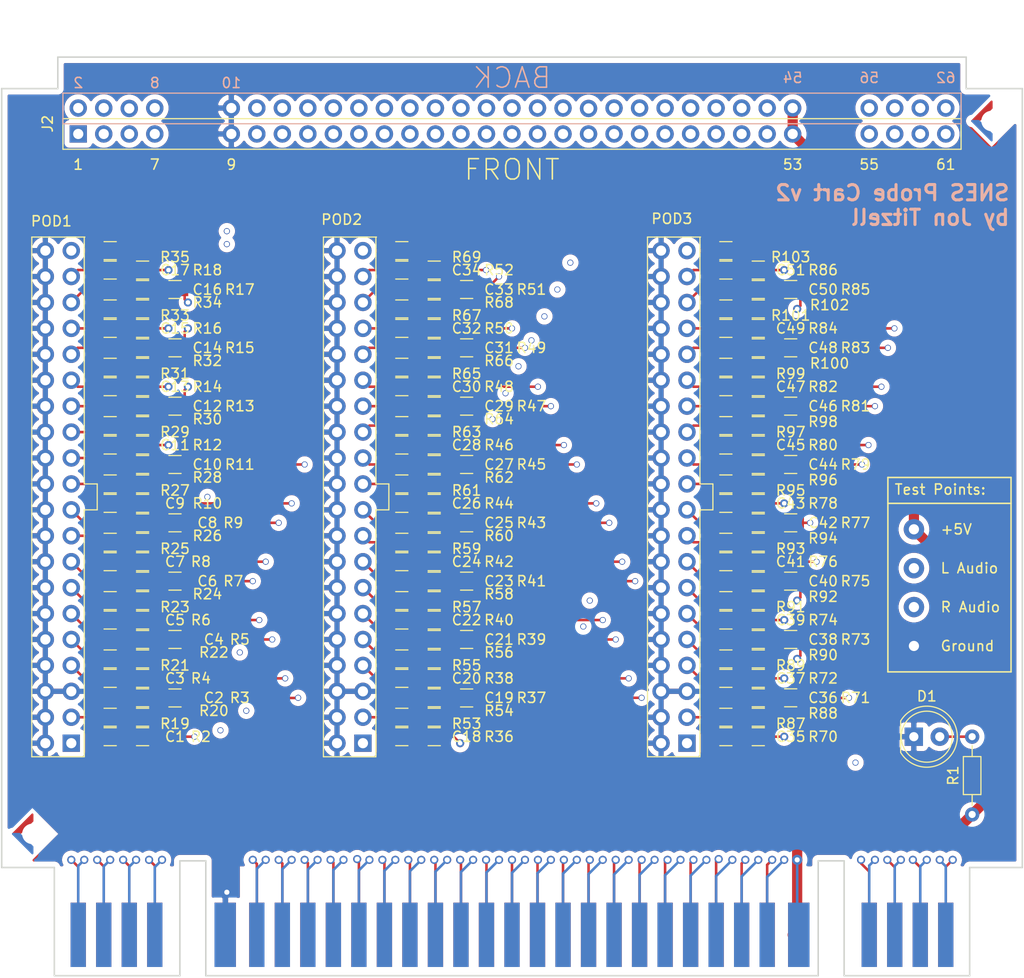
<source format=kicad_pcb>
(kicad_pcb (version 20171130) (host pcbnew "(5.1.6)-1")
  (layers (0 F.Cu power) (1 In1.Cu signal) (2 In2.Cu signal) (31 B.Cu power) (34 B.Paste user hide) (35 F.Paste user) (36 B.SilkS user) (37 F.SilkS user) (38 B.Mask user hide) (39 F.Mask user hide) (44 Edge.Cuts user))
  (net 0 "")
  (net 1 /#RAMSEL)
  (net 2 /SOUND_R)
  (net 3 /PA5)
  (net 4 /PA3)
  (net 5 /PA1)
  (net 6 /+5V)
  (net 7 /SYSCK)
  (net 8 /CIC3)
  (net 9 /CIC1)
  (net 10 /#CPUWR)
  (net 11 /D7)
  (net 12 /D6)
  (net 13 /D5)
  (net 14 /D4)
  (net 15 /#ROMSEL)
  (net 16 /CA23)
  (net 17 /CA22)
  (net 18 /CA21)
  (net 19 /CA20)
  (net 20 /CA19)
  (net 21 /CA18)
  (net 22 /CA17)
  (net 23 /CA16)
  (net 24 /CA15)
  (net 25 /CA14)
  (net 26 /CA13)
  (net 27 /CA12)
  (net 28 /GND)
  (net 29 /#PAWR)
  (net 30 /PA7)
  (net 31 /REFRESH)
  (net 32 /SOUND_L)
  (net 33 /PA4)
  (net 34 /PA2)
  (net 35 /PA0)
  (net 36 /#RESET)
  (net 37 /CIC2)
  (net 38 /CIC0)
  (net 39 /#CPURD)
  (net 40 /D3)
  (net 41 /D2)
  (net 42 /D1)
  (net 43 /D0)
  (net 44 /#IRQ)
  (net 45 /CA0)
  (net 46 /CA1)
  (net 47 /CA2)
  (net 48 /CA3)
  (net 49 /CA4)
  (net 50 /CA5)
  (net 51 /CA6)
  (net 52 /CA7)
  (net 53 /CA8)
  (net 54 /CA9)
  (net 55 /CA10)
  (net 56 /CA11)
  (net 57 /#PARD)
  (net 58 /PA6)
  (net 59 /EXPAND)
  (net 60 /MCK)
  (net 61 "Net-(C1-Pad2)")
  (net 62 "Net-(C1-Pad1)")
  (net 63 "Net-(C2-Pad2)")
  (net 64 "Net-(C2-Pad1)")
  (net 65 "Net-(C3-Pad2)")
  (net 66 "Net-(C3-Pad1)")
  (net 67 "Net-(C4-Pad2)")
  (net 68 "Net-(C4-Pad1)")
  (net 69 "Net-(C5-Pad2)")
  (net 70 "Net-(C5-Pad1)")
  (net 71 "Net-(C6-Pad2)")
  (net 72 "Net-(C6-Pad1)")
  (net 73 "Net-(C7-Pad2)")
  (net 74 "Net-(C7-Pad1)")
  (net 75 "Net-(C8-Pad2)")
  (net 76 "Net-(C8-Pad1)")
  (net 77 "Net-(C9-Pad2)")
  (net 78 "Net-(C9-Pad1)")
  (net 79 "Net-(C10-Pad2)")
  (net 80 "Net-(C10-Pad1)")
  (net 81 "Net-(C11-Pad2)")
  (net 82 "Net-(C11-Pad1)")
  (net 83 "Net-(C12-Pad2)")
  (net 84 "Net-(C12-Pad1)")
  (net 85 "Net-(C13-Pad2)")
  (net 86 "Net-(C13-Pad1)")
  (net 87 "Net-(C14-Pad2)")
  (net 88 "Net-(C14-Pad1)")
  (net 89 "Net-(C15-Pad2)")
  (net 90 "Net-(C15-Pad1)")
  (net 91 "Net-(C16-Pad2)")
  (net 92 "Net-(C16-Pad1)")
  (net 93 "Net-(C17-Pad2)")
  (net 94 "Net-(C17-Pad1)")
  (net 95 "Net-(C18-Pad2)")
  (net 96 "Net-(C18-Pad1)")
  (net 97 "Net-(C19-Pad2)")
  (net 98 "Net-(C19-Pad1)")
  (net 99 "Net-(C20-Pad2)")
  (net 100 "Net-(C20-Pad1)")
  (net 101 "Net-(C21-Pad2)")
  (net 102 "Net-(C21-Pad1)")
  (net 103 "Net-(C22-Pad2)")
  (net 104 "Net-(C22-Pad1)")
  (net 105 "Net-(C23-Pad2)")
  (net 106 "Net-(C23-Pad1)")
  (net 107 "Net-(C24-Pad2)")
  (net 108 "Net-(C24-Pad1)")
  (net 109 "Net-(C25-Pad2)")
  (net 110 "Net-(C25-Pad1)")
  (net 111 "Net-(C26-Pad2)")
  (net 112 "Net-(C26-Pad1)")
  (net 113 "Net-(C27-Pad2)")
  (net 114 "Net-(C27-Pad1)")
  (net 115 "Net-(C28-Pad2)")
  (net 116 "Net-(C28-Pad1)")
  (net 117 "Net-(C29-Pad2)")
  (net 118 "Net-(C29-Pad1)")
  (net 119 "Net-(C30-Pad2)")
  (net 120 "Net-(C30-Pad1)")
  (net 121 "Net-(C31-Pad2)")
  (net 122 "Net-(C31-Pad1)")
  (net 123 "Net-(C32-Pad2)")
  (net 124 "Net-(C32-Pad1)")
  (net 125 "Net-(C33-Pad2)")
  (net 126 "Net-(C33-Pad1)")
  (net 127 "Net-(C34-Pad2)")
  (net 128 "Net-(C34-Pad1)")
  (net 129 "Net-(C35-Pad2)")
  (net 130 "Net-(C35-Pad1)")
  (net 131 "Net-(C36-Pad2)")
  (net 132 "Net-(C36-Pad1)")
  (net 133 "Net-(C37-Pad2)")
  (net 134 "Net-(C37-Pad1)")
  (net 135 "Net-(C38-Pad2)")
  (net 136 "Net-(C38-Pad1)")
  (net 137 "Net-(C39-Pad2)")
  (net 138 "Net-(C39-Pad1)")
  (net 139 "Net-(C40-Pad2)")
  (net 140 "Net-(C40-Pad1)")
  (net 141 "Net-(C41-Pad2)")
  (net 142 "Net-(C41-Pad1)")
  (net 143 "Net-(C42-Pad2)")
  (net 144 "Net-(C42-Pad1)")
  (net 145 "Net-(C43-Pad2)")
  (net 146 "Net-(C43-Pad1)")
  (net 147 "Net-(C44-Pad2)")
  (net 148 "Net-(C44-Pad1)")
  (net 149 "Net-(C45-Pad2)")
  (net 150 "Net-(C45-Pad1)")
  (net 151 "Net-(C46-Pad2)")
  (net 152 "Net-(C46-Pad1)")
  (net 153 "Net-(C47-Pad2)")
  (net 154 "Net-(C47-Pad1)")
  (net 155 "Net-(C48-Pad2)")
  (net 156 "Net-(C48-Pad1)")
  (net 157 "Net-(C49-Pad2)")
  (net 158 "Net-(C49-Pad1)")
  (net 159 "Net-(C50-Pad2)")
  (net 160 "Net-(C50-Pad1)")
  (net 161 "Net-(C51-Pad2)")
  (net 162 "Net-(C51-Pad1)")
  (net 163 "Net-(D1-Pad2)")
  (net 164 "Net-(POD1-Pad1)")
  (net 165 "Net-(POD1-Pad39)")
  (net 166 "Net-(POD2-Pad1)")
  (net 167 "Net-(POD2-Pad39)")
  (net 168 "Net-(POD3-Pad1)")
  (net 169 "Net-(POD3-Pad39)")
  (module Fiducials:Fiducial_1mm_Dia_2mm_Outer (layer F.Cu) (at 186.99 76.26)
    (fp_text reference REF** hide)
    (fp_text value Fiducial_1mm_Dia_2mm_Outer)
    (pad "" np_thru_hole circle (at 0 0) (size 2 2) (drill 2) (layers *.Cu F.Paste) (clearance 0.5))
  )
  (module Fiducials:Fiducial_1mm_Dia_2mm_Outer (layer F.Cu) (at 93.01 146.11)
    (fp_text reference REF** hide)
    (fp_text value Fiducial_1mm_Dia_2mm_Outer)
    (pad "" np_thru_hole circle (at 0 0) (size 2 2) (drill 2) (layers *.Cu F.Paste) (clearance 0.5))
  )
  (module Resistors_THT:R_Axial_DIN0204_L3.6mm_D1.6mm_P7.62mm_Horizontal (layer F.Cu) (at 185.085 144.205 90)
    (fp_text reference R1 (at 3.81 -1.86 90) (layer F.SilkS))
    (fp_text value 1k)
    (pad 2 thru_hole oval (at 7.62 0 90) (size 1.4 1.4) (drill 0.7) (layers *.Cu *.Mask) (net 163 "Net-(D1-Pad2)"))
    (pad 1 thru_hole circle (at 0 0 90) (size 1.4 1.4) (drill 0.7) (layers *.Cu *.Mask) (net 6 /+5V))
  )
  (module Resistors_SMD:R_0805 (layer F.Cu) (at 160.955 90.865)
    (fp_text reference C51 (at 6.35 0) (layer F.SilkS))
    (fp_text value C)
    (pad 1 smd rect (at -0.95 0) (size 0.7 1.3) (layers F.Cu F.Paste F.Mask) (net 162 "Net-(C51-Pad1)"))
    (pad 2 smd rect (at 0.95 0) (size 0.7 1.3) (layers F.Cu F.Paste F.Mask) (net 161 "Net-(C51-Pad2)"))
  )
  (module Resistors_SMD:R_0805 (layer F.Cu) (at 164.13 92.77)
    (fp_text reference C50 (at 6.35 0) (layer F.SilkS))
    (fp_text value C)
    (pad 1 smd rect (at -0.95 0) (size 0.7 1.3) (layers F.Cu F.Paste F.Mask) (net 160 "Net-(C50-Pad1)"))
    (pad 2 smd rect (at 0.95 0) (size 0.7 1.3) (layers F.Cu F.Paste F.Mask) (net 159 "Net-(C50-Pad2)"))
  )
  (module Resistors_SMD:R_0805 (layer F.Cu) (at 160.955 96.58)
    (fp_text reference C49 (at 6.35 0) (layer F.SilkS))
    (fp_text value C)
    (pad 1 smd rect (at -0.95 0) (size 0.7 1.3) (layers F.Cu F.Paste F.Mask) (net 158 "Net-(C49-Pad1)"))
    (pad 2 smd rect (at 0.95 0) (size 0.7 1.3) (layers F.Cu F.Paste F.Mask) (net 157 "Net-(C49-Pad2)"))
  )
  (module Resistors_SMD:R_0805 (layer F.Cu) (at 164.13 98.485)
    (fp_text reference C48 (at 6.35 0) (layer F.SilkS))
    (fp_text value C)
    (pad 1 smd rect (at -0.95 0) (size 0.7 1.3) (layers F.Cu F.Paste F.Mask) (net 156 "Net-(C48-Pad1)"))
    (pad 2 smd rect (at 0.95 0) (size 0.7 1.3) (layers F.Cu F.Paste F.Mask) (net 155 "Net-(C48-Pad2)"))
  )
  (module Resistors_SMD:R_0805 (layer F.Cu) (at 160.955 102.295)
    (fp_text reference C47 (at 6.35 0) (layer F.SilkS))
    (fp_text value C)
    (pad 1 smd rect (at -0.95 0) (size 0.7 1.3) (layers F.Cu F.Paste F.Mask) (net 154 "Net-(C47-Pad1)"))
    (pad 2 smd rect (at 0.95 0) (size 0.7 1.3) (layers F.Cu F.Paste F.Mask) (net 153 "Net-(C47-Pad2)"))
  )
  (module Resistors_SMD:R_0805 (layer F.Cu) (at 164.13 104.2)
    (fp_text reference C46 (at 6.35 0) (layer F.SilkS))
    (fp_text value C)
    (pad 1 smd rect (at -0.95 0) (size 0.7 1.3) (layers F.Cu F.Paste F.Mask) (net 152 "Net-(C46-Pad1)"))
    (pad 2 smd rect (at 0.95 0) (size 0.7 1.3) (layers F.Cu F.Paste F.Mask) (net 151 "Net-(C46-Pad2)"))
  )
  (module Resistors_SMD:R_0805 (layer F.Cu) (at 160.955 108.01)
    (fp_text reference C45 (at 6.35 0) (layer F.SilkS))
    (fp_text value C)
    (pad 1 smd rect (at -0.95 0) (size 0.7 1.3) (layers F.Cu F.Paste F.Mask) (net 150 "Net-(C45-Pad1)"))
    (pad 2 smd rect (at 0.95 0) (size 0.7 1.3) (layers F.Cu F.Paste F.Mask) (net 149 "Net-(C45-Pad2)"))
  )
  (module Resistors_SMD:R_0805 (layer F.Cu) (at 164.13 109.915)
    (fp_text reference C44 (at 6.35 0) (layer F.SilkS))
    (fp_text value C)
    (pad 1 smd rect (at -0.95 0) (size 0.7 1.3) (layers F.Cu F.Paste F.Mask) (net 148 "Net-(C44-Pad1)"))
    (pad 2 smd rect (at 0.95 0) (size 0.7 1.3) (layers F.Cu F.Paste F.Mask) (net 147 "Net-(C44-Pad2)"))
  )
  (module Resistors_SMD:R_0805 (layer F.Cu) (at 160.955 113.725)
    (fp_text reference C43 (at 6.35 0) (layer F.SilkS))
    (fp_text value C)
    (pad 1 smd rect (at -0.95 0) (size 0.7 1.3) (layers F.Cu F.Paste F.Mask) (net 146 "Net-(C43-Pad1)"))
    (pad 2 smd rect (at 0.95 0) (size 0.7 1.3) (layers F.Cu F.Paste F.Mask) (net 145 "Net-(C43-Pad2)"))
  )
  (module Resistors_SMD:R_0805 (layer F.Cu) (at 164.13 115.63)
    (fp_text reference C42 (at 6.35 0) (layer F.SilkS))
    (fp_text value C)
    (pad 1 smd rect (at -0.95 0) (size 0.7 1.3) (layers F.Cu F.Paste F.Mask) (net 144 "Net-(C42-Pad1)"))
    (pad 2 smd rect (at 0.95 0) (size 0.7 1.3) (layers F.Cu F.Paste F.Mask) (net 143 "Net-(C42-Pad2)"))
  )
  (module Resistors_SMD:R_0805 (layer F.Cu) (at 160.955 119.44)
    (fp_text reference C41 (at 6.35 0) (layer F.SilkS))
    (fp_text value C)
    (pad 1 smd rect (at -0.95 0) (size 0.7 1.3) (layers F.Cu F.Paste F.Mask) (net 142 "Net-(C41-Pad1)"))
    (pad 2 smd rect (at 0.95 0) (size 0.7 1.3) (layers F.Cu F.Paste F.Mask) (net 141 "Net-(C41-Pad2)"))
  )
  (module Resistors_SMD:R_0805 (layer F.Cu) (at 164.13 121.345)
    (fp_text reference C40 (at 6.35 0) (layer F.SilkS))
    (fp_text value C)
    (pad 1 smd rect (at -0.95 0) (size 0.7 1.3) (layers F.Cu F.Paste F.Mask) (net 140 "Net-(C40-Pad1)"))
    (pad 2 smd rect (at 0.95 0) (size 0.7 1.3) (layers F.Cu F.Paste F.Mask) (net 139 "Net-(C40-Pad2)"))
  )
  (module Resistors_SMD:R_0805 (layer F.Cu) (at 160.955 125.155)
    (fp_text reference C39 (at 6.35 0) (layer F.SilkS))
    (fp_text value C)
    (pad 1 smd rect (at -0.95 0) (size 0.7 1.3) (layers F.Cu F.Paste F.Mask) (net 138 "Net-(C39-Pad1)"))
    (pad 2 smd rect (at 0.95 0) (size 0.7 1.3) (layers F.Cu F.Paste F.Mask) (net 137 "Net-(C39-Pad2)"))
  )
  (module Resistors_SMD:R_0805 (layer F.Cu) (at 164.13 127.06)
    (fp_text reference C38 (at 6.35 0) (layer F.SilkS))
    (fp_text value C)
    (pad 1 smd rect (at -0.95 0) (size 0.7 1.3) (layers F.Cu F.Paste F.Mask) (net 136 "Net-(C38-Pad1)"))
    (pad 2 smd rect (at 0.95 0) (size 0.7 1.3) (layers F.Cu F.Paste F.Mask) (net 135 "Net-(C38-Pad2)"))
  )
  (module Resistors_SMD:R_0805 (layer F.Cu) (at 160.955 130.87)
    (fp_text reference C37 (at 6.35 0) (layer F.SilkS))
    (fp_text value C)
    (pad 1 smd rect (at -0.95 0) (size 0.7 1.3) (layers F.Cu F.Paste F.Mask) (net 134 "Net-(C37-Pad1)"))
    (pad 2 smd rect (at 0.95 0) (size 0.7 1.3) (layers F.Cu F.Paste F.Mask) (net 133 "Net-(C37-Pad2)"))
  )
  (module Resistors_SMD:R_0805 (layer F.Cu) (at 164.13 132.775)
    (fp_text reference C36 (at 6.35 0) (layer F.SilkS))
    (fp_text value C)
    (pad 1 smd rect (at -0.95 0) (size 0.7 1.3) (layers F.Cu F.Paste F.Mask) (net 132 "Net-(C36-Pad1)"))
    (pad 2 smd rect (at 0.95 0) (size 0.7 1.3) (layers F.Cu F.Paste F.Mask) (net 131 "Net-(C36-Pad2)"))
  )
  (module Resistors_SMD:R_0805 (layer F.Cu) (at 160.955 136.585)
    (fp_text reference C35 (at 6.35 0) (layer F.SilkS))
    (fp_text value C)
    (pad 1 smd rect (at -0.95 0) (size 0.7 1.3) (layers F.Cu F.Paste F.Mask) (net 130 "Net-(C35-Pad1)"))
    (pad 2 smd rect (at 0.95 0) (size 0.7 1.3) (layers F.Cu F.Paste F.Mask) (net 129 "Net-(C35-Pad2)"))
  )
  (module Resistors_SMD:R_0805 (layer F.Cu) (at 129.205 90.865)
    (fp_text reference C34 (at 6.35 0) (layer F.SilkS))
    (fp_text value C)
    (pad 1 smd rect (at -0.95 0) (size 0.7 1.3) (layers F.Cu F.Paste F.Mask) (net 128 "Net-(C34-Pad1)"))
    (pad 2 smd rect (at 0.95 0) (size 0.7 1.3) (layers F.Cu F.Paste F.Mask) (net 127 "Net-(C34-Pad2)"))
  )
  (module Resistors_SMD:R_0805 (layer F.Cu) (at 132.38 92.77)
    (fp_text reference C33 (at 6.35 0) (layer F.SilkS))
    (fp_text value C)
    (pad 1 smd rect (at -0.95 0) (size 0.7 1.3) (layers F.Cu F.Paste F.Mask) (net 126 "Net-(C33-Pad1)"))
    (pad 2 smd rect (at 0.95 0) (size 0.7 1.3) (layers F.Cu F.Paste F.Mask) (net 125 "Net-(C33-Pad2)"))
  )
  (module Resistors_SMD:R_0805 (layer F.Cu) (at 129.205 96.58)
    (fp_text reference C32 (at 6.35 0) (layer F.SilkS))
    (fp_text value C)
    (pad 1 smd rect (at -0.95 0) (size 0.7 1.3) (layers F.Cu F.Paste F.Mask) (net 124 "Net-(C32-Pad1)"))
    (pad 2 smd rect (at 0.95 0) (size 0.7 1.3) (layers F.Cu F.Paste F.Mask) (net 123 "Net-(C32-Pad2)"))
  )
  (module Resistors_SMD:R_0805 (layer F.Cu) (at 132.38 98.485)
    (fp_text reference C31 (at 6.35 0) (layer F.SilkS))
    (fp_text value C)
    (pad 1 smd rect (at -0.95 0) (size 0.7 1.3) (layers F.Cu F.Paste F.Mask) (net 122 "Net-(C31-Pad1)"))
    (pad 2 smd rect (at 0.95 0) (size 0.7 1.3) (layers F.Cu F.Paste F.Mask) (net 121 "Net-(C31-Pad2)"))
  )
  (module Resistors_SMD:R_0805 (layer F.Cu) (at 129.205 102.295)
    (fp_text reference C30 (at 6.35 0) (layer F.SilkS))
    (fp_text value C)
    (pad 1 smd rect (at -0.95 0) (size 0.7 1.3) (layers F.Cu F.Paste F.Mask) (net 120 "Net-(C30-Pad1)"))
    (pad 2 smd rect (at 0.95 0) (size 0.7 1.3) (layers F.Cu F.Paste F.Mask) (net 119 "Net-(C30-Pad2)"))
  )
  (module Resistors_SMD:R_0805 (layer F.Cu) (at 132.38 104.2)
    (fp_text reference C29 (at 6.35 0) (layer F.SilkS))
    (fp_text value C)
    (pad 1 smd rect (at -0.95 0) (size 0.7 1.3) (layers F.Cu F.Paste F.Mask) (net 118 "Net-(C29-Pad1)"))
    (pad 2 smd rect (at 0.95 0) (size 0.7 1.3) (layers F.Cu F.Paste F.Mask) (net 117 "Net-(C29-Pad2)"))
  )
  (module Resistors_SMD:R_0805 (layer F.Cu) (at 129.205 108.01)
    (fp_text reference C28 (at 6.35 0) (layer F.SilkS))
    (fp_text value C)
    (pad 1 smd rect (at -0.95 0) (size 0.7 1.3) (layers F.Cu F.Paste F.Mask) (net 116 "Net-(C28-Pad1)"))
    (pad 2 smd rect (at 0.95 0) (size 0.7 1.3) (layers F.Cu F.Paste F.Mask) (net 115 "Net-(C28-Pad2)"))
  )
  (module Resistors_SMD:R_0805 (layer F.Cu) (at 132.38 109.915)
    (fp_text reference C27 (at 6.35 0) (layer F.SilkS))
    (fp_text value C)
    (pad 1 smd rect (at -0.95 0) (size 0.7 1.3) (layers F.Cu F.Paste F.Mask) (net 114 "Net-(C27-Pad1)"))
    (pad 2 smd rect (at 0.95 0) (size 0.7 1.3) (layers F.Cu F.Paste F.Mask) (net 113 "Net-(C27-Pad2)"))
  )
  (module Resistors_SMD:R_0805 (layer F.Cu) (at 129.205 113.725)
    (fp_text reference C26 (at 6.35 0) (layer F.SilkS))
    (fp_text value C)
    (pad 1 smd rect (at -0.95 0) (size 0.7 1.3) (layers F.Cu F.Paste F.Mask) (net 112 "Net-(C26-Pad1)"))
    (pad 2 smd rect (at 0.95 0) (size 0.7 1.3) (layers F.Cu F.Paste F.Mask) (net 111 "Net-(C26-Pad2)"))
  )
  (module Resistors_SMD:R_0805 (layer F.Cu) (at 132.38 115.63)
    (fp_text reference C25 (at 6.35 0) (layer F.SilkS))
    (fp_text value C)
    (pad 1 smd rect (at -0.95 0) (size 0.7 1.3) (layers F.Cu F.Paste F.Mask) (net 110 "Net-(C25-Pad1)"))
    (pad 2 smd rect (at 0.95 0) (size 0.7 1.3) (layers F.Cu F.Paste F.Mask) (net 109 "Net-(C25-Pad2)"))
  )
  (module Resistors_SMD:R_0805 (layer F.Cu) (at 129.205 119.44)
    (fp_text reference C24 (at 6.35 0) (layer F.SilkS))
    (fp_text value C)
    (pad 1 smd rect (at -0.95 0) (size 0.7 1.3) (layers F.Cu F.Paste F.Mask) (net 108 "Net-(C24-Pad1)"))
    (pad 2 smd rect (at 0.95 0) (size 0.7 1.3) (layers F.Cu F.Paste F.Mask) (net 107 "Net-(C24-Pad2)"))
  )
  (module Resistors_SMD:R_0805 (layer F.Cu) (at 132.38 121.345)
    (fp_text reference C23 (at 6.35 0) (layer F.SilkS))
    (fp_text value C)
    (pad 1 smd rect (at -0.95 0) (size 0.7 1.3) (layers F.Cu F.Paste F.Mask) (net 106 "Net-(C23-Pad1)"))
    (pad 2 smd rect (at 0.95 0) (size 0.7 1.3) (layers F.Cu F.Paste F.Mask) (net 105 "Net-(C23-Pad2)"))
  )
  (module Resistors_SMD:R_0805 (layer F.Cu) (at 129.205 125.155)
    (fp_text reference C22 (at 6.35 0) (layer F.SilkS))
    (fp_text value C)
    (pad 1 smd rect (at -0.95 0) (size 0.7 1.3) (layers F.Cu F.Paste F.Mask) (net 104 "Net-(C22-Pad1)"))
    (pad 2 smd rect (at 0.95 0) (size 0.7 1.3) (layers F.Cu F.Paste F.Mask) (net 103 "Net-(C22-Pad2)"))
  )
  (module Resistors_SMD:R_0805 (layer F.Cu) (at 132.38 127.06)
    (fp_text reference C21 (at 6.35 0) (layer F.SilkS))
    (fp_text value C)
    (pad 1 smd rect (at -0.95 0) (size 0.7 1.3) (layers F.Cu F.Paste F.Mask) (net 102 "Net-(C21-Pad1)"))
    (pad 2 smd rect (at 0.95 0) (size 0.7 1.3) (layers F.Cu F.Paste F.Mask) (net 101 "Net-(C21-Pad2)"))
  )
  (module Resistors_SMD:R_0805 (layer F.Cu) (at 129.205 130.87)
    (fp_text reference C20 (at 6.35 0) (layer F.SilkS))
    (fp_text value C)
    (pad 1 smd rect (at -0.95 0) (size 0.7 1.3) (layers F.Cu F.Paste F.Mask) (net 100 "Net-(C20-Pad1)"))
    (pad 2 smd rect (at 0.95 0) (size 0.7 1.3) (layers F.Cu F.Paste F.Mask) (net 99 "Net-(C20-Pad2)"))
  )
  (module Resistors_SMD:R_0805 (layer F.Cu) (at 132.38 132.775)
    (fp_text reference C19 (at 6.35 0) (layer F.SilkS))
    (fp_text value C)
    (pad 1 smd rect (at -0.95 0) (size 0.7 1.3) (layers F.Cu F.Paste F.Mask) (net 98 "Net-(C19-Pad1)"))
    (pad 2 smd rect (at 0.95 0) (size 0.7 1.3) (layers F.Cu F.Paste F.Mask) (net 97 "Net-(C19-Pad2)"))
  )
  (module Resistors_SMD:R_0805 (layer F.Cu) (at 129.205 136.585)
    (fp_text reference C18 (at 6.35 0) (layer F.SilkS))
    (fp_text value C)
    (pad 1 smd rect (at -0.95 0) (size 0.7 1.3) (layers F.Cu F.Paste F.Mask) (net 96 "Net-(C18-Pad1)"))
    (pad 2 smd rect (at 0.95 0) (size 0.7 1.3) (layers F.Cu F.Paste F.Mask) (net 95 "Net-(C18-Pad2)"))
  )
  (module Resistors_SMD:R_0805 (layer F.Cu) (at 100.63 90.865)
    (fp_text reference C17 (at 6.35 0) (layer F.SilkS))
    (fp_text value C)
    (pad 1 smd rect (at -0.95 0) (size 0.7 1.3) (layers F.Cu F.Paste F.Mask) (net 94 "Net-(C17-Pad1)"))
    (pad 2 smd rect (at 0.95 0) (size 0.7 1.3) (layers F.Cu F.Paste F.Mask) (net 93 "Net-(C17-Pad2)"))
  )
  (module Resistors_SMD:R_0805 (layer F.Cu) (at 103.805 92.77)
    (fp_text reference C16 (at 6.35 0) (layer F.SilkS))
    (fp_text value C)
    (pad 1 smd rect (at -0.95 0) (size 0.7 1.3) (layers F.Cu F.Paste F.Mask) (net 92 "Net-(C16-Pad1)"))
    (pad 2 smd rect (at 0.95 0) (size 0.7 1.3) (layers F.Cu F.Paste F.Mask) (net 91 "Net-(C16-Pad2)"))
  )
  (module Resistors_SMD:R_0805 (layer F.Cu) (at 100.63 96.58)
    (fp_text reference C15 (at 6.35 0) (layer F.SilkS))
    (fp_text value C)
    (pad 1 smd rect (at -0.95 0) (size 0.7 1.3) (layers F.Cu F.Paste F.Mask) (net 90 "Net-(C15-Pad1)"))
    (pad 2 smd rect (at 0.95 0) (size 0.7 1.3) (layers F.Cu F.Paste F.Mask) (net 89 "Net-(C15-Pad2)"))
  )
  (module Resistors_SMD:R_0805 (layer F.Cu) (at 103.805 98.485)
    (fp_text reference C14 (at 6.35 0) (layer F.SilkS))
    (fp_text value C)
    (pad 1 smd rect (at -0.95 0) (size 0.7 1.3) (layers F.Cu F.Paste F.Mask) (net 88 "Net-(C14-Pad1)"))
    (pad 2 smd rect (at 0.95 0) (size 0.7 1.3) (layers F.Cu F.Paste F.Mask) (net 87 "Net-(C14-Pad2)"))
  )
  (module Resistors_SMD:R_0805 (layer F.Cu) (at 100.63 102.295)
    (fp_text reference C13 (at 6.35 0) (layer F.SilkS))
    (fp_text value C)
    (pad 1 smd rect (at -0.95 0) (size 0.7 1.3) (layers F.Cu F.Paste F.Mask) (net 86 "Net-(C13-Pad1)"))
    (pad 2 smd rect (at 0.95 0) (size 0.7 1.3) (layers F.Cu F.Paste F.Mask) (net 85 "Net-(C13-Pad2)"))
  )
  (module Resistors_SMD:R_0805 (layer F.Cu) (at 103.805 104.2)
    (fp_text reference C12 (at 6.35 0) (layer F.SilkS))
    (fp_text value C)
    (pad 1 smd rect (at -0.95 0) (size 0.7 1.3) (layers F.Cu F.Paste F.Mask) (net 84 "Net-(C12-Pad1)"))
    (pad 2 smd rect (at 0.95 0) (size 0.7 1.3) (layers F.Cu F.Paste F.Mask) (net 83 "Net-(C12-Pad2)"))
  )
  (module Resistors_SMD:R_0805 (layer F.Cu) (at 100.63 108.01)
    (fp_text reference C11 (at 6.35 0) (layer F.SilkS))
    (fp_text value C)
    (pad 1 smd rect (at -0.95 0) (size 0.7 1.3) (layers F.Cu F.Paste F.Mask) (net 82 "Net-(C11-Pad1)"))
    (pad 2 smd rect (at 0.95 0) (size 0.7 1.3) (layers F.Cu F.Paste F.Mask) (net 81 "Net-(C11-Pad2)"))
  )
  (module Resistors_SMD:R_0805 (layer F.Cu) (at 103.805 109.915)
    (fp_text reference C10 (at 6.35 0) (layer F.SilkS))
    (fp_text value C)
    (pad 1 smd rect (at -0.95 0) (size 0.7 1.3) (layers F.Cu F.Paste F.Mask) (net 80 "Net-(C10-Pad1)"))
    (pad 2 smd rect (at 0.95 0) (size 0.7 1.3) (layers F.Cu F.Paste F.Mask) (net 79 "Net-(C10-Pad2)"))
  )
  (module Resistors_SMD:R_0805 (layer F.Cu) (at 100.63 113.725)
    (fp_text reference C9 (at 6.35 0) (layer F.SilkS))
    (fp_text value C)
    (pad 1 smd rect (at -0.95 0) (size 0.7 1.3) (layers F.Cu F.Paste F.Mask) (net 78 "Net-(C9-Pad1)"))
    (pad 2 smd rect (at 0.95 0) (size 0.7 1.3) (layers F.Cu F.Paste F.Mask) (net 77 "Net-(C9-Pad2)"))
  )
  (module Resistors_SMD:R_0805 (layer F.Cu) (at 103.805 115.63)
    (fp_text reference C8 (at 6.35 0) (layer F.SilkS))
    (fp_text value C)
    (pad 1 smd rect (at -0.95 0) (size 0.7 1.3) (layers F.Cu F.Paste F.Mask) (net 76 "Net-(C8-Pad1)"))
    (pad 2 smd rect (at 0.95 0) (size 0.7 1.3) (layers F.Cu F.Paste F.Mask) (net 75 "Net-(C8-Pad2)"))
  )
  (module Resistors_SMD:R_0805 (layer F.Cu) (at 100.63 119.44)
    (fp_text reference C7 (at 6.35 0) (layer F.SilkS))
    (fp_text value C)
    (pad 1 smd rect (at -0.95 0) (size 0.7 1.3) (layers F.Cu F.Paste F.Mask) (net 74 "Net-(C7-Pad1)"))
    (pad 2 smd rect (at 0.95 0) (size 0.7 1.3) (layers F.Cu F.Paste F.Mask) (net 73 "Net-(C7-Pad2)"))
  )
  (module Resistors_SMD:R_0805 (layer F.Cu) (at 103.805 121.345)
    (fp_text reference C6 (at 6.35 0) (layer F.SilkS))
    (fp_text value C)
    (pad 1 smd rect (at -0.95 0) (size 0.7 1.3) (layers F.Cu F.Paste F.Mask) (net 72 "Net-(C6-Pad1)"))
    (pad 2 smd rect (at 0.95 0) (size 0.7 1.3) (layers F.Cu F.Paste F.Mask) (net 71 "Net-(C6-Pad2)"))
  )
  (module Resistors_SMD:R_0805 (layer F.Cu) (at 100.63 125.155)
    (fp_text reference C5 (at 6.35 0) (layer F.SilkS))
    (fp_text value C)
    (pad 1 smd rect (at -0.95 0) (size 0.7 1.3) (layers F.Cu F.Paste F.Mask) (net 70 "Net-(C5-Pad1)"))
    (pad 2 smd rect (at 0.95 0) (size 0.7 1.3) (layers F.Cu F.Paste F.Mask) (net 69 "Net-(C5-Pad2)"))
  )
  (module Resistors_SMD:R_0805 (layer F.Cu) (at 103.805 127.06)
    (fp_text reference C4 (at 6.985 0) (layer F.SilkS))
    (fp_text value C)
    (pad 1 smd rect (at -0.95 0) (size 0.7 1.3) (layers F.Cu F.Paste F.Mask) (net 68 "Net-(C4-Pad1)"))
    (pad 2 smd rect (at 0.95 0) (size 0.7 1.3) (layers F.Cu F.Paste F.Mask) (net 67 "Net-(C4-Pad2)"))
  )
  (module Resistors_SMD:R_0805 (layer F.Cu) (at 100.63 130.87)
    (fp_text reference C3 (at 6.35 0) (layer F.SilkS))
    (fp_text value C)
    (pad 1 smd rect (at -0.95 0) (size 0.7 1.3) (layers F.Cu F.Paste F.Mask) (net 66 "Net-(C3-Pad1)"))
    (pad 2 smd rect (at 0.95 0) (size 0.7 1.3) (layers F.Cu F.Paste F.Mask) (net 65 "Net-(C3-Pad2)"))
  )
  (module Resistors_SMD:R_0805 (layer F.Cu) (at 103.805 132.775)
    (fp_text reference C2 (at 6.985 0) (layer F.SilkS))
    (fp_text value C)
    (pad 1 smd rect (at -0.95 0) (size 0.7 1.3) (layers F.Cu F.Paste F.Mask) (net 64 "Net-(C2-Pad1)"))
    (pad 2 smd rect (at 0.95 0) (size 0.7 1.3) (layers F.Cu F.Paste F.Mask) (net 63 "Net-(C2-Pad2)"))
  )
  (module Resistors_SMD:R_0805 (layer F.Cu) (at 100.63 136.585)
    (fp_text reference C1 (at 6.35 0) (layer F.SilkS))
    (fp_text value C)
    (pad 1 smd rect (at -0.95 0) (size 0.7 1.3) (layers F.Cu F.Paste F.Mask) (net 62 "Net-(C1-Pad1)"))
    (pad 2 smd rect (at 0.95 0) (size 0.7 1.3) (layers F.Cu F.Paste F.Mask) (net 61 "Net-(C1-Pad2)"))
  )
  (module Resistors_SMD:R_0805 (layer F.Cu) (at 103.805 113.725)
    (fp_text reference R10 (at 6.35 0) (layer F.SilkS))
    (fp_text value R)
    (pad 1 smd rect (at -0.95 0) (size 0.7 1.3) (layers F.Cu F.Paste F.Mask) (net 77 "Net-(C9-Pad2)"))
    (pad 2 smd rect (at 0.95 0) (size 0.7 1.3) (layers F.Cu F.Paste F.Mask) (net 53 /CA8))
  )
  (module SNES-Cart-Dbg:HP_Logic_Analyzer_Pod_Connector (layer F.Cu) (at 96.82 137.22 180)
    (fp_text reference POD1 (at 1.95 51.14) (layer F.SilkS))
    (fp_text value Conn_HP_Logic_Analyzer_Pod)
    (pad 1 thru_hole rect (at 0 0 180) (size 1.7 1.7) (drill 1) (layers *.Cu *.Mask) (net 164 "Net-(POD1-Pad1)"))
    (pad 2 thru_hole oval (at 2.54 0 180) (size 1.7 1.7) (drill 1) (layers *.Cu *.Mask) (net 28 /GND))
    (pad 3 thru_hole oval (at 0 2.54 180) (size 1.7 1.7) (drill 1) (layers *.Cu *.Mask) (net 62 "Net-(C1-Pad1)"))
    (pad 4 thru_hole oval (at 2.54 2.54 180) (size 1.7 1.7) (drill 1) (layers *.Cu *.Mask) (net 28 /GND))
    (pad 5 thru_hole oval (at 0 5.08 180) (size 1.7 1.7) (drill 1) (layers *.Cu *.Mask) (net 28 /GND))
    (pad 6 thru_hole oval (at 2.54 5.08 180) (size 1.7 1.7) (drill 1) (layers *.Cu *.Mask) (net 28 /GND))
    (pad 7 thru_hole oval (at 0 7.62 180) (size 1.7 1.7) (drill 1) (layers *.Cu *.Mask) (net 64 "Net-(C2-Pad1)"))
    (pad 8 thru_hole oval (at 2.54 7.62 180) (size 1.7 1.7) (drill 1) (layers *.Cu *.Mask) (net 28 /GND))
    (pad 9 thru_hole oval (at 0 10.16 180) (size 1.7 1.7) (drill 1) (layers *.Cu *.Mask) (net 66 "Net-(C3-Pad1)"))
    (pad 10 thru_hole oval (at 2.54 10.16 180) (size 1.7 1.7) (drill 1) (layers *.Cu *.Mask) (net 28 /GND))
    (pad 11 thru_hole oval (at 0 12.7 180) (size 1.7 1.7) (drill 1) (layers *.Cu *.Mask) (net 68 "Net-(C4-Pad1)"))
    (pad 12 thru_hole oval (at 2.54 12.7 180) (size 1.7 1.7) (drill 1) (layers *.Cu *.Mask) (net 28 /GND))
    (pad 13 thru_hole oval (at 0 15.24 180) (size 1.7 1.7) (drill 1) (layers *.Cu *.Mask) (net 70 "Net-(C5-Pad1)"))
    (pad 14 thru_hole oval (at 2.54 15.24 180) (size 1.7 1.7) (drill 1) (layers *.Cu *.Mask) (net 28 /GND))
    (pad 15 thru_hole oval (at 0 17.78 180) (size 1.7 1.7) (drill 1) (layers *.Cu *.Mask) (net 72 "Net-(C6-Pad1)"))
    (pad 16 thru_hole oval (at 2.54 17.78 180) (size 1.7 1.7) (drill 1) (layers *.Cu *.Mask) (net 28 /GND))
    (pad 17 thru_hole oval (at 0 20.32 180) (size 1.7 1.7) (drill 1) (layers *.Cu *.Mask) (net 74 "Net-(C7-Pad1)"))
    (pad 18 thru_hole oval (at 2.54 20.32 180) (size 1.7 1.7) (drill 1) (layers *.Cu *.Mask) (net 28 /GND))
    (pad 19 thru_hole oval (at 0 22.86 180) (size 1.7 1.7) (drill 1) (layers *.Cu *.Mask) (net 76 "Net-(C8-Pad1)"))
    (pad 20 thru_hole oval (at 2.54 22.86 180) (size 1.7 1.7) (drill 1) (layers *.Cu *.Mask) (net 28 /GND))
    (pad 21 thru_hole oval (at 0 25.4 180) (size 1.7 1.7) (drill 1) (layers *.Cu *.Mask) (net 78 "Net-(C9-Pad1)"))
    (pad 22 thru_hole oval (at 2.54 25.4 180) (size 1.7 1.7) (drill 1) (layers *.Cu *.Mask) (net 28 /GND))
    (pad 23 thru_hole oval (at 0 27.94 180) (size 1.7 1.7) (drill 1) (layers *.Cu *.Mask) (net 80 "Net-(C10-Pad1)"))
    (pad 24 thru_hole oval (at 2.54 27.94 180) (size 1.7 1.7) (drill 1) (layers *.Cu *.Mask) (net 28 /GND))
    (pad 25 thru_hole oval (at 0 30.48 180) (size 1.7 1.7) (drill 1) (layers *.Cu *.Mask) (net 82 "Net-(C11-Pad1)"))
    (pad 26 thru_hole oval (at 2.54 30.48 180) (size 1.7 1.7) (drill 1) (layers *.Cu *.Mask) (net 28 /GND))
    (pad 27 thru_hole oval (at 0 33.02 180) (size 1.7 1.7) (drill 1) (layers *.Cu *.Mask) (net 84 "Net-(C12-Pad1)"))
    (pad 28 thru_hole oval (at 2.54 33.02 180) (size 1.7 1.7) (drill 1) (layers *.Cu *.Mask) (net 28 /GND))
    (pad 29 thru_hole oval (at 0 35.56 180) (size 1.7 1.7) (drill 1) (layers *.Cu *.Mask) (net 86 "Net-(C13-Pad1)"))
    (pad 30 thru_hole oval (at 2.54 35.56 180) (size 1.7 1.7) (drill 1) (layers *.Cu *.Mask) (net 28 /GND))
    (pad 31 thru_hole oval (at 0 38.1 180) (size 1.7 1.7) (drill 1) (layers *.Cu *.Mask) (net 88 "Net-(C14-Pad1)"))
    (pad 32 thru_hole oval (at 2.54 38.1 180) (size 1.7 1.7) (drill 1) (layers *.Cu *.Mask) (net 28 /GND))
    (pad 33 thru_hole oval (at 0 40.64 180) (size 1.7 1.7) (drill 1) (layers *.Cu *.Mask) (net 90 "Net-(C15-Pad1)"))
    (pad 34 thru_hole oval (at 2.54 40.64 180) (size 1.7 1.7) (drill 1) (layers *.Cu *.Mask) (net 28 /GND))
    (pad 35 thru_hole oval (at 0 43.18 180) (size 1.7 1.7) (drill 1) (layers *.Cu *.Mask) (net 92 "Net-(C16-Pad1)"))
    (pad 36 thru_hole oval (at 2.54 43.18 180) (size 1.7 1.7) (drill 1) (layers *.Cu *.Mask) (net 28 /GND))
    (pad 37 thru_hole oval (at 0 45.72 180) (size 1.7 1.7) (drill 1) (layers *.Cu *.Mask) (net 94 "Net-(C17-Pad1)"))
    (pad 38 thru_hole oval (at 2.54 45.72 180) (size 1.7 1.7) (drill 1) (layers *.Cu *.Mask) (net 28 /GND))
    (pad 39 thru_hole oval (at 0 48.26 180) (size 1.7 1.7) (drill 1) (layers *.Cu *.Mask) (net 165 "Net-(POD1-Pad39)"))
    (pad 40 thru_hole oval (at 2.54 48.26 180) (size 1.7 1.7) (drill 1) (layers *.Cu *.Mask) (net 28 /GND))
  )
  (module Resistors_SMD:R_0805 (layer F.Cu) (at 160.955 88.96)
    (fp_text reference R103 (at 6.35 0.635) (layer F.SilkS))
    (fp_text value R)
    (pad 1 smd rect (at -0.95 0) (size 0.7 1.3) (layers F.Cu F.Paste F.Mask) (net 162 "Net-(C51-Pad1)"))
    (pad 2 smd rect (at 0.95 0) (size 0.7 1.3) (layers F.Cu F.Paste F.Mask) (net 161 "Net-(C51-Pad2)"))
  )
  (module Resistors_SMD:R_0805 (layer F.Cu) (at 164.13 94.675)
    (fp_text reference R102 (at 6.985 -0.38) (layer F.SilkS))
    (fp_text value R)
    (pad 1 smd rect (at -0.95 0) (size 0.7 1.3) (layers F.Cu F.Paste F.Mask) (net 160 "Net-(C50-Pad1)"))
    (pad 2 smd rect (at 0.95 0) (size 0.7 1.3) (layers F.Cu F.Paste F.Mask) (net 159 "Net-(C50-Pad2)"))
  )
  (module Resistors_SMD:R_0805 (layer F.Cu) (at 160.955 94.675)
    (fp_text reference R101 (at 6.35 0.635) (layer F.SilkS))
    (fp_text value R)
    (pad 1 smd rect (at -0.95 0) (size 0.7 1.3) (layers F.Cu F.Paste F.Mask) (net 158 "Net-(C49-Pad1)"))
    (pad 2 smd rect (at 0.95 0) (size 0.7 1.3) (layers F.Cu F.Paste F.Mask) (net 157 "Net-(C49-Pad2)"))
  )
  (module Resistors_SMD:R_0805 (layer F.Cu) (at 164.13 100.39)
    (fp_text reference R100 (at 6.985 -0.38) (layer F.SilkS))
    (fp_text value R)
    (pad 1 smd rect (at -0.95 0) (size 0.7 1.3) (layers F.Cu F.Paste F.Mask) (net 156 "Net-(C48-Pad1)"))
    (pad 2 smd rect (at 0.95 0) (size 0.7 1.3) (layers F.Cu F.Paste F.Mask) (net 155 "Net-(C48-Pad2)"))
  )
  (module Resistors_SMD:R_0805 (layer F.Cu) (at 160.955 100.39)
    (fp_text reference R99 (at 6.35 0.635) (layer F.SilkS))
    (fp_text value R)
    (pad 1 smd rect (at -0.95 0) (size 0.7 1.3) (layers F.Cu F.Paste F.Mask) (net 154 "Net-(C47-Pad1)"))
    (pad 2 smd rect (at 0.95 0) (size 0.7 1.3) (layers F.Cu F.Paste F.Mask) (net 153 "Net-(C47-Pad2)"))
  )
  (module Resistors_SMD:R_0805 (layer F.Cu) (at 164.13 106.105)
    (fp_text reference R98 (at 6.35 -0.38) (layer F.SilkS))
    (fp_text value R)
    (pad 1 smd rect (at -0.95 0) (size 0.7 1.3) (layers F.Cu F.Paste F.Mask) (net 152 "Net-(C46-Pad1)"))
    (pad 2 smd rect (at 0.95 0) (size 0.7 1.3) (layers F.Cu F.Paste F.Mask) (net 151 "Net-(C46-Pad2)"))
  )
  (module Resistors_SMD:R_0805 (layer F.Cu) (at 160.955 106.105)
    (fp_text reference R97 (at 6.35 0.635) (layer F.SilkS))
    (fp_text value R)
    (pad 1 smd rect (at -0.95 0) (size 0.7 1.3) (layers F.Cu F.Paste F.Mask) (net 150 "Net-(C45-Pad1)"))
    (pad 2 smd rect (at 0.95 0) (size 0.7 1.3) (layers F.Cu F.Paste F.Mask) (net 149 "Net-(C45-Pad2)"))
  )
  (module Resistors_SMD:R_0805 (layer F.Cu) (at 164.13 111.82)
    (fp_text reference R96 (at 6.35 -0.38) (layer F.SilkS))
    (fp_text value R)
    (pad 1 smd rect (at -0.95 0) (size 0.7 1.3) (layers F.Cu F.Paste F.Mask) (net 148 "Net-(C44-Pad1)"))
    (pad 2 smd rect (at 0.95 0) (size 0.7 1.3) (layers F.Cu F.Paste F.Mask) (net 147 "Net-(C44-Pad2)"))
  )
  (module Resistors_SMD:R_0805 (layer F.Cu) (at 160.955 111.82)
    (fp_text reference R95 (at 6.35 0.635) (layer F.SilkS))
    (fp_text value R)
    (pad 1 smd rect (at -0.95 0) (size 0.7 1.3) (layers F.Cu F.Paste F.Mask) (net 146 "Net-(C43-Pad1)"))
    (pad 2 smd rect (at 0.95 0) (size 0.7 1.3) (layers F.Cu F.Paste F.Mask) (net 145 "Net-(C43-Pad2)"))
  )
  (module Resistors_SMD:R_0805 (layer F.Cu) (at 164.13 117.535)
    (fp_text reference R94 (at 6.35 -0.38) (layer F.SilkS))
    (fp_text value R)
    (pad 1 smd rect (at -0.95 0) (size 0.7 1.3) (layers F.Cu F.Paste F.Mask) (net 144 "Net-(C42-Pad1)"))
    (pad 2 smd rect (at 0.95 0) (size 0.7 1.3) (layers F.Cu F.Paste F.Mask) (net 143 "Net-(C42-Pad2)"))
  )
  (module Resistors_SMD:R_0805 (layer F.Cu) (at 160.955 117.535)
    (fp_text reference R93 (at 6.35 0.635) (layer F.SilkS))
    (fp_text value R)
    (pad 1 smd rect (at -0.95 0) (size 0.7 1.3) (layers F.Cu F.Paste F.Mask) (net 142 "Net-(C41-Pad1)"))
    (pad 2 smd rect (at 0.95 0) (size 0.7 1.3) (layers F.Cu F.Paste F.Mask) (net 141 "Net-(C41-Pad2)"))
  )
  (module Resistors_SMD:R_0805 (layer F.Cu) (at 164.13 123.25)
    (fp_text reference R92 (at 6.35 -0.38) (layer F.SilkS))
    (fp_text value R)
    (pad 1 smd rect (at -0.95 0) (size 0.7 1.3) (layers F.Cu F.Paste F.Mask) (net 140 "Net-(C40-Pad1)"))
    (pad 2 smd rect (at 0.95 0) (size 0.7 1.3) (layers F.Cu F.Paste F.Mask) (net 139 "Net-(C40-Pad2)"))
  )
  (module Resistors_SMD:R_0805 (layer F.Cu) (at 160.955 123.25)
    (fp_text reference R91 (at 6.35 0.635) (layer F.SilkS))
    (fp_text value R)
    (pad 1 smd rect (at -0.95 0) (size 0.7 1.3) (layers F.Cu F.Paste F.Mask) (net 138 "Net-(C39-Pad1)"))
    (pad 2 smd rect (at 0.95 0) (size 0.7 1.3) (layers F.Cu F.Paste F.Mask) (net 137 "Net-(C39-Pad2)"))
  )
  (module Resistors_SMD:R_0805 (layer F.Cu) (at 164.13 128.965)
    (fp_text reference R90 (at 6.35 -0.38) (layer F.SilkS))
    (fp_text value R)
    (pad 1 smd rect (at -0.95 0) (size 0.7 1.3) (layers F.Cu F.Paste F.Mask) (net 136 "Net-(C38-Pad1)"))
    (pad 2 smd rect (at 0.95 0) (size 0.7 1.3) (layers F.Cu F.Paste F.Mask) (net 135 "Net-(C38-Pad2)"))
  )
  (module Resistors_SMD:R_0805 (layer F.Cu) (at 160.955 128.965)
    (fp_text reference R89 (at 6.35 0.635) (layer F.SilkS))
    (fp_text value R)
    (pad 1 smd rect (at -0.95 0) (size 0.7 1.3) (layers F.Cu F.Paste F.Mask) (net 134 "Net-(C37-Pad1)"))
    (pad 2 smd rect (at 0.95 0) (size 0.7 1.3) (layers F.Cu F.Paste F.Mask) (net 133 "Net-(C37-Pad2)"))
  )
  (module Resistors_SMD:R_0805 (layer F.Cu) (at 164.13 134.68)
    (fp_text reference R88 (at 6.35 -0.38) (layer F.SilkS))
    (fp_text value R)
    (pad 1 smd rect (at -0.95 0) (size 0.7 1.3) (layers F.Cu F.Paste F.Mask) (net 132 "Net-(C36-Pad1)"))
    (pad 2 smd rect (at 0.95 0) (size 0.7 1.3) (layers F.Cu F.Paste F.Mask) (net 131 "Net-(C36-Pad2)"))
  )
  (module Resistors_SMD:R_0805 (layer F.Cu) (at 160.955 134.68)
    (fp_text reference R87 (at 6.35 0.635) (layer F.SilkS))
    (fp_text value R)
    (pad 1 smd rect (at -0.95 0) (size 0.7 1.3) (layers F.Cu F.Paste F.Mask) (net 130 "Net-(C35-Pad1)"))
    (pad 2 smd rect (at 0.95 0) (size 0.7 1.3) (layers F.Cu F.Paste F.Mask) (net 129 "Net-(C35-Pad2)"))
  )
  (module Resistors_SMD:R_0805 (layer F.Cu) (at 164.13 90.865)
    (fp_text reference R86 (at 6.35 0) (layer F.SilkS))
    (fp_text value R)
    (pad 1 smd rect (at -0.95 0) (size 0.7 1.3) (layers F.Cu F.Paste F.Mask) (net 161 "Net-(C51-Pad2)"))
    (pad 2 smd rect (at 0.95 0) (size 0.7 1.3) (layers F.Cu F.Paste F.Mask) (net 30 /PA7))
  )
  (module Resistors_SMD:R_0805 (layer F.Cu) (at 167.305 92.77)
    (fp_text reference R85 (at 6.35 0) (layer F.SilkS))
    (fp_text value R)
    (pad 1 smd rect (at -0.95 0) (size 0.7 1.3) (layers F.Cu F.Paste F.Mask) (net 159 "Net-(C50-Pad2)"))
    (pad 2 smd rect (at 0.95 0) (size 0.7 1.3) (layers F.Cu F.Paste F.Mask) (net 58 /PA6))
  )
  (module Resistors_SMD:R_0805 (layer F.Cu) (at 164.13 96.58)
    (fp_text reference R84 (at 6.35 0) (layer F.SilkS))
    (fp_text value R)
    (pad 1 smd rect (at -0.95 0) (size 0.7 1.3) (layers F.Cu F.Paste F.Mask) (net 157 "Net-(C49-Pad2)"))
    (pad 2 smd rect (at 0.95 0) (size 0.7 1.3) (layers F.Cu F.Paste F.Mask) (net 3 /PA5))
  )
  (module Resistors_SMD:R_0805 (layer F.Cu) (at 167.305 98.485)
    (fp_text reference R83 (at 6.35 0) (layer F.SilkS))
    (fp_text value R)
    (pad 1 smd rect (at -0.95 0) (size 0.7 1.3) (layers F.Cu F.Paste F.Mask) (net 155 "Net-(C48-Pad2)"))
    (pad 2 smd rect (at 0.95 0) (size 0.7 1.3) (layers F.Cu F.Paste F.Mask) (net 33 /PA4))
  )
  (module Resistors_SMD:R_0805 (layer F.Cu) (at 164.13 102.295)
    (fp_text reference R82 (at 6.35 0) (layer F.SilkS))
    (fp_text value R)
    (pad 1 smd rect (at -0.95 0) (size 0.7 1.3) (layers F.Cu F.Paste F.Mask) (net 153 "Net-(C47-Pad2)"))
    (pad 2 smd rect (at 0.95 0) (size 0.7 1.3) (layers F.Cu F.Paste F.Mask) (net 4 /PA3))
  )
  (module Resistors_SMD:R_0805 (layer F.Cu) (at 167.305 104.2)
    (fp_text reference R81 (at 6.35 0) (layer F.SilkS))
    (fp_text value R)
    (pad 1 smd rect (at -0.95 0) (size 0.7 1.3) (layers F.Cu F.Paste F.Mask) (net 151 "Net-(C46-Pad2)"))
    (pad 2 smd rect (at 0.95 0) (size 0.7 1.3) (layers F.Cu F.Paste F.Mask) (net 34 /PA2))
  )
  (module Resistors_SMD:R_0805 (layer F.Cu) (at 164.13 108.01)
    (fp_text reference R80 (at 6.35 0) (layer F.SilkS))
    (fp_text value R)
    (pad 1 smd rect (at -0.95 0) (size 0.7 1.3) (layers F.Cu F.Paste F.Mask) (net 149 "Net-(C45-Pad2)"))
    (pad 2 smd rect (at 0.95 0) (size 0.7 1.3) (layers F.Cu F.Paste F.Mask) (net 5 /PA1))
  )
  (module Resistors_SMD:R_0805 (layer F.Cu) (at 167.305 109.915)
    (fp_text reference R79 (at 6.35 0) (layer F.SilkS))
    (fp_text value R)
    (pad 1 smd rect (at -0.95 0) (size 0.7 1.3) (layers F.Cu F.Paste F.Mask) (net 147 "Net-(C44-Pad2)"))
    (pad 2 smd rect (at 0.95 0) (size 0.7 1.3) (layers F.Cu F.Paste F.Mask) (net 35 /PA0))
  )
  (module Resistors_SMD:R_0805 (layer F.Cu) (at 164.13 113.725)
    (fp_text reference R78 (at 6.35 0) (layer F.SilkS))
    (fp_text value R)
    (pad 1 smd rect (at -0.95 0) (size 0.7 1.3) (layers F.Cu F.Paste F.Mask) (net 145 "Net-(C43-Pad2)"))
    (pad 2 smd rect (at 0.95 0) (size 0.7 1.3) (layers F.Cu F.Paste F.Mask) (net 1 /#RAMSEL))
  )
  (module Resistors_SMD:R_0805 (layer F.Cu) (at 167.305 115.63)
    (fp_text reference R77 (at 6.35 0) (layer F.SilkS))
    (fp_text value R)
    (pad 1 smd rect (at -0.95 0) (size 0.7 1.3) (layers F.Cu F.Paste F.Mask) (net 143 "Net-(C42-Pad2)"))
    (pad 2 smd rect (at 0.95 0) (size 0.7 1.3) (layers F.Cu F.Paste F.Mask) (net 39 /#CPURD))
  )
  (module Resistors_SMD:R_0805 (layer F.Cu) (at 164.13 119.44)
    (fp_text reference R76 (at 6.35 0) (layer F.SilkS))
    (fp_text value R)
    (pad 1 smd rect (at -0.95 0) (size 0.7 1.3) (layers F.Cu F.Paste F.Mask) (net 141 "Net-(C41-Pad2)"))
    (pad 2 smd rect (at 0.95 0) (size 0.7 1.3) (layers F.Cu F.Paste F.Mask) (net 10 /#CPUWR))
  )
  (module Resistors_SMD:R_0805 (layer F.Cu) (at 167.305 121.345)
    (fp_text reference R75 (at 6.35 0) (layer F.SilkS))
    (fp_text value R)
    (pad 1 smd rect (at -0.95 0) (size 0.7 1.3) (layers F.Cu F.Paste F.Mask) (net 139 "Net-(C40-Pad2)"))
    (pad 2 smd rect (at 0.95 0) (size 0.7 1.3) (layers F.Cu F.Paste F.Mask) (net 15 /#ROMSEL))
  )
  (module Resistors_SMD:R_0805 (layer F.Cu) (at 164.13 125.155)
    (fp_text reference R74 (at 6.35 0) (layer F.SilkS))
    (fp_text value R)
    (pad 1 smd rect (at -0.95 0) (size 0.7 1.3) (layers F.Cu F.Paste F.Mask) (net 137 "Net-(C39-Pad2)"))
    (pad 2 smd rect (at 0.95 0) (size 0.7 1.3) (layers F.Cu F.Paste F.Mask) (net 44 /#IRQ))
  )
  (module Resistors_SMD:R_0805 (layer F.Cu) (at 167.305 127.06)
    (fp_text reference R73 (at 6.35 0) (layer F.SilkS))
    (fp_text value R)
    (pad 1 smd rect (at -0.95 0) (size 0.7 1.3) (layers F.Cu F.Paste F.Mask) (net 135 "Net-(C38-Pad2)"))
    (pad 2 smd rect (at 0.95 0) (size 0.7 1.3) (layers F.Cu F.Paste F.Mask) (net 57 /#PARD))
  )
  (module Resistors_SMD:R_0805 (layer F.Cu) (at 164.13 130.87)
    (fp_text reference R72 (at 6.35 0) (layer F.SilkS))
    (fp_text value R)
    (pad 1 smd rect (at -0.95 0) (size 0.7 1.3) (layers F.Cu F.Paste F.Mask) (net 133 "Net-(C37-Pad2)"))
    (pad 2 smd rect (at 0.95 0) (size 0.7 1.3) (layers F.Cu F.Paste F.Mask) (net 29 /#PAWR))
  )
  (module Resistors_SMD:R_0805 (layer F.Cu) (at 167.305 132.775)
    (fp_text reference R71 (at 6.35 0) (layer F.SilkS))
    (fp_text value R)
    (pad 1 smd rect (at -0.95 0) (size 0.7 1.3) (layers F.Cu F.Paste F.Mask) (net 131 "Net-(C36-Pad2)"))
    (pad 2 smd rect (at 0.95 0) (size 0.7 1.3) (layers F.Cu F.Paste F.Mask) (net 36 /#RESET))
  )
  (module Resistors_SMD:R_0805 (layer F.Cu) (at 164.13 136.585)
    (fp_text reference R70 (at 6.35 0) (layer F.SilkS))
    (fp_text value R)
    (pad 1 smd rect (at -0.95 0) (size 0.7 1.3) (layers F.Cu F.Paste F.Mask) (net 129 "Net-(C35-Pad2)"))
    (pad 2 smd rect (at 0.95 0) (size 0.7 1.3) (layers F.Cu F.Paste F.Mask) (net 31 /REFRESH))
  )
  (module Resistors_SMD:R_0805 (layer F.Cu) (at 129.205 88.96)
    (fp_text reference R69 (at 6.35 0.635) (layer F.SilkS))
    (fp_text value R)
    (pad 1 smd rect (at -0.95 0) (size 0.7 1.3) (layers F.Cu F.Paste F.Mask) (net 128 "Net-(C34-Pad1)"))
    (pad 2 smd rect (at 0.95 0) (size 0.7 1.3) (layers F.Cu F.Paste F.Mask) (net 127 "Net-(C34-Pad2)"))
  )
  (module Resistors_SMD:R_0805 (layer F.Cu) (at 132.38 94.675)
    (fp_text reference R68 (at 6.35 -0.635) (layer F.SilkS))
    (fp_text value R)
    (pad 1 smd rect (at -0.95 0) (size 0.7 1.3) (layers F.Cu F.Paste F.Mask) (net 126 "Net-(C33-Pad1)"))
    (pad 2 smd rect (at 0.95 0) (size 0.7 1.3) (layers F.Cu F.Paste F.Mask) (net 125 "Net-(C33-Pad2)"))
  )
  (module Resistors_SMD:R_0805 (layer F.Cu) (at 129.205 94.675)
    (fp_text reference R67 (at 6.35 0.635) (layer F.SilkS))
    (fp_text value R)
    (pad 1 smd rect (at -0.95 0) (size 0.7 1.3) (layers F.Cu F.Paste F.Mask) (net 124 "Net-(C32-Pad1)"))
    (pad 2 smd rect (at 0.95 0) (size 0.7 1.3) (layers F.Cu F.Paste F.Mask) (net 123 "Net-(C32-Pad2)"))
  )
  (module Resistors_SMD:R_0805 (layer F.Cu) (at 132.38 100.39)
    (fp_text reference R66 (at 6.35 -0.635) (layer F.SilkS))
    (fp_text value R)
    (pad 1 smd rect (at -0.95 0) (size 0.7 1.3) (layers F.Cu F.Paste F.Mask) (net 122 "Net-(C31-Pad1)"))
    (pad 2 smd rect (at 0.95 0) (size 0.7 1.3) (layers F.Cu F.Paste F.Mask) (net 121 "Net-(C31-Pad2)"))
  )
  (module Resistors_SMD:R_0805 (layer F.Cu) (at 129.205 100.39)
    (fp_text reference R65 (at 6.35 0.635) (layer F.SilkS))
    (fp_text value R)
    (pad 1 smd rect (at -0.95 0) (size 0.7 1.3) (layers F.Cu F.Paste F.Mask) (net 120 "Net-(C30-Pad1)"))
    (pad 2 smd rect (at 0.95 0) (size 0.7 1.3) (layers F.Cu F.Paste F.Mask) (net 119 "Net-(C30-Pad2)"))
  )
  (module Resistors_SMD:R_0805 (layer F.Cu) (at 132.38 106.105)
    (fp_text reference R64 (at 6.35 -0.635) (layer F.SilkS))
    (fp_text value R)
    (pad 1 smd rect (at -0.95 0) (size 0.7 1.3) (layers F.Cu F.Paste F.Mask) (net 118 "Net-(C29-Pad1)"))
    (pad 2 smd rect (at 0.95 0) (size 0.7 1.3) (layers F.Cu F.Paste F.Mask) (net 117 "Net-(C29-Pad2)"))
  )
  (module Resistors_SMD:R_0805 (layer F.Cu) (at 129.205 106.105)
    (fp_text reference R63 (at 6.35 0.635) (layer F.SilkS))
    (fp_text value R)
    (pad 1 smd rect (at -0.95 0) (size 0.7 1.3) (layers F.Cu F.Paste F.Mask) (net 116 "Net-(C28-Pad1)"))
    (pad 2 smd rect (at 0.95 0) (size 0.7 1.3) (layers F.Cu F.Paste F.Mask) (net 115 "Net-(C28-Pad2)"))
  )
  (module Resistors_SMD:R_0805 (layer F.Cu) (at 132.38 111.82)
    (fp_text reference R62 (at 6.35 -0.635) (layer F.SilkS))
    (fp_text value R)
    (pad 1 smd rect (at -0.95 0) (size 0.7 1.3) (layers F.Cu F.Paste F.Mask) (net 114 "Net-(C27-Pad1)"))
    (pad 2 smd rect (at 0.95 0) (size 0.7 1.3) (layers F.Cu F.Paste F.Mask) (net 113 "Net-(C27-Pad2)"))
  )
  (module Resistors_SMD:R_0805 (layer F.Cu) (at 129.205 111.82)
    (fp_text reference R61 (at 6.35 0.635) (layer F.SilkS))
    (fp_text value R)
    (pad 1 smd rect (at -0.95 0) (size 0.7 1.3) (layers F.Cu F.Paste F.Mask) (net 112 "Net-(C26-Pad1)"))
    (pad 2 smd rect (at 0.95 0) (size 0.7 1.3) (layers F.Cu F.Paste F.Mask) (net 111 "Net-(C26-Pad2)"))
  )
  (module Resistors_SMD:R_0805 (layer F.Cu) (at 132.38 117.535)
    (fp_text reference R60 (at 6.35 -0.635) (layer F.SilkS))
    (fp_text value R)
    (pad 1 smd rect (at -0.95 0) (size 0.7 1.3) (layers F.Cu F.Paste F.Mask) (net 110 "Net-(C25-Pad1)"))
    (pad 2 smd rect (at 0.95 0) (size 0.7 1.3) (layers F.Cu F.Paste F.Mask) (net 109 "Net-(C25-Pad2)"))
  )
  (module Resistors_SMD:R_0805 (layer F.Cu) (at 129.205 117.535)
    (fp_text reference R59 (at 6.35 0.635) (layer F.SilkS))
    (fp_text value R)
    (pad 1 smd rect (at -0.95 0) (size 0.7 1.3) (layers F.Cu F.Paste F.Mask) (net 108 "Net-(C24-Pad1)"))
    (pad 2 smd rect (at 0.95 0) (size 0.7 1.3) (layers F.Cu F.Paste F.Mask) (net 107 "Net-(C24-Pad2)"))
  )
  (module Resistors_SMD:R_0805 (layer F.Cu) (at 132.38 123.25)
    (fp_text reference R58 (at 6.35 -0.635) (layer F.SilkS))
    (fp_text value R)
    (pad 1 smd rect (at -0.95 0) (size 0.7 1.3) (layers F.Cu F.Paste F.Mask) (net 106 "Net-(C23-Pad1)"))
    (pad 2 smd rect (at 0.95 0) (size 0.7 1.3) (layers F.Cu F.Paste F.Mask) (net 105 "Net-(C23-Pad2)"))
  )
  (module Resistors_SMD:R_0805 (layer F.Cu) (at 129.205 123.25)
    (fp_text reference R57 (at 6.35 0.635) (layer F.SilkS))
    (fp_text value R)
    (pad 1 smd rect (at -0.95 0) (size 0.7 1.3) (layers F.Cu F.Paste F.Mask) (net 104 "Net-(C22-Pad1)"))
    (pad 2 smd rect (at 0.95 0) (size 0.7 1.3) (layers F.Cu F.Paste F.Mask) (net 103 "Net-(C22-Pad2)"))
  )
  (module Resistors_SMD:R_0805 (layer F.Cu) (at 132.38 128.965)
    (fp_text reference R56 (at 6.35 -0.635) (layer F.SilkS))
    (fp_text value R)
    (pad 1 smd rect (at -0.95 0) (size 0.7 1.3) (layers F.Cu F.Paste F.Mask) (net 102 "Net-(C21-Pad1)"))
    (pad 2 smd rect (at 0.95 0) (size 0.7 1.3) (layers F.Cu F.Paste F.Mask) (net 101 "Net-(C21-Pad2)"))
  )
  (module Resistors_SMD:R_0805 (layer F.Cu) (at 129.205 128.965)
    (fp_text reference R55 (at 6.35 0.635) (layer F.SilkS))
    (fp_text value R)
    (pad 1 smd rect (at -0.95 0) (size 0.7 1.3) (layers F.Cu F.Paste F.Mask) (net 100 "Net-(C20-Pad1)"))
    (pad 2 smd rect (at 0.95 0) (size 0.7 1.3) (layers F.Cu F.Paste F.Mask) (net 99 "Net-(C20-Pad2)"))
  )
  (module Resistors_SMD:R_0805 (layer F.Cu) (at 132.38 134.68)
    (fp_text reference R54 (at 6.35 -0.635) (layer F.SilkS))
    (fp_text value R)
    (pad 1 smd rect (at -0.95 0) (size 0.7 1.3) (layers F.Cu F.Paste F.Mask) (net 98 "Net-(C19-Pad1)"))
    (pad 2 smd rect (at 0.95 0) (size 0.7 1.3) (layers F.Cu F.Paste F.Mask) (net 97 "Net-(C19-Pad2)"))
  )
  (module Resistors_SMD:R_0805 (layer F.Cu) (at 129.205 134.68)
    (fp_text reference R53 (at 6.35 0.635) (layer F.SilkS))
    (fp_text value R)
    (pad 1 smd rect (at -0.95 0) (size 0.7 1.3) (layers F.Cu F.Paste F.Mask) (net 96 "Net-(C18-Pad1)"))
    (pad 2 smd rect (at 0.95 0) (size 0.7 1.3) (layers F.Cu F.Paste F.Mask) (net 95 "Net-(C18-Pad2)"))
  )
  (module Resistors_SMD:R_0805 (layer F.Cu) (at 132.38 90.865)
    (fp_text reference R52 (at 6.35 0) (layer F.SilkS))
    (fp_text value R)
    (pad 1 smd rect (at -0.95 0) (size 0.7 1.3) (layers F.Cu F.Paste F.Mask) (net 127 "Net-(C34-Pad2)"))
    (pad 2 smd rect (at 0.95 0) (size 0.7 1.3) (layers F.Cu F.Paste F.Mask) (net 23 /CA16))
  )
  (module Resistors_SMD:R_0805 (layer F.Cu) (at 135.555 92.77)
    (fp_text reference R51 (at 6.35 0) (layer F.SilkS))
    (fp_text value R)
    (pad 1 smd rect (at -0.95 0) (size 0.7 1.3) (layers F.Cu F.Paste F.Mask) (net 125 "Net-(C33-Pad2)"))
    (pad 2 smd rect (at 0.95 0) (size 0.7 1.3) (layers F.Cu F.Paste F.Mask) (net 22 /CA17))
  )
  (module Resistors_SMD:R_0805 (layer F.Cu) (at 132.38 96.58)
    (fp_text reference R50 (at 6.35 0) (layer F.SilkS))
    (fp_text value R)
    (pad 1 smd rect (at -0.95 0) (size 0.7 1.3) (layers F.Cu F.Paste F.Mask) (net 123 "Net-(C32-Pad2)"))
    (pad 2 smd rect (at 0.95 0) (size 0.7 1.3) (layers F.Cu F.Paste F.Mask) (net 21 /CA18))
  )
  (module Resistors_SMD:R_0805 (layer F.Cu) (at 135.555 98.485)
    (fp_text reference R49 (at 6.35 0) (layer F.SilkS))
    (fp_text value R)
    (pad 1 smd rect (at -0.95 0) (size 0.7 1.3) (layers F.Cu F.Paste F.Mask) (net 121 "Net-(C31-Pad2)"))
    (pad 2 smd rect (at 0.95 0) (size 0.7 1.3) (layers F.Cu F.Paste F.Mask) (net 20 /CA19))
  )
  (module Resistors_SMD:R_0805 (layer F.Cu) (at 132.38 102.295)
    (fp_text reference R48 (at 6.35 0) (layer F.SilkS))
    (fp_text value R)
    (pad 1 smd rect (at -0.95 0) (size 0.7 1.3) (layers F.Cu F.Paste F.Mask) (net 119 "Net-(C30-Pad2)"))
    (pad 2 smd rect (at 0.95 0) (size 0.7 1.3) (layers F.Cu F.Paste F.Mask) (net 19 /CA20))
  )
  (module Resistors_SMD:R_0805 (layer F.Cu) (at 135.555 104.2)
    (fp_text reference R47 (at 6.35 0) (layer F.SilkS))
    (fp_text value R)
    (pad 1 smd rect (at -0.95 0) (size 0.7 1.3) (layers F.Cu F.Paste F.Mask) (net 117 "Net-(C29-Pad2)"))
    (pad 2 smd rect (at 0.95 0) (size 0.7 1.3) (layers F.Cu F.Paste F.Mask) (net 18 /CA21))
  )
  (module Resistors_SMD:R_0805 (layer F.Cu) (at 132.38 108.01)
    (fp_text reference R46 (at 6.35 0) (layer F.SilkS))
    (fp_text value R)
    (pad 1 smd rect (at -0.95 0) (size 0.7 1.3) (layers F.Cu F.Paste F.Mask) (net 115 "Net-(C28-Pad2)"))
    (pad 2 smd rect (at 0.95 0) (size 0.7 1.3) (layers F.Cu F.Paste F.Mask) (net 17 /CA22))
  )
  (module Resistors_SMD:R_0805 (layer F.Cu) (at 135.555 109.915)
    (fp_text reference R45 (at 6.35 0) (layer F.SilkS))
    (fp_text value R)
    (pad 1 smd rect (at -0.95 0) (size 0.7 1.3) (layers F.Cu F.Paste F.Mask) (net 113 "Net-(C27-Pad2)"))
    (pad 2 smd rect (at 0.95 0) (size 0.7 1.3) (layers F.Cu F.Paste F.Mask) (net 16 /CA23))
  )
  (module Resistors_SMD:R_0805 (layer F.Cu) (at 132.38 113.725)
    (fp_text reference R44 (at 6.35 0) (layer F.SilkS))
    (fp_text value R)
    (pad 1 smd rect (at -0.95 0) (size 0.7 1.3) (layers F.Cu F.Paste F.Mask) (net 111 "Net-(C26-Pad2)"))
    (pad 2 smd rect (at 0.95 0) (size 0.7 1.3) (layers F.Cu F.Paste F.Mask) (net 43 /D0))
  )
  (module Resistors_SMD:R_0805 (layer F.Cu) (at 135.555 115.63)
    (fp_text reference R43 (at 6.35 0) (layer F.SilkS))
    (fp_text value R)
    (pad 1 smd rect (at -0.95 0) (size 0.7 1.3) (layers F.Cu F.Paste F.Mask) (net 109 "Net-(C25-Pad2)"))
    (pad 2 smd rect (at 0.95 0) (size 0.7 1.3) (layers F.Cu F.Paste F.Mask) (net 42 /D1))
  )
  (module Resistors_SMD:R_0805 (layer F.Cu) (at 132.38 119.44)
    (fp_text reference R42 (at 6.35 0) (layer F.SilkS))
    (fp_text value R)
    (pad 1 smd rect (at -0.95 0) (size 0.7 1.3) (layers F.Cu F.Paste F.Mask) (net 107 "Net-(C24-Pad2)"))
    (pad 2 smd rect (at 0.95 0) (size 0.7 1.3) (layers F.Cu F.Paste F.Mask) (net 41 /D2))
  )
  (module Resistors_SMD:R_0805 (layer F.Cu) (at 135.555 121.345)
    (fp_text reference R41 (at 6.35 0) (layer F.SilkS))
    (fp_text value R)
    (pad 1 smd rect (at -0.95 0) (size 0.7 1.3) (layers F.Cu F.Paste F.Mask) (net 105 "Net-(C23-Pad2)"))
    (pad 2 smd rect (at 0.95 0) (size 0.7 1.3) (layers F.Cu F.Paste F.Mask) (net 40 /D3))
  )
  (module Resistors_SMD:R_0805 (layer F.Cu) (at 132.38 125.155)
    (fp_text reference R40 (at 6.35 0) (layer F.SilkS))
    (fp_text value R)
    (pad 1 smd rect (at -0.95 0) (size 0.7 1.3) (layers F.Cu F.Paste F.Mask) (net 103 "Net-(C22-Pad2)"))
    (pad 2 smd rect (at 0.95 0) (size 0.7 1.3) (layers F.Cu F.Paste F.Mask) (net 14 /D4))
  )
  (module Resistors_SMD:R_0805 (layer F.Cu) (at 135.555 127.06)
    (fp_text reference R39 (at 6.35 0) (layer F.SilkS))
    (fp_text value R)
    (pad 1 smd rect (at -0.95 0) (size 0.7 1.3) (layers F.Cu F.Paste F.Mask) (net 101 "Net-(C21-Pad2)"))
    (pad 2 smd rect (at 0.95 0) (size 0.7 1.3) (layers F.Cu F.Paste F.Mask) (net 13 /D5))
  )
  (module Resistors_SMD:R_0805 (layer F.Cu) (at 132.38 130.87)
    (fp_text reference R38 (at 6.35 0) (layer F.SilkS))
    (fp_text value R)
    (pad 1 smd rect (at -0.95 0) (size 0.7 1.3) (layers F.Cu F.Paste F.Mask) (net 99 "Net-(C20-Pad2)"))
    (pad 2 smd rect (at 0.95 0) (size 0.7 1.3) (layers F.Cu F.Paste F.Mask) (net 12 /D6))
  )
  (module Resistors_SMD:R_0805 (layer F.Cu) (at 135.555 132.79)
    (fp_text reference R37 (at 6.35 -0.015) (layer F.SilkS))
    (fp_text value R)
    (pad 1 smd rect (at -0.95 0) (size 0.7 1.3) (layers F.Cu F.Paste F.Mask) (net 97 "Net-(C19-Pad2)"))
    (pad 2 smd rect (at 0.95 0) (size 0.7 1.3) (layers F.Cu F.Paste F.Mask) (net 11 /D7))
  )
  (module Resistors_SMD:R_0805 (layer F.Cu) (at 132.38 136.585)
    (fp_text reference R36 (at 6.35 0) (layer F.SilkS))
    (fp_text value R)
    (pad 1 smd rect (at -0.95 0) (size 0.7 1.3) (layers F.Cu F.Paste F.Mask) (net 95 "Net-(C18-Pad2)"))
    (pad 2 smd rect (at 0.95 0) (size 0.7 1.3) (layers F.Cu F.Paste F.Mask) (net 7 /SYSCK))
  )
  (module Resistors_SMD:R_0805 (layer F.Cu) (at 100.63 88.96)
    (fp_text reference R35 (at 6.35 0.635) (layer F.SilkS))
    (fp_text value R)
    (pad 1 smd rect (at -0.95 0) (size 0.7 1.3) (layers F.Cu F.Paste F.Mask) (net 94 "Net-(C17-Pad1)"))
    (pad 2 smd rect (at 0.95 0) (size 0.7 1.3) (layers F.Cu F.Paste F.Mask) (net 93 "Net-(C17-Pad2)"))
  )
  (module Resistors_SMD:R_0805 (layer F.Cu) (at 103.805 94.675)
    (fp_text reference R34 (at 6.35 -0.635) (layer F.SilkS))
    (fp_text value R)
    (pad 1 smd rect (at -0.95 0) (size 0.7 1.3) (layers F.Cu F.Paste F.Mask) (net 92 "Net-(C16-Pad1)"))
    (pad 2 smd rect (at 0.95 0) (size 0.7 1.3) (layers F.Cu F.Paste F.Mask) (net 91 "Net-(C16-Pad2)"))
  )
  (module Resistors_SMD:R_0805 (layer F.Cu) (at 100.63 94.675)
    (fp_text reference R33 (at 6.35 0.635) (layer F.SilkS))
    (fp_text value R)
    (pad 1 smd rect (at -0.95 0) (size 0.7 1.3) (layers F.Cu F.Paste F.Mask) (net 90 "Net-(C15-Pad1)"))
    (pad 2 smd rect (at 0.95 0) (size 0.7 1.3) (layers F.Cu F.Paste F.Mask) (net 89 "Net-(C15-Pad2)"))
  )
  (module Resistors_SMD:R_0805 (layer F.Cu) (at 103.805 100.39)
    (fp_text reference R32 (at 6.35 -0.635) (layer F.SilkS))
    (fp_text value R)
    (pad 1 smd rect (at -0.95 0) (size 0.7 1.3) (layers F.Cu F.Paste F.Mask) (net 88 "Net-(C14-Pad1)"))
    (pad 2 smd rect (at 0.95 0) (size 0.7 1.3) (layers F.Cu F.Paste F.Mask) (net 87 "Net-(C14-Pad2)"))
  )
  (module Resistors_SMD:R_0805 (layer F.Cu) (at 100.63 100.39)
    (fp_text reference R31 (at 6.35 0.635) (layer F.SilkS))
    (fp_text value R)
    (pad 1 smd rect (at -0.95 0) (size 0.7 1.3) (layers F.Cu F.Paste F.Mask) (net 86 "Net-(C13-Pad1)"))
    (pad 2 smd rect (at 0.95 0) (size 0.7 1.3) (layers F.Cu F.Paste F.Mask) (net 85 "Net-(C13-Pad2)"))
  )
  (module Resistors_SMD:R_0805 (layer F.Cu) (at 103.805 106.105)
    (fp_text reference R30 (at 6.35 -0.635) (layer F.SilkS))
    (fp_text value R)
    (pad 1 smd rect (at -0.95 0) (size 0.7 1.3) (layers F.Cu F.Paste F.Mask) (net 84 "Net-(C12-Pad1)"))
    (pad 2 smd rect (at 0.95 0) (size 0.7 1.3) (layers F.Cu F.Paste F.Mask) (net 83 "Net-(C12-Pad2)"))
  )
  (module Resistors_SMD:R_0805 (layer F.Cu) (at 100.63 106.105)
    (fp_text reference R29 (at 6.35 0.635) (layer F.SilkS))
    (fp_text value R)
    (pad 1 smd rect (at -0.95 0) (size 0.7 1.3) (layers F.Cu F.Paste F.Mask) (net 82 "Net-(C11-Pad1)"))
    (pad 2 smd rect (at 0.95 0) (size 0.7 1.3) (layers F.Cu F.Paste F.Mask) (net 81 "Net-(C11-Pad2)"))
  )
  (module Resistors_SMD:R_0805 (layer F.Cu) (at 103.805 111.82)
    (fp_text reference R28 (at 6.35 -0.635) (layer F.SilkS))
    (fp_text value R)
    (pad 1 smd rect (at -0.95 0) (size 0.7 1.3) (layers F.Cu F.Paste F.Mask) (net 80 "Net-(C10-Pad1)"))
    (pad 2 smd rect (at 0.95 0) (size 0.7 1.3) (layers F.Cu F.Paste F.Mask) (net 79 "Net-(C10-Pad2)"))
  )
  (module Resistors_SMD:R_0805 (layer F.Cu) (at 100.63 111.82)
    (fp_text reference R27 (at 6.35 0.635) (layer F.SilkS))
    (fp_text value R)
    (pad 1 smd rect (at -0.95 0) (size 0.7 1.3) (layers F.Cu F.Paste F.Mask) (net 78 "Net-(C9-Pad1)"))
    (pad 2 smd rect (at 0.95 0) (size 0.7 1.3) (layers F.Cu F.Paste F.Mask) (net 77 "Net-(C9-Pad2)"))
  )
  (module Resistors_SMD:R_0805 (layer F.Cu) (at 103.805 117.535)
    (fp_text reference R26 (at 6.35 -0.635) (layer F.SilkS))
    (fp_text value R)
    (pad 1 smd rect (at -0.95 0) (size 0.7 1.3) (layers F.Cu F.Paste F.Mask) (net 76 "Net-(C8-Pad1)"))
    (pad 2 smd rect (at 0.95 0) (size 0.7 1.3) (layers F.Cu F.Paste F.Mask) (net 75 "Net-(C8-Pad2)"))
  )
  (module Resistors_SMD:R_0805 (layer F.Cu) (at 100.63 117.535)
    (fp_text reference R25 (at 6.35 0.635) (layer F.SilkS))
    (fp_text value R)
    (pad 1 smd rect (at -0.95 0) (size 0.7 1.3) (layers F.Cu F.Paste F.Mask) (net 74 "Net-(C7-Pad1)"))
    (pad 2 smd rect (at 0.95 0) (size 0.7 1.3) (layers F.Cu F.Paste F.Mask) (net 73 "Net-(C7-Pad2)"))
  )
  (module Resistors_SMD:R_0805 (layer F.Cu) (at 103.805 123.25)
    (fp_text reference R24 (at 6.35 -0.635) (layer F.SilkS))
    (fp_text value R)
    (pad 1 smd rect (at -0.95 0) (size 0.7 1.3) (layers F.Cu F.Paste F.Mask) (net 72 "Net-(C6-Pad1)"))
    (pad 2 smd rect (at 0.95 0) (size 0.7 1.3) (layers F.Cu F.Paste F.Mask) (net 71 "Net-(C6-Pad2)"))
  )
  (module Resistors_SMD:R_0805 (layer F.Cu) (at 100.63 123.25)
    (fp_text reference R23 (at 6.35 0.635) (layer F.SilkS))
    (fp_text value R)
    (pad 1 smd rect (at -0.95 0) (size 0.7 1.3) (layers F.Cu F.Paste F.Mask) (net 70 "Net-(C5-Pad1)"))
    (pad 2 smd rect (at 0.95 0) (size 0.7 1.3) (layers F.Cu F.Paste F.Mask) (net 69 "Net-(C5-Pad2)"))
  )
  (module Resistors_SMD:R_0805 (layer F.Cu) (at 103.805 128.965)
    (fp_text reference R22 (at 6.985 -0.635) (layer F.SilkS))
    (fp_text value R)
    (pad 1 smd rect (at -0.95 0) (size 0.7 1.3) (layers F.Cu F.Paste F.Mask) (net 68 "Net-(C4-Pad1)"))
    (pad 2 smd rect (at 0.95 0) (size 0.7 1.3) (layers F.Cu F.Paste F.Mask) (net 67 "Net-(C4-Pad2)"))
  )
  (module Resistors_SMD:R_0805 (layer F.Cu) (at 100.63 128.965)
    (fp_text reference R21 (at 6.35 0.635) (layer F.SilkS))
    (fp_text value R)
    (pad 1 smd rect (at -0.95 0) (size 0.7 1.3) (layers F.Cu F.Paste F.Mask) (net 66 "Net-(C3-Pad1)"))
    (pad 2 smd rect (at 0.95 0) (size 0.7 1.3) (layers F.Cu F.Paste F.Mask) (net 65 "Net-(C3-Pad2)"))
  )
  (module Resistors_SMD:R_0805 (layer F.Cu) (at 103.805 134.68)
    (fp_text reference R20 (at 6.985 -0.635) (layer F.SilkS))
    (fp_text value R)
    (pad 1 smd rect (at -0.95 0) (size 0.7 1.3) (layers F.Cu F.Paste F.Mask) (net 64 "Net-(C2-Pad1)"))
    (pad 2 smd rect (at 0.95 0) (size 0.7 1.3) (layers F.Cu F.Paste F.Mask) (net 63 "Net-(C2-Pad2)"))
  )
  (module Resistors_SMD:R_0805 (layer F.Cu) (at 100.63 134.68)
    (fp_text reference R19 (at 6.35 0.635) (layer F.SilkS))
    (fp_text value R)
    (pad 1 smd rect (at -0.95 0) (size 0.7 1.3) (layers F.Cu F.Paste F.Mask) (net 62 "Net-(C1-Pad1)"))
    (pad 2 smd rect (at 0.95 0) (size 0.7 1.3) (layers F.Cu F.Paste F.Mask) (net 61 "Net-(C1-Pad2)"))
  )
  (module Resistors_SMD:R_0805 (layer F.Cu) (at 103.805 90.865)
    (fp_text reference R18 (at 6.35 0) (layer F.SilkS))
    (fp_text value R)
    (pad 1 smd rect (at -0.95 0) (size 0.7 1.3) (layers F.Cu F.Paste F.Mask) (net 93 "Net-(C17-Pad2)"))
    (pad 2 smd rect (at 0.95 0) (size 0.7 1.3) (layers F.Cu F.Paste F.Mask) (net 45 /CA0))
  )
  (module Resistors_SMD:R_0805 (layer F.Cu) (at 106.98 92.77)
    (fp_text reference R17 (at 6.35 0) (layer F.SilkS))
    (fp_text value R)
    (pad 1 smd rect (at -0.95 0) (size 0.7 1.3) (layers F.Cu F.Paste F.Mask) (net 91 "Net-(C16-Pad2)"))
    (pad 2 smd rect (at 0.95 0) (size 0.7 1.3) (layers F.Cu F.Paste F.Mask) (net 46 /CA1))
  )
  (module Resistors_SMD:R_0805 (layer F.Cu) (at 103.805 96.58)
    (fp_text reference R16 (at 6.35 0) (layer F.SilkS))
    (fp_text value R)
    (pad 1 smd rect (at -0.95 0) (size 0.7 1.3) (layers F.Cu F.Paste F.Mask) (net 89 "Net-(C15-Pad2)"))
    (pad 2 smd rect (at 0.95 0) (size 0.7 1.3) (layers F.Cu F.Paste F.Mask) (net 47 /CA2))
  )
  (module Resistors_SMD:R_0805 (layer F.Cu) (at 106.98 98.485)
    (fp_text reference R15 (at 6.35 0) (layer F.SilkS))
    (fp_text value R)
    (pad 1 smd rect (at -0.95 0) (size 0.7 1.3) (layers F.Cu F.Paste F.Mask) (net 87 "Net-(C14-Pad2)"))
    (pad 2 smd rect (at 0.95 0) (size 0.7 1.3) (layers F.Cu F.Paste F.Mask) (net 48 /CA3))
  )
  (module Resistors_SMD:R_0805 (layer F.Cu) (at 103.805 102.295)
    (fp_text reference R14 (at 6.35 0) (layer F.SilkS))
    (fp_text value R)
    (pad 1 smd rect (at -0.95 0) (size 0.7 1.3) (layers F.Cu F.Paste F.Mask) (net 85 "Net-(C13-Pad2)"))
    (pad 2 smd rect (at 0.95 0) (size 0.7 1.3) (layers F.Cu F.Paste F.Mask) (net 49 /CA4))
  )
  (module Resistors_SMD:R_0805 (layer F.Cu) (at 106.98 104.2)
    (fp_text reference R13 (at 6.35 0) (layer F.SilkS))
    (fp_text value R)
    (pad 1 smd rect (at -0.95 0) (size 0.7 1.3) (layers F.Cu F.Paste F.Mask) (net 83 "Net-(C12-Pad2)"))
    (pad 2 smd rect (at 0.95 0) (size 0.7 1.3) (layers F.Cu F.Paste F.Mask) (net 50 /CA5))
  )
  (module Resistors_SMD:R_0805 (layer F.Cu) (at 103.805 108.01)
    (fp_text reference R12 (at 6.35 0) (layer F.SilkS))
    (fp_text value R)
    (pad 1 smd rect (at -0.95 0) (size 0.7 1.3) (layers F.Cu F.Paste F.Mask) (net 81 "Net-(C11-Pad2)"))
    (pad 2 smd rect (at 0.95 0) (size 0.7 1.3) (layers F.Cu F.Paste F.Mask) (net 51 /CA6))
  )
  (module Resistors_SMD:R_0805 (layer F.Cu) (at 106.98 109.915)
    (fp_text reference R11 (at 6.35 0) (layer F.SilkS))
    (fp_text value R)
    (pad 1 smd rect (at -0.95 0) (size 0.7 1.3) (layers F.Cu F.Paste F.Mask) (net 79 "Net-(C10-Pad2)"))
    (pad 2 smd rect (at 0.95 0) (size 0.7 1.3) (layers F.Cu F.Paste F.Mask) (net 52 /CA7))
  )
  (module Resistors_SMD:R_0805 (layer F.Cu) (at 106.98 115.63)
    (fp_text reference R9 (at 5.715 0) (layer F.SilkS))
    (fp_text value R)
    (pad 1 smd rect (at -0.95 0) (size 0.7 1.3) (layers F.Cu F.Paste F.Mask) (net 75 "Net-(C8-Pad2)"))
    (pad 2 smd rect (at 0.95 0) (size 0.7 1.3) (layers F.Cu F.Paste F.Mask) (net 54 /CA9))
  )
  (module Resistors_SMD:R_0805 (layer F.Cu) (at 103.805 119.44)
    (fp_text reference R8 (at 5.715 0) (layer F.SilkS))
    (fp_text value R)
    (pad 1 smd rect (at -0.95 0) (size 0.7 1.3) (layers F.Cu F.Paste F.Mask) (net 73 "Net-(C7-Pad2)"))
    (pad 2 smd rect (at 0.95 0) (size 0.7 1.3) (layers F.Cu F.Paste F.Mask) (net 55 /CA10))
  )
  (module Resistors_SMD:R_0805 (layer F.Cu) (at 106.98 121.345)
    (fp_text reference R7 (at 5.715 0) (layer F.SilkS))
    (fp_text value R)
    (pad 1 smd rect (at -0.95 0) (size 0.7 1.3) (layers F.Cu F.Paste F.Mask) (net 71 "Net-(C6-Pad2)"))
    (pad 2 smd rect (at 0.95 0) (size 0.7 1.3) (layers F.Cu F.Paste F.Mask) (net 56 /CA11))
  )
  (module Resistors_SMD:R_0805 (layer F.Cu) (at 103.805 125.155)
    (fp_text reference R6 (at 5.715 0) (layer F.SilkS))
    (fp_text value R)
    (pad 1 smd rect (at -0.95 0) (size 0.7 1.3) (layers F.Cu F.Paste F.Mask) (net 69 "Net-(C5-Pad2)"))
    (pad 2 smd rect (at 0.95 0) (size 0.7 1.3) (layers F.Cu F.Paste F.Mask) (net 27 /CA12))
  )
  (module Resistors_SMD:R_0805 (layer F.Cu) (at 106.98 127.06)
    (fp_text reference R5 (at 6.35 0) (layer F.SilkS))
    (fp_text value R)
    (pad 1 smd rect (at -0.95 0) (size 0.7 1.3) (layers F.Cu F.Paste F.Mask) (net 67 "Net-(C4-Pad2)"))
    (pad 2 smd rect (at 0.95 0) (size 0.7 1.3) (layers F.Cu F.Paste F.Mask) (net 26 /CA13))
  )
  (module Resistors_SMD:R_0805 (layer F.Cu) (at 103.805 130.87)
    (fp_text reference R4 (at 5.715 0) (layer F.SilkS))
    (fp_text value R)
    (pad 1 smd rect (at -0.95 0) (size 0.7 1.3) (layers F.Cu F.Paste F.Mask) (net 65 "Net-(C3-Pad2)"))
    (pad 2 smd rect (at 0.95 0) (size 0.7 1.3) (layers F.Cu F.Paste F.Mask) (net 25 /CA14))
  )
  (module Resistors_SMD:R_0805 (layer F.Cu) (at 106.98 132.79)
    (fp_text reference R3 (at 6.35 -0.015) (layer F.SilkS))
    (fp_text value R)
    (pad 1 smd rect (at -0.95 0) (size 0.7 1.3) (layers F.Cu F.Paste F.Mask) (net 63 "Net-(C2-Pad2)"))
    (pad 2 smd rect (at 0.95 0) (size 0.7 1.3) (layers F.Cu F.Paste F.Mask) (net 24 /CA15))
  )
  (module Resistors_SMD:R_0805 (layer F.Cu) (at 103.805 136.585)
    (fp_text reference R2 (at 5.715 0) (layer F.SilkS))
    (fp_text value R)
    (pad 2 smd rect (at 0.95 0) (size 0.7 1.3) (layers F.Cu F.Paste F.Mask) (net 60 /MCK))
    (pad 1 smd rect (at -0.95 0) (size 0.7 1.3) (layers F.Cu F.Paste F.Mask) (net 61 "Net-(C1-Pad2)"))
  )
  (module LEDs:LED_D5.0mm (layer F.Cu) (at 179.37 136.585)
    (fp_text reference D1 (at 1.27 -3.96) (layer F.SilkS))
    (fp_text value Red)
    (pad 1 thru_hole rect (at 0 0) (size 1.8 1.8) (drill 0.9) (layers *.Cu *.Mask) (net 28 /GND))
    (pad 2 thru_hole circle (at 2.54 0) (size 1.8 1.8) (drill 0.9) (layers *.Cu *.Mask) (net 163 "Net-(D1-Pad2)"))
  )
  (module SNES-Cart-Dbg:SNES_Connector_Right_Angle (layer F.Cu) (at 102.5 77.53 90)
    (fp_text reference J2 (at 1 -8 90) (layer F.SilkS))
    (fp_text value Conn_02x31_Counter_Clockwise)
    (fp_text user 1 (at -3 -5 180) (layer F.SilkS))
    (fp_text user 7 (at -3 2.5 180) (layer F.SilkS))
    (fp_text user 9 (at -3 10 180) (layer F.SilkS))
    (fp_text user 53 (at -3 65 180) (layer F.SilkS))
    (fp_text user 55 (at -3 72.5 180) (layer F.SilkS))
    (fp_text user 61 (at -3 80 180) (layer F.SilkS))
    (fp_text user 62 (at 5.5 80 180) (layer B.SilkS) (effects (justify mirror)))
    (fp_text user 56 (at 5.5 72.5 180) (layer B.SilkS) (effects (justify mirror)))
    (fp_text user 54 (at 5.5 65 180) (layer B.SilkS) (effects (justify mirror)))
    (fp_text user 10 (at 5 10 180) (layer B.SilkS) (effects (justify mirror)))
    (fp_text user 8 (at 5 2.5 180) (layer B.SilkS))
    (fp_text user 2 (at 5 -5 180) (layer B.SilkS) (effects (justify mirror)))
    (fp_text user BACK (at 5.5 37.5 180) (layer B.SilkS) (effects (font (size 2 2)) (justify mirror)))
    (fp_text user FRONT (at -3.5 37.5 180) (layer F.SilkS) (effects (font (size 2 2))))
    (pad 1 thru_hole rect (at 0 -5 90) (size 1.7 1.7) (drill 1) (layers *.Cu *.Mask) (net 60 /MCK))
    (pad 2 thru_hole oval (at 2.54 -5 90) (size 1.7 1.7) (drill 1) (layers *.Cu *.Mask) (net 1 /#RAMSEL))
    (pad 3 thru_hole oval (at 0 -2.5 90) (size 1.7 1.7) (drill 1) (layers *.Cu *.Mask) (net 59 /EXPAND))
    (pad 4 thru_hole oval (at 2.54 -2.5 90) (size 1.7 1.7) (drill 1) (layers *.Cu *.Mask) (net 31 /REFRESH))
    (pad 5 thru_hole oval (at 0 0 90) (size 1.7 1.7) (drill 1) (layers *.Cu *.Mask) (net 58 /PA6))
    (pad 6 thru_hole oval (at 2.5 0 90) (size 1.7 1.7) (drill 1) (layers *.Cu *.Mask) (net 30 /PA7))
    (pad 7 thru_hole oval (at 0 2.5 90) (size 1.7 1.7) (drill 1) (layers *.Cu *.Mask) (net 57 /#PARD))
    (pad 8 thru_hole oval (at 2.54 2.5 90) (size 1.7 1.7) (drill 1) (layers *.Cu *.Mask) (net 29 /#PAWR))
    (pad 9 thru_hole oval (at 0 10 90) (size 1.7 1.7) (drill 1) (layers *.Cu *.Mask) (net 28 /GND))
    (pad 10 thru_hole oval (at 2.54 10 90) (size 1.7 1.7) (drill 1) (layers *.Cu *.Mask) (net 28 /GND))
    (pad 11 thru_hole oval (at 0 12.5 90) (size 1.7 1.7) (drill 1) (layers *.Cu *.Mask) (net 56 /CA11))
    (pad 12 thru_hole oval (at 2.54 12.5 90) (size 1.7 1.7) (drill 1) (layers *.Cu *.Mask) (net 27 /CA12))
    (pad 13 thru_hole oval (at 0 15 90) (size 1.7 1.7) (drill 1) (layers *.Cu *.Mask) (net 55 /CA10))
    (pad 14 thru_hole oval (at 2.54 15 90) (size 1.7 1.7) (drill 1) (layers *.Cu *.Mask) (net 26 /CA13))
    (pad 15 thru_hole oval (at 0 17.5 90) (size 1.7 1.7) (drill 1) (layers *.Cu *.Mask) (net 54 /CA9))
    (pad 16 thru_hole oval (at 2.54 17.5 90) (size 1.7 1.7) (drill 1) (layers *.Cu *.Mask) (net 25 /CA14))
    (pad 17 thru_hole oval (at 0 20 90) (size 1.7 1.7) (drill 1) (layers *.Cu *.Mask) (net 53 /CA8))
    (pad 18 thru_hole oval (at 2.54 20 90) (size 1.7 1.7) (drill 1) (layers *.Cu *.Mask) (net 24 /CA15))
    (pad 19 thru_hole oval (at 0 22.5 90) (size 1.7 1.7) (drill 1) (layers *.Cu *.Mask) (net 52 /CA7))
    (pad 20 thru_hole oval (at 2.54 22.5 90) (size 1.7 1.7) (drill 1) (layers *.Cu *.Mask) (net 23 /CA16))
    (pad 21 thru_hole oval (at 0 25 90) (size 1.7 1.7) (drill 1) (layers *.Cu *.Mask) (net 51 /CA6))
    (pad 22 thru_hole oval (at 2.54 25 90) (size 1.7 1.7) (drill 1) (layers *.Cu *.Mask) (net 22 /CA17))
    (pad 23 thru_hole oval (at 0 27.5 90) (size 1.7 1.7) (drill 1) (layers *.Cu *.Mask) (net 50 /CA5))
    (pad 24 thru_hole oval (at 2.54 27.5 90) (size 1.7 1.7) (drill 1) (layers *.Cu *.Mask) (net 21 /CA18))
    (pad 25 thru_hole oval (at 0 30 90) (size 1.7 1.7) (drill 1) (layers *.Cu *.Mask) (net 49 /CA4))
    (pad 26 thru_hole oval (at 2.54 30 90) (size 1.7 1.7) (drill 1) (layers *.Cu *.Mask) (net 20 /CA19))
    (pad 27 thru_hole oval (at 0 32.5 90) (size 1.7 1.7) (drill 1) (layers *.Cu *.Mask) (net 48 /CA3))
    (pad 28 thru_hole oval (at 2.54 32.5 90) (size 1.7 1.7) (drill 1) (layers *.Cu *.Mask) (net 19 /CA20))
    (pad 29 thru_hole oval (at 0 35 90) (size 1.7 1.7) (drill 1) (layers *.Cu *.Mask) (net 47 /CA2))
    (pad 30 thru_hole oval (at 2.54 35 90) (size 1.7 1.7) (drill 1) (layers *.Cu *.Mask) (net 18 /CA21))
    (pad 31 thru_hole oval (at 0 37.5 90) (size 1.7 1.7) (drill 1) (layers *.Cu *.Mask) (net 46 /CA1))
    (pad 32 thru_hole oval (at 2.54 37.5 90) (size 1.7 1.7) (drill 1) (layers *.Cu *.Mask) (net 17 /CA22))
    (pad 33 thru_hole oval (at 0 40 90) (size 1.7 1.7) (drill 1) (layers *.Cu *.Mask) (net 45 /CA0))
    (pad 34 thru_hole oval (at 2.54 40 90) (size 1.7 1.7) (drill 1) (layers *.Cu *.Mask) (net 16 /CA23))
    (pad 35 thru_hole oval (at 0 42.5 90) (size 1.7 1.7) (drill 1) (layers *.Cu *.Mask) (net 44 /#IRQ))
    (pad 36 thru_hole oval (at 2.54 42.5 90) (size 1.7 1.7) (drill 1) (layers *.Cu *.Mask) (net 15 /#ROMSEL))
    (pad 37 thru_hole oval (at 0 45 90) (size 1.7 1.7) (drill 1) (layers *.Cu *.Mask) (net 43 /D0))
    (pad 38 thru_hole oval (at 2.5 45 90) (size 1.7 1.7) (drill 1) (layers *.Cu *.Mask) (net 14 /D4))
    (pad 39 thru_hole oval (at 0 47.5 90) (size 1.7 1.7) (drill 1) (layers *.Cu *.Mask) (net 42 /D1))
    (pad 40 thru_hole oval (at 2.54 47.5 90) (size 1.7 1.7) (drill 1) (layers *.Cu *.Mask) (net 13 /D5))
    (pad 41 thru_hole oval (at 0 50 90) (size 1.7 1.7) (drill 1) (layers *.Cu *.Mask) (net 41 /D2))
    (pad 42 thru_hole oval (at 2.54 50 90) (size 1.7 1.7) (drill 1) (layers *.Cu *.Mask) (net 12 /D6))
    (pad 43 thru_hole oval (at 0 52.5 90) (size 1.7 1.7) (drill 1) (layers *.Cu *.Mask) (net 40 /D3))
    (pad 44 thru_hole oval (at 2.54 52.5 90) (size 1.7 1.7) (drill 1) (layers *.Cu *.Mask) (net 11 /D7))
    (pad 45 thru_hole oval (at 0 55 90) (size 1.7 1.7) (drill 1) (layers *.Cu *.Mask) (net 39 /#CPURD))
    (pad 46 thru_hole oval (at 2.54 55 90) (size 1.7 1.7) (drill 1) (layers *.Cu *.Mask) (net 10 /#CPUWR))
    (pad 47 thru_hole oval (at 0 57.5 90) (size 1.7 1.7) (drill 1) (layers *.Cu *.Mask) (net 38 /CIC0))
    (pad 48 thru_hole oval (at 2.54 57.5 90) (size 1.7 1.7) (drill 1) (layers *.Cu *.Mask) (net 9 /CIC1))
    (pad 49 thru_hole oval (at 0 60 90) (size 1.7 1.7) (drill 1) (layers *.Cu *.Mask) (net 37 /CIC2))
    (pad 50 thru_hole oval (at 2.54 60 90) (size 1.7 1.7) (drill 1) (layers *.Cu *.Mask) (net 8 /CIC3))
    (pad 51 thru_hole oval (at 0 62.5 90) (size 1.7 1.7) (drill 1) (layers *.Cu *.Mask) (net 36 /#RESET))
    (pad 52 thru_hole oval (at 2.54 62.5 90) (size 1.7 1.7) (drill 1) (layers *.Cu *.Mask) (net 7 /SYSCK))
    (pad 53 thru_hole oval (at 0 65 90) (size 1.7 1.7) (drill 1) (layers *.Cu *.Mask) (net 6 /+5V))
    (pad 54 thru_hole oval (at 2.54 65 90) (size 1.7 1.7) (drill 1) (layers *.Cu *.Mask) (net 6 /+5V))
    (pad 55 thru_hole oval (at 0 72.5 90) (size 1.7 1.7) (drill 1) (layers *.Cu *.Mask) (net 35 /PA0))
    (pad 56 thru_hole oval (at 2.54 72.5 90) (size 1.7 1.7) (drill 1) (layers *.Cu *.Mask) (net 5 /PA1))
    (pad 57 thru_hole oval (at 0 75 90) (size 1.7 1.7) (drill 1) (layers *.Cu *.Mask) (net 34 /PA2))
    (pad 58 thru_hole oval (at 2.54 75 90) (size 1.7 1.7) (drill 1) (layers *.Cu *.Mask) (net 4 /PA3))
    (pad 59 thru_hole oval (at 0 77.5 90) (size 1.7 1.7) (drill 1) (layers *.Cu *.Mask) (net 33 /PA4))
    (pad 60 thru_hole oval (at 2.54 77.5 90) (size 1.7 1.7) (drill 1) (layers *.Cu *.Mask) (net 3 /PA5))
    (pad 61 thru_hole oval (at 0 80 90) (size 1.7 1.7) (drill 1) (layers *.Cu *.Mask) (net 32 /SOUND_L))
    (pad 62 thru_hole oval (at 2.54 80 90) (size 1.7 1.7) (drill 1) (layers *.Cu *.Mask) (net 2 /SOUND_R))
  )
  (module SNES-Cart-Dbg:HP_Logic_Analyzer_Pod_Connector (layer F.Cu) (at 157.145 137.22 180)
    (fp_text reference POD3 (at 1.48 51.38) (layer F.SilkS))
    (fp_text value Conn_HP_Logic_Analyzer_Pod)
    (pad 1 thru_hole rect (at 0 0 180) (size 1.7 1.7) (drill 1) (layers *.Cu *.Mask) (net 168 "Net-(POD3-Pad1)"))
    (pad 2 thru_hole oval (at 2.54 0 180) (size 1.7 1.7) (drill 1) (layers *.Cu *.Mask) (net 28 /GND))
    (pad 3 thru_hole oval (at 0 2.54 180) (size 1.7 1.7) (drill 1) (layers *.Cu *.Mask) (net 130 "Net-(C35-Pad1)"))
    (pad 4 thru_hole oval (at 2.54 2.54 180) (size 1.7 1.7) (drill 1) (layers *.Cu *.Mask) (net 28 /GND))
    (pad 5 thru_hole oval (at 0 5.08 180) (size 1.7 1.7) (drill 1) (layers *.Cu *.Mask) (net 28 /GND))
    (pad 6 thru_hole oval (at 2.54 5.08 180) (size 1.7 1.7) (drill 1) (layers *.Cu *.Mask) (net 28 /GND))
    (pad 7 thru_hole oval (at 0 7.62 180) (size 1.7 1.7) (drill 1) (layers *.Cu *.Mask) (net 132 "Net-(C36-Pad1)"))
    (pad 8 thru_hole oval (at 2.54 7.62 180) (size 1.7 1.7) (drill 1) (layers *.Cu *.Mask) (net 28 /GND))
    (pad 9 thru_hole oval (at 0 10.16 180) (size 1.7 1.7) (drill 1) (layers *.Cu *.Mask) (net 134 "Net-(C37-Pad1)"))
    (pad 10 thru_hole oval (at 2.54 10.16 180) (size 1.7 1.7) (drill 1) (layers *.Cu *.Mask) (net 28 /GND))
    (pad 11 thru_hole oval (at 0 12.7 180) (size 1.7 1.7) (drill 1) (layers *.Cu *.Mask) (net 136 "Net-(C38-Pad1)"))
    (pad 12 thru_hole oval (at 2.54 12.7 180) (size 1.7 1.7) (drill 1) (layers *.Cu *.Mask) (net 28 /GND))
    (pad 13 thru_hole oval (at 0 15.24 180) (size 1.7 1.7) (drill 1) (layers *.Cu *.Mask) (net 138 "Net-(C39-Pad1)"))
    (pad 14 thru_hole oval (at 2.54 15.24 180) (size 1.7 1.7) (drill 1) (layers *.Cu *.Mask) (net 28 /GND))
    (pad 15 thru_hole oval (at 0 17.78 180) (size 1.7 1.7) (drill 1) (layers *.Cu *.Mask) (net 140 "Net-(C40-Pad1)"))
    (pad 16 thru_hole oval (at 2.54 17.78 180) (size 1.7 1.7) (drill 1) (layers *.Cu *.Mask) (net 28 /GND))
    (pad 17 thru_hole oval (at 0 20.32 180) (size 1.7 1.7) (drill 1) (layers *.Cu *.Mask) (net 142 "Net-(C41-Pad1)"))
    (pad 18 thru_hole oval (at 2.54 20.32 180) (size 1.7 1.7) (drill 1) (layers *.Cu *.Mask) (net 28 /GND))
    (pad 19 thru_hole oval (at 0 22.86 180) (size 1.7 1.7) (drill 1) (layers *.Cu *.Mask) (net 144 "Net-(C42-Pad1)"))
    (pad 20 thru_hole oval (at 2.54 22.86 180) (size 1.7 1.7) (drill 1) (layers *.Cu *.Mask) (net 28 /GND))
    (pad 21 thru_hole oval (at 0 25.4 180) (size 1.7 1.7) (drill 1) (layers *.Cu *.Mask) (net 146 "Net-(C43-Pad1)"))
    (pad 22 thru_hole oval (at 2.54 25.4 180) (size 1.7 1.7) (drill 1) (layers *.Cu *.Mask) (net 28 /GND))
    (pad 23 thru_hole oval (at 0 27.94 180) (size 1.7 1.7) (drill 1) (layers *.Cu *.Mask) (net 148 "Net-(C44-Pad1)"))
    (pad 24 thru_hole oval (at 2.54 27.94 180) (size 1.7 1.7) (drill 1) (layers *.Cu *.Mask) (net 28 /GND))
    (pad 25 thru_hole oval (at 0 30.48 180) (size 1.7 1.7) (drill 1) (layers *.Cu *.Mask) (net 150 "Net-(C45-Pad1)"))
    (pad 26 thru_hole oval (at 2.54 30.48 180) (size 1.7 1.7) (drill 1) (layers *.Cu *.Mask) (net 28 /GND))
    (pad 27 thru_hole oval (at 0 33.02 180) (size 1.7 1.7) (drill 1) (layers *.Cu *.Mask) (net 152 "Net-(C46-Pad1)"))
    (pad 28 thru_hole oval (at 2.54 33.02 180) (size 1.7 1.7) (drill 1) (layers *.Cu *.Mask) (net 28 /GND))
    (pad 29 thru_hole oval (at 0 35.56 180) (size 1.7 1.7) (drill 1) (layers *.Cu *.Mask) (net 154 "Net-(C47-Pad1)"))
    (pad 30 thru_hole oval (at 2.54 35.56 180) (size 1.7 1.7) (drill 1) (layers *.Cu *.Mask) (net 28 /GND))
    (pad 31 thru_hole oval (at 0 38.1 180) (size 1.7 1.7) (drill 1) (layers *.Cu *.Mask) (net 156 "Net-(C48-Pad1)"))
    (pad 32 thru_hole oval (at 2.54 38.1 180) (size 1.7 1.7) (drill 1) (layers *.Cu *.Mask) (net 28 /GND))
    (pad 33 thru_hole oval (at 0 40.64 180) (size 1.7 1.7) (drill 1) (layers *.Cu *.Mask) (net 158 "Net-(C49-Pad1)"))
    (pad 34 thru_hole oval (at 2.54 40.64 180) (size 1.7 1.7) (drill 1) (layers *.Cu *.Mask) (net 28 /GND))
    (pad 35 thru_hole oval (at 0 43.18 180) (size 1.7 1.7) (drill 1) (layers *.Cu *.Mask) (net 160 "Net-(C50-Pad1)"))
    (pad 36 thru_hole oval (at 2.54 43.18 180) (size 1.7 1.7) (drill 1) (layers *.Cu *.Mask) (net 28 /GND))
    (pad 37 thru_hole oval (at 0 45.72 180) (size 1.7 1.7) (drill 1) (layers *.Cu *.Mask) (net 162 "Net-(C51-Pad1)"))
    (pad 38 thru_hole oval (at 2.54 45.72 180) (size 1.7 1.7) (drill 1) (layers *.Cu *.Mask) (net 28 /GND))
    (pad 39 thru_hole oval (at 0 48.26 180) (size 1.7 1.7) (drill 1) (layers *.Cu *.Mask) (net 169 "Net-(POD3-Pad39)"))
    (pad 40 thru_hole oval (at 2.54 48.26 180) (size 1.7 1.7) (drill 1) (layers *.Cu *.Mask) (net 28 /GND))
  )
  (module SNES-Cart-Dbg:HP_Logic_Analyzer_Pod_Connector (layer F.Cu) (at 125.395 137.22 180)
    (fp_text reference POD2 (at 2.08 51.3) (layer F.SilkS))
    (fp_text value Conn_HP_Logic_Analyzer_Pod)
    (pad 1 thru_hole rect (at 0 0 180) (size 1.7 1.7) (drill 1) (layers *.Cu *.Mask) (net 166 "Net-(POD2-Pad1)"))
    (pad 2 thru_hole oval (at 2.54 0 180) (size 1.7 1.7) (drill 1) (layers *.Cu *.Mask) (net 28 /GND))
    (pad 3 thru_hole oval (at 0 2.54 180) (size 1.7 1.7) (drill 1) (layers *.Cu *.Mask) (net 96 "Net-(C18-Pad1)"))
    (pad 4 thru_hole oval (at 2.54 2.54 180) (size 1.7 1.7) (drill 1) (layers *.Cu *.Mask) (net 28 /GND))
    (pad 5 thru_hole oval (at 0 5.08 180) (size 1.7 1.7) (drill 1) (layers *.Cu *.Mask) (net 28 /GND))
    (pad 6 thru_hole oval (at 2.54 5.08 180) (size 1.7 1.7) (drill 1) (layers *.Cu *.Mask) (net 28 /GND))
    (pad 7 thru_hole oval (at 0 7.62 180) (size 1.7 1.7) (drill 1) (layers *.Cu *.Mask) (net 98 "Net-(C19-Pad1)"))
    (pad 8 thru_hole oval (at 2.54 7.62 180) (size 1.7 1.7) (drill 1) (layers *.Cu *.Mask) (net 28 /GND))
    (pad 9 thru_hole oval (at 0 10.16 180) (size 1.7 1.7) (drill 1) (layers *.Cu *.Mask) (net 100 "Net-(C20-Pad1)"))
    (pad 10 thru_hole oval (at 2.54 10.16 180) (size 1.7 1.7) (drill 1) (layers *.Cu *.Mask) (net 28 /GND))
    (pad 11 thru_hole oval (at 0 12.7 180) (size 1.7 1.7) (drill 1) (layers *.Cu *.Mask) (net 102 "Net-(C21-Pad1)"))
    (pad 12 thru_hole oval (at 2.54 12.7 180) (size 1.7 1.7) (drill 1) (layers *.Cu *.Mask) (net 28 /GND))
    (pad 13 thru_hole oval (at 0 15.24 180) (size 1.7 1.7) (drill 1) (layers *.Cu *.Mask) (net 104 "Net-(C22-Pad1)"))
    (pad 14 thru_hole oval (at 2.54 15.24 180) (size 1.7 1.7) (drill 1) (layers *.Cu *.Mask) (net 28 /GND))
    (pad 15 thru_hole oval (at 0 17.78 180) (size 1.7 1.7) (drill 1) (layers *.Cu *.Mask) (net 106 "Net-(C23-Pad1)"))
    (pad 16 thru_hole oval (at 2.54 17.78 180) (size 1.7 1.7) (drill 1) (layers *.Cu *.Mask) (net 28 /GND))
    (pad 17 thru_hole oval (at 0 20.32 180) (size 1.7 1.7) (drill 1) (layers *.Cu *.Mask) (net 108 "Net-(C24-Pad1)"))
    (pad 18 thru_hole oval (at 2.54 20.32 180) (size 1.7 1.7) (drill 1) (layers *.Cu *.Mask) (net 28 /GND))
    (pad 19 thru_hole oval (at 0 22.86 180) (size 1.7 1.7) (drill 1) (layers *.Cu *.Mask) (net 110 "Net-(C25-Pad1)"))
    (pad 20 thru_hole oval (at 2.54 22.86 180) (size 1.7 1.7) (drill 1) (layers *.Cu *.Mask) (net 28 /GND))
    (pad 21 thru_hole oval (at 0 25.4 180) (size 1.7 1.7) (drill 1) (layers *.Cu *.Mask) (net 112 "Net-(C26-Pad1)"))
    (pad 22 thru_hole oval (at 2.54 25.4 180) (size 1.7 1.7) (drill 1) (layers *.Cu *.Mask) (net 28 /GND))
    (pad 23 thru_hole oval (at 0 27.94 180) (size 1.7 1.7) (drill 1) (layers *.Cu *.Mask) (net 114 "Net-(C27-Pad1)"))
    (pad 24 thru_hole oval (at 2.54 27.94 180) (size 1.7 1.7) (drill 1) (layers *.Cu *.Mask) (net 28 /GND))
    (pad 25 thru_hole oval (at 0 30.48 180) (size 1.7 1.7) (drill 1) (layers *.Cu *.Mask) (net 116 "Net-(C28-Pad1)"))
    (pad 26 thru_hole oval (at 2.54 30.48 180) (size 1.7 1.7) (drill 1) (layers *.Cu *.Mask) (net 28 /GND))
    (pad 27 thru_hole oval (at 0 33.02 180) (size 1.7 1.7) (drill 1) (layers *.Cu *.Mask) (net 118 "Net-(C29-Pad1)"))
    (pad 28 thru_hole oval (at 2.54 33.02 180) (size 1.7 1.7) (drill 1) (layers *.Cu *.Mask) (net 28 /GND))
    (pad 29 thru_hole oval (at 0 35.56 180) (size 1.7 1.7) (drill 1) (layers *.Cu *.Mask) (net 120 "Net-(C30-Pad1)"))
    (pad 30 thru_hole oval (at 2.54 35.56 180) (size 1.7 1.7) (drill 1) (layers *.Cu *.Mask) (net 28 /GND))
    (pad 31 thru_hole oval (at 0 38.1 180) (size 1.7 1.7) (drill 1) (layers *.Cu *.Mask) (net 122 "Net-(C31-Pad1)"))
    (pad 32 thru_hole oval (at 2.54 38.1 180) (size 1.7 1.7) (drill 1) (layers *.Cu *.Mask) (net 28 /GND))
    (pad 33 thru_hole oval (at 0 40.64 180) (size 1.7 1.7) (drill 1) (layers *.Cu *.Mask) (net 124 "Net-(C32-Pad1)"))
    (pad 34 thru_hole oval (at 2.54 40.64 180) (size 1.7 1.7) (drill 1) (layers *.Cu *.Mask) (net 28 /GND))
    (pad 35 thru_hole oval (at 0 43.18 180) (size 1.7 1.7) (drill 1) (layers *.Cu *.Mask) (net 126 "Net-(C33-Pad1)"))
    (pad 36 thru_hole oval (at 2.54 43.18 180) (size 1.7 1.7) (drill 1) (layers *.Cu *.Mask) (net 28 /GND))
    (pad 37 thru_hole oval (at 0 45.72 180) (size 1.7 1.7) (drill 1) (layers *.Cu *.Mask) (net 128 "Net-(C34-Pad1)"))
    (pad 38 thru_hole oval (at 2.54 45.72 180) (size 1.7 1.7) (drill 1) (layers *.Cu *.Mask) (net 28 /GND))
    (pad 39 thru_hole oval (at 0 48.26 180) (size 1.7 1.7) (drill 1) (layers *.Cu *.Mask) (net 167 "Net-(POD2-Pad39)"))
    (pad 40 thru_hole oval (at 2.54 48.26 180) (size 1.7 1.7) (drill 1) (layers *.Cu *.Mask) (net 28 /GND))
  )
  (module SNES-Cart-Dbg:SNES-Cart (layer F.Cu) (at 140 160)
    (fp_text reference J1 hide)
    (fp_text value SNES_Cart_Slot)
    (pad 32 smd rect (at -42.5 -4) (size 1.5 6.3) (layers B.Cu) (net 1 /#RAMSEL))
    (pad 62 smd rect (at 42.5 -4) (size 1.5 6.3) (layers B.Cu) (net 2 /SOUND_R))
    (pad 61 smd rect (at 40 -4) (size 1.5 6.3) (layers B.Cu) (net 3 /PA5))
    (pad 60 smd rect (at 37.5 -4) (size 1.5 6.3) (layers B.Cu) (net 4 /PA3))
    (pad 59 smd rect (at 35 -4) (size 1.5 6.3) (layers B.Cu) (net 5 /PA1))
    (pad 58 smd rect (at 27.5 -4) (size 2.1 6.3) (drill (offset 0.6 0)) (layers B.Cu) (net 6 /+5V))
    (pad 57 smd rect (at 25 -4) (size 1.5 6.3) (layers B.Cu) (net 7 /SYSCK))
    (pad 56 smd rect (at 22.5 -4) (size 1.5 6.3) (layers B.Cu) (net 8 /CIC3))
    (pad 55 smd rect (at 20 -4) (size 1.5 6.3) (layers B.Cu) (net 9 /CIC1))
    (pad 54 smd rect (at 17.5 -4) (size 1.5 6.3) (layers B.Cu) (net 10 /#CPUWR))
    (pad 53 smd rect (at 15 -4) (size 1.5 6.3) (layers B.Cu) (net 11 /D7))
    (pad 52 smd rect (at 12.5 -4) (size 1.5 6.3) (layers B.Cu) (net 12 /D6))
    (pad 51 smd rect (at 10 -4) (size 1.5 6.3) (layers B.Cu) (net 13 /D5))
    (pad 50 smd rect (at 7.5 -4) (size 1.5 6.3) (layers B.Cu) (net 14 /D4))
    (pad 49 smd rect (at 5 -4) (size 1.5 6.3) (layers B.Cu) (net 15 /#ROMSEL))
    (pad 48 smd rect (at 2.5 -4) (size 1.5 6.3) (layers B.Cu) (net 16 /CA23))
    (pad 47 smd rect (at 0 -4) (size 1.5 6.3) (layers B.Cu) (net 17 /CA22))
    (pad 46 smd rect (at -2.5 -4) (size 1.5 6.3) (layers B.Cu) (net 18 /CA21))
    (pad 45 smd rect (at -5 -4) (size 1.5 6.3) (layers B.Cu) (net 19 /CA20))
    (pad 44 smd rect (at -7.5 -4) (size 1.5 6.3) (layers B.Cu) (net 20 /CA19))
    (pad 43 smd rect (at -10 -4) (size 1.5 6.3) (layers B.Cu) (net 21 /CA18))
    (pad 42 smd rect (at -12.5 -4) (size 1.5 6.3) (layers B.Cu) (net 22 /CA17))
    (pad 41 smd rect (at -15 -4) (size 1.5 6.3) (layers B.Cu) (net 23 /CA16))
    (pad 40 smd rect (at -17.5 -4) (size 1.5 6.3) (layers B.Cu) (net 24 /CA15))
    (pad 39 smd rect (at -20 -4) (size 1.5 6.3) (layers B.Cu) (net 25 /CA14))
    (pad 38 smd rect (at -22.5 -4) (size 1.5 6.3) (layers B.Cu) (net 26 /CA13))
    (pad 37 smd rect (at -25 -4) (size 1.5 6.3) (layers B.Cu) (net 27 /CA12))
    (pad 36 smd rect (at -27.5 -4) (size 2.1 6.3) (drill (offset -0.6 0)) (layers B.Cu) (net 28 /GND))
    (pad 35 smd rect (at -35 -4) (size 1.5 6.3) (layers B.Cu) (net 29 /#PAWR))
    (pad 34 smd rect (at -37.5 -4) (size 1.5 6.3) (layers B.Cu) (net 30 /PA7))
    (pad 33 smd rect (at -40 -4) (size 1.5 6.3) (layers B.Cu) (net 31 /REFRESH))
    (pad 31 smd rect (at 42.5 -4) (size 1.5 6.3) (layers F.Cu) (net 32 /SOUND_L))
    (pad 30 smd rect (at 40 -4) (size 1.5 6.3) (layers F.Cu) (net 33 /PA4))
    (pad 29 smd rect (at 37.5 -4) (size 1.5 6.3) (layers F.Cu) (net 34 /PA2))
    (pad 28 smd rect (at 35 -4) (size 1.5 6.3) (layers F.Cu) (net 35 /PA0))
    (pad 27 smd rect (at 27.5 -4) (size 2.1 6.3) (drill (offset 0.6 0)) (layers F.Cu) (net 6 /+5V))
    (pad 26 smd rect (at 25 -4) (size 1.5 6.3) (layers F.Cu) (net 36 /#RESET))
    (pad 25 smd rect (at 22.5 -4) (size 1.5 6.3) (layers F.Cu) (net 37 /CIC2))
    (pad 24 smd rect (at 20 -4) (size 1.5 6.3) (layers F.Cu) (net 38 /CIC0))
    (pad 23 smd rect (at 17.5 -4) (size 1.5 6.3) (layers F.Cu) (net 39 /#CPURD))
    (pad 22 smd rect (at 15 -4) (size 1.5 6.3) (layers F.Cu) (net 40 /D3))
    (pad 21 smd rect (at 12.5 -4) (size 1.5 6.3) (layers F.Cu) (net 41 /D2))
    (pad 20 smd rect (at 10 -4) (size 1.5 6.3) (layers F.Cu) (net 42 /D1))
    (pad 19 smd rect (at 7.5 -4) (size 1.5 6.3) (layers F.Cu) (net 43 /D0))
    (pad 18 smd rect (at 5 -4) (size 1.5 6.3) (layers F.Cu) (net 44 /#IRQ))
    (pad 17 smd rect (at 2.5 -4) (size 1.5 6.3) (layers F.Cu) (net 45 /CA0))
    (pad 16 smd rect (at 0 -4) (size 1.5 6.3) (layers F.Cu) (net 46 /CA1))
    (pad 15 smd rect (at -2.5 -4) (size 1.5 6.3) (layers F.Cu) (net 47 /CA2))
    (pad 14 smd rect (at -5 -4) (size 1.5 6.3) (layers F.Cu) (net 48 /CA3))
    (pad 13 smd rect (at -7.5 -4) (size 1.5 6.3) (layers F.Cu) (net 49 /CA4))
    (pad 12 smd rect (at -10 -4) (size 1.5 6.3) (layers F.Cu) (net 50 /CA5))
    (pad 11 smd rect (at -12.5 -4) (size 1.5 6.3) (layers F.Cu) (net 51 /CA6))
    (pad 10 smd rect (at -15 -4) (size 1.5 6.3) (layers F.Cu) (net 52 /CA7))
    (pad 9 smd rect (at -17.5 -4) (size 1.5 6.3) (layers F.Cu) (net 53 /CA8))
    (pad 8 smd rect (at -20 -4) (size 1.5 6.3) (layers F.Cu) (net 54 /CA9))
    (pad 7 smd rect (at -22.5 -4) (size 1.5 6.3) (layers F.Cu) (net 55 /CA10))
    (pad 6 smd rect (at -25 -4) (size 1.5 6.3) (layers F.Cu) (net 56 /CA11))
    (pad 5 smd rect (at -27.5 -4) (size 2.1 6.3) (drill (offset -0.6 0)) (layers F.Cu) (net 28 /GND))
    (pad 4 smd rect (at -35 -4) (size 1.5 6.3) (layers F.Cu) (net 57 /#PARD))
    (pad 3 smd rect (at -37.5 -4) (size 1.5 6.3) (layers F.Cu) (net 58 /PA6))
    (pad 2 smd rect (at -40 -4) (size 1.5 6.3) (layers F.Cu) (net 59 /EXPAND))
    (pad 1 smd rect (at -42.5 -4) (size 1.5 6.3) (layers F.Cu) (net 60 /MCK))
  )
  (gr_poly (pts (xy 186.99 78.165) (xy 186.99 77.53) (xy 185.72 76.26) (xy 185.085 76.26)) (layer B.Cu) (width 0.2))
  (gr_poly (pts (xy 186.99 74.355) (xy 186.99 74.99) (xy 185.72 76.26) (xy 185.085 76.26)) (layer F.Cu) (width 0.2))
  (gr_poly (pts (xy 93.01 148.015) (xy 93.01 147.38) (xy 91.74 146.11) (xy 91.105 146.11)) (layer B.Cu) (width 0.2))
  (gr_poly (pts (xy 93.01 144.205) (xy 93.01 144.84) (xy 91.74 146.11) (xy 91.105 146.11)) (layer F.Cu) (width 0.2))
  (gr_text "SNES Probe Cart v2\nby Jon Titzell" (at 188.895 84.515) (layer B.SilkS) (effects (font (size 1.5 1.5) (thickness 0.3)) (justify left mirror)))
  (gr_line (start 190 73.085) (end 184.5 73.085) (layer Edge.Cuts) (width 0.15))
  (gr_line (start 184.5 70) (end 184.5 73.085) (layer Edge.Cuts) (width 0.15))
  (gr_line (start 95.5 73.085) (end 90 73.085) (layer Edge.Cuts) (width 0.15))
  (gr_line (start 90 73.085) (end 90 149.4) (layer Edge.Cuts) (width 0.15))
  (gr_line (start 172.54 160) (end 184.84 160) (layer Edge.Cuts) (width 0.15))
  (gr_line (start 110 160) (end 170 160) (layer Edge.Cuts) (width 0.15))
  (gr_line (start 95.16 160) (end 107.46 160) (layer Edge.Cuts) (width 0.15))
  (gr_line (start 95.5 70) (end 95.5 73.085) (layer Edge.Cuts) (width 0.15))
  (gr_line (start 95.5 70) (end 184.5 70) (layer Edge.Cuts) (width 0.15))
  (gr_line (start 190 149.4) (end 190 73.085) (layer Edge.Cuts) (width 0.15))
  (gr_line (start 95.16 149.4) (end 95.16 160) (layer Edge.Cuts) (width 0.15))
  (gr_line (start 90 149.4) (end 95.16 149.4) (layer Edge.Cuts) (width 0.15))
  (gr_text Ground (at 181.91 127.695) (layer F.SilkS) (effects (font (size 1 1)) (justify left)))
  (gr_text "R Audio" (at 181.91 123.885) (layer F.SilkS) (effects (font (size 1 1)) (justify left)))
  (gr_text "L Audio" (at 181.91 120.075) (layer F.SilkS) (effects (font (size 1 1)) (justify left)))
  (gr_text +5V (at 181.91 116.265) (layer F.SilkS) (effects (font (size 1 1)) (justify left)))
  (gr_line (start 176.83 113.725) (end 188.895 113.725) (layer F.SilkS) (width 0.15))
  (gr_line (start 176.83 130.235) (end 176.83 111.185) (layer F.SilkS) (width 0.15))
  (gr_line (start 188.895 130.235) (end 176.83 130.235) (layer F.SilkS) (width 0.15))
  (gr_line (start 188.895 111.185) (end 188.895 130.235) (layer F.SilkS) (width 0.15))
  (gr_line (start 176.83 111.185) (end 188.895 111.185) (layer F.SilkS) (width 0.15))
  (gr_text "Test Points:" (at 177.405 112.365) (layer F.SilkS) (effects (font (size 1 1)) (justify left)))
  (gr_line (start 110 148.75) (end 110 160) (layer Edge.Cuts) (width 0.15))
  (gr_line (start 107.46 148.75) (end 110 148.75) (layer Edge.Cuts) (width 0.15))
  (gr_line (start 107.46 160) (end 107.46 148.75) (layer Edge.Cuts) (width 0.15))
  (gr_line (start 184.84 149.4) (end 190 149.4) (layer Edge.Cuts) (width 0.15))
  (gr_line (start 184.84 160) (end 184.84 149.4) (layer Edge.Cuts) (width 0.15))
  (gr_line (start 172.54 148.75) (end 172.54 160) (layer Edge.Cuts) (width 0.15))
  (gr_line (start 170 148.75) (end 172.54 148.75) (layer Edge.Cuts) (width 0.15))
  (gr_line (start 170 160) (end 170 148.75) (layer Edge.Cuts) (width 0.15))
  (segment (start 97.5 149.24) (end 97.5 156) (width 0.25) (layer B.Cu) (net 1))
  (segment (start 98.09 148.65) (end 97.5 149.24) (width 0.25) (layer B.Cu) (net 1))
  (via (at 98.09 148.65) (size 0.8) (drill 0.5) (layers F.Cu B.Cu) (net 1))
  (segment (start 165.08 113.725) (end 166.67 113.725) (width 0.25) (layer F.Cu) (net 1))
  (via (at 166.67 113.725) (size 0.8) (drill 0.45) (layers F.Cu B.Cu) (net 1))
  (via (at 110.155 113.09) (size 0.6) (drill 0.45) (layers F.Cu B.Cu) (net 1))
  (segment (start 182.5 156) (end 182.5 149.285) (width 0.25) (layer B.Cu) (net 2))
  (segment (start 182.5 149.285) (end 181.91 148.695) (width 0.25) (layer B.Cu) (net 2))
  (via (at 179.38001 123.885) (size 2) (drill 1) (layers F.Cu B.Cu) (net 2))
  (via (at 181.91 148.65) (size 0.8) (drill 0.5) (layers F.Cu B.Cu) (net 2))
  (segment (start 165.08 96.58) (end 177.465 96.58) (width 0.25) (layer F.Cu) (net 3))
  (via (at 177.465 96.58) (size 0.6) (drill 0.45) (layers F.Cu B.Cu) (net 3))
  (segment (start 180 149.29) (end 180.64 148.65) (width 0.25) (layer B.Cu) (net 3))
  (segment (start 180 156) (end 180 149.29) (width 0.25) (layer B.Cu) (net 3))
  (via (at 180.64 148.65) (size 0.8) (drill 0.5) (layers F.Cu B.Cu) (net 3))
  (segment (start 165.08 102.295) (end 176.195 102.295) (width 0.25) (layer F.Cu) (net 4))
  (via (at 176.195 102.295) (size 0.6) (drill 0.45) (layers F.Cu B.Cu) (net 4))
  (via (at 178.1 148.65) (size 0.8) (drill 0.5) (layers F.Cu B.Cu) (net 4))
  (segment (start 177.5 149.25) (end 178.1 148.65) (width 0.25) (layer B.Cu) (net 4))
  (segment (start 177.5 156) (end 177.5 149.25) (width 0.25) (layer B.Cu) (net 4))
  (segment (start 165.08 108.01) (end 174.925 108.01) (width 0.25) (layer F.Cu) (net 5))
  (via (at 174.925 108.01) (size 0.6) (drill 0.45) (layers F.Cu B.Cu) (net 5))
  (via (at 175.56 148.65) (size 0.8) (drill 0.5) (layers F.Cu B.Cu) (net 5))
  (segment (start 175 156) (end 175 149.21) (width 0.25) (layer B.Cu) (net 5))
  (segment (start 175 149.21) (end 175.56 148.65) (width 0.25) (layer B.Cu) (net 5))
  (segment (start 167.5 74.99) (end 167.5 77.53) (width 1) (layer F.Cu) (net 6))
  (segment (start 167.94 155.56) (end 167.94 148.65) (width 1) (layer F.Cu) (net 6))
  (segment (start 167.5 156) (end 167.94 155.56) (width 1) (layer F.Cu) (net 6))
  (via (at 167.94 148.65) (size 1) (drill 0.5) (layers F.Cu B.Cu) (net 6))
  (segment (start 167.94 155.56) (end 167.94 148.65) (width 0.25) (layer B.Cu) (net 6))
  (segment (start 167.5 156) (end 167.94 155.56) (width 0.25) (layer B.Cu) (net 6))
  (via (at 179.38001 116.265) (size 2) (drill 1) (layers F.Cu B.Cu) (net 6))
  (segment (start 179.38001 89.41001) (end 179.38001 116.265) (width 1) (layer F.Cu) (net 6))
  (segment (start 167.5 77.53) (end 179.38001 89.41001) (width 1) (layer F.Cu) (net 6))
  (segment (start 169.21 145.475) (end 167.94 146.745) (width 1) (layer F.Cu) (net 6))
  (segment (start 167.94 146.745) (end 167.94 148.65) (width 1) (layer F.Cu) (net 6))
  (segment (start 183.815 145.475) (end 169.21 145.475) (width 1) (layer F.Cu) (net 6))
  (segment (start 185.085 144.205) (end 183.815 145.475) (width 1) (layer F.Cu) (net 6))
  (segment (start 186.99 123.87499) (end 179.38001 116.265) (width 1) (layer F.Cu) (net 6))
  (segment (start 185.085 144.205) (end 186.99 142.3) (width 1) (layer F.Cu) (net 6))
  (segment (start 186.99 142.3) (end 186.99 123.87499) (width 1) (layer F.Cu) (net 6))
  (via (at 173.655 139.125) (size 0.6) (drill 0.45) (layers F.Cu B.Cu) (net 7))
  (segment (start 165 156) (end 165 150.32) (width 0.25) (layer B.Cu) (net 7))
  (via (at 166.67 148.65) (size 0.8) (drill 0.5) (layers F.Cu B.Cu) (net 7))
  (segment (start 165 150.32) (end 166.67 148.65) (width 0.25) (layer B.Cu) (net 7))
  (via (at 134.92 137.22) (size 0.8) (drill 0.45) (layers F.Cu B.Cu) (net 7))
  (segment (start 133.33 136.585) (end 134.285 136.585) (width 0.25) (layer F.Cu) (net 7))
  (segment (start 134.285 136.585) (end 134.92 137.22) (width 0.25) (layer F.Cu) (net 7))
  (via (at 164.13 148.65) (size 0.8) (drill 0.5) (layers F.Cu B.Cu) (net 8))
  (segment (start 162.5 156) (end 162.5 150.28) (width 0.25) (layer B.Cu) (net 8))
  (segment (start 162.5 150.28) (end 164.13 148.65) (width 0.25) (layer B.Cu) (net 8))
  (via (at 161.59 148.65) (size 0.8) (drill 0.5) (layers F.Cu B.Cu) (net 9))
  (segment (start 160 156) (end 160 150.24) (width 0.25) (layer B.Cu) (net 9))
  (segment (start 160 150.24) (end 161.59 148.65) (width 0.25) (layer B.Cu) (net 9))
  (segment (start 165.08 119.44) (end 169.845 119.44) (width 0.25) (layer F.Cu) (net 10))
  (via (at 169.845 119.44) (size 0.6) (drill 0.45) (layers F.Cu B.Cu) (net 10))
  (segment (start 157.5 150.2) (end 159.05 148.65) (width 0.25) (layer B.Cu) (net 10))
  (segment (start 157.5 156) (end 157.5 150.2) (width 0.25) (layer B.Cu) (net 10))
  (via (at 159.05 148.65) (size 0.8) (drill 0.5) (layers F.Cu B.Cu) (net 10))
  (segment (start 136.52 132.775) (end 152.7 132.775) (width 0.25) (layer F.Cu) (net 11))
  (segment (start 136.505 132.79) (end 136.52 132.775) (width 0.25) (layer F.Cu) (net 11))
  (via (at 152.7 132.775) (size 0.6) (drill 0.45) (layers F.Cu B.Cu) (net 11))
  (segment (start 155 156) (end 155 150.16) (width 0.25) (layer B.Cu) (net 11))
  (via (at 156.51 148.65) (size 0.8) (drill 0.5) (layers F.Cu B.Cu) (net 11))
  (segment (start 155 150.16) (end 156.51 148.65) (width 0.25) (layer B.Cu) (net 11))
  (segment (start 133.33 130.87) (end 151.43 130.87) (width 0.25) (layer F.Cu) (net 12))
  (via (at 151.43 130.87) (size 0.6) (drill 0.45) (layers F.Cu B.Cu) (net 12))
  (via (at 153.97 148.65) (size 0.8) (drill 0.5) (layers F.Cu B.Cu) (net 12))
  (segment (start 152.5 156) (end 152.5 150.12) (width 0.25) (layer B.Cu) (net 12))
  (segment (start 152.5 150.12) (end 153.97 148.65) (width 0.25) (layer B.Cu) (net 12))
  (segment (start 136.505 127.06) (end 150.16 127.06) (width 0.25) (layer F.Cu) (net 13))
  (via (at 150.16 127.06) (size 0.6) (drill 0.45) (layers F.Cu B.Cu) (net 13))
  (segment (start 150 156) (end 150 150.08) (width 0.25) (layer B.Cu) (net 13))
  (via (at 151.43 148.65) (size 0.8) (drill 0.5) (layers F.Cu B.Cu) (net 13))
  (segment (start 150 150.08) (end 151.43 148.65) (width 0.25) (layer B.Cu) (net 13))
  (segment (start 148.89 125.155) (end 133.33 125.155) (width 0.25) (layer F.Cu) (net 14))
  (via (at 148.89 125.155) (size 0.6) (drill 0.45) (layers F.Cu B.Cu) (net 14))
  (via (at 148.89 148.65) (size 0.8) (drill 0.5) (layers F.Cu B.Cu) (net 14))
  (segment (start 147.5 156) (end 147.5 150.04) (width 0.25) (layer B.Cu) (net 14))
  (segment (start 147.5 150.04) (end 148.89 148.65) (width 0.25) (layer B.Cu) (net 14))
  (via (at 147.62 123.25) (size 0.6) (drill 0.45) (layers F.Cu B.Cu) (net 15))
  (segment (start 168.255 122.935) (end 167.94 123.25) (width 0.25) (layer F.Cu) (net 15))
  (segment (start 168.255 121.345) (end 168.255 122.935) (width 0.25) (layer F.Cu) (net 15))
  (via (at 167.94 123.25) (size 0.8) (drill 0.45) (layers F.Cu B.Cu) (net 15))
  (via (at 146.35 148.65) (size 0.8) (drill 0.5) (layers F.Cu B.Cu) (net 15))
  (segment (start 145 150) (end 146.35 148.65) (width 0.25) (layer B.Cu) (net 15))
  (segment (start 145 156) (end 145 150) (width 0.25) (layer B.Cu) (net 15))
  (segment (start 136.505 109.915) (end 146.35 109.915) (width 0.25) (layer F.Cu) (net 16))
  (via (at 146.35 109.915) (size 0.6) (drill 0.45) (layers F.Cu B.Cu) (net 16))
  (segment (start 142.5 156) (end 142.5 149.96) (width 0.25) (layer B.Cu) (net 16))
  (via (at 143.81 148.65) (size 0.8) (drill 0.5) (layers F.Cu B.Cu) (net 16))
  (segment (start 142.5 149.96) (end 143.81 148.65) (width 0.25) (layer B.Cu) (net 16))
  (segment (start 133.33 108.01) (end 145.08 108.01) (width 0.25) (layer F.Cu) (net 17))
  (via (at 145.08 108.01) (size 0.6) (drill 0.45) (layers F.Cu B.Cu) (net 17))
  (segment (start 140 156) (end 140 149.92) (width 0.25) (layer B.Cu) (net 17))
  (segment (start 140 149.92) (end 141.27 148.65) (width 0.25) (layer B.Cu) (net 17))
  (via (at 141.27 148.65) (size 0.8) (drill 0.5) (layers F.Cu B.Cu) (net 17))
  (segment (start 136.505 104.2) (end 143.81 104.2) (width 0.25) (layer F.Cu) (net 18))
  (via (at 143.81 104.2) (size 0.6) (drill 0.45) (layers F.Cu B.Cu) (net 18))
  (segment (start 137.5 156) (end 137.5 149.88) (width 0.25) (layer B.Cu) (net 18))
  (via (at 138.73 148.65) (size 0.8) (drill 0.5) (layers F.Cu B.Cu) (net 18))
  (segment (start 137.5 149.88) (end 138.73 148.65) (width 0.25) (layer B.Cu) (net 18))
  (segment (start 133.33 102.295) (end 142.54 102.295) (width 0.25) (layer F.Cu) (net 19))
  (via (at 142.54 102.295) (size 0.6) (drill 0.45) (layers F.Cu B.Cu) (net 19))
  (via (at 136.19 148.65) (size 0.8) (drill 0.5) (layers F.Cu B.Cu) (net 19))
  (segment (start 135 156) (end 135 149.84) (width 0.25) (layer B.Cu) (net 19))
  (segment (start 135 149.84) (end 136.19 148.65) (width 0.25) (layer B.Cu) (net 19))
  (segment (start 136.505 98.485) (end 141.27 98.485) (width 0.25) (layer F.Cu) (net 20))
  (via (at 141.27 98.485) (size 0.6) (drill 0.45) (layers F.Cu B.Cu) (net 20))
  (via (at 133.65 148.65) (size 0.8) (drill 0.5) (layers F.Cu B.Cu) (net 20))
  (segment (start 132.5 156) (end 132.5 149.8) (width 0.25) (layer B.Cu) (net 20))
  (segment (start 132.5 149.8) (end 133.65 148.65) (width 0.25) (layer B.Cu) (net 20))
  (segment (start 133.33 96.58) (end 140 96.58) (width 0.25) (layer F.Cu) (net 21))
  (via (at 140 96.58) (size 0.6) (drill 0.45) (layers F.Cu B.Cu) (net 21))
  (segment (start 130 156) (end 130 149.76) (width 0.25) (layer B.Cu) (net 21))
  (via (at 131.11 148.65) (size 0.8) (drill 0.5) (layers F.Cu B.Cu) (net 21))
  (segment (start 130 149.76) (end 131.11 148.65) (width 0.25) (layer B.Cu) (net 21))
  (segment (start 137.46 92.77) (end 138.73 91.5) (width 0.25) (layer F.Cu) (net 22))
  (segment (start 136.505 92.77) (end 137.46 92.77) (width 0.25) (layer F.Cu) (net 22))
  (via (at 138.73 91.5) (size 0.6) (drill 0.45) (layers F.Cu B.Cu) (net 22))
  (via (at 128.57 148.65) (size 0.8) (drill 0.5) (layers F.Cu B.Cu) (net 22))
  (segment (start 127.5 149.72) (end 128.57 148.65) (width 0.25) (layer B.Cu) (net 22))
  (segment (start 127.5 156) (end 127.5 149.72) (width 0.25) (layer B.Cu) (net 22))
  (via (at 137.46 90.865) (size 0.6) (drill 0.45) (layers F.Cu B.Cu) (net 23))
  (segment (start 133.33 90.865) (end 137.46 90.865) (width 0.25) (layer F.Cu) (net 23))
  (segment (start 125 149.68) (end 126.03 148.65) (width 0.25) (layer B.Cu) (net 23))
  (segment (start 125 156) (end 125 149.68) (width 0.25) (layer B.Cu) (net 23))
  (via (at 126.03 148.65) (size 0.8) (drill 0.5) (layers F.Cu B.Cu) (net 23))
  (segment (start 119.03 132.79) (end 119.045 132.775) (width 0.25) (layer F.Cu) (net 24))
  (segment (start 107.93 132.79) (end 119.03 132.79) (width 0.25) (layer F.Cu) (net 24))
  (via (at 119.045 132.775) (size 0.6) (drill 0.45) (layers F.Cu B.Cu) (net 24))
  (via (at 123.49 148.65) (size 0.8) (drill 0.5) (layers F.Cu B.Cu) (net 24))
  (segment (start 122.5 149.64) (end 123.49 148.65) (width 0.25) (layer B.Cu) (net 24))
  (segment (start 122.5 156) (end 122.5 149.64) (width 0.25) (layer B.Cu) (net 24))
  (segment (start 104.755 130.87) (end 117.775 130.87) (width 0.25) (layer F.Cu) (net 25))
  (via (at 117.775 130.87) (size 0.6) (drill 0.45) (layers F.Cu B.Cu) (net 25))
  (segment (start 120 149.6) (end 120.95 148.65) (width 0.25) (layer B.Cu) (net 25))
  (via (at 120.95 148.65) (size 0.8) (drill 0.5) (layers F.Cu B.Cu) (net 25))
  (segment (start 120 156) (end 120 149.6) (width 0.25) (layer B.Cu) (net 25))
  (segment (start 107.93 127.06) (end 116.505 127.06) (width 0.25) (layer F.Cu) (net 26))
  (via (at 116.505 127.06) (size 0.6) (drill 0.45) (layers F.Cu B.Cu) (net 26))
  (segment (start 117.5 149.56) (end 118.41 148.65) (width 0.25) (layer B.Cu) (net 26))
  (segment (start 117.5 156) (end 117.5 149.56) (width 0.25) (layer B.Cu) (net 26))
  (via (at 118.41 148.65) (size 0.8) (drill 0.5) (layers F.Cu B.Cu) (net 26))
  (segment (start 104.755 125.155) (end 115.235 125.155) (width 0.25) (layer F.Cu) (net 27))
  (via (at 115.235 125.155) (size 0.6) (drill 0.45) (layers F.Cu B.Cu) (net 27))
  (via (at 115.87 148.65) (size 0.8) (drill 0.5) (layers F.Cu B.Cu) (net 27))
  (segment (start 115 156) (end 115 149.52) (width 0.25) (layer B.Cu) (net 27))
  (segment (start 115 149.52) (end 115.87 148.65) (width 0.25) (layer B.Cu) (net 27))
  (segment (start 154.605 132.14) (end 157.145 132.14) (width 0.25) (layer F.Cu) (net 28))
  (segment (start 122.855 132.14) (end 125.395 132.14) (width 0.25) (layer F.Cu) (net 28))
  (segment (start 94.28 132.14) (end 96.82 132.14) (width 0.25) (layer F.Cu) (net 28))
  (via (at 179.38001 127.695) (size 2) (drill 1) (layers F.Cu B.Cu) (net 28))
  (segment (start 179.37 127.70501) (end 179.38001 127.695) (width 0.25) (layer F.Cu) (net 28))
  (via (at 112.06 151.825) (size 0.8) (drill 0.5) (layers F.Cu B.Cu) (net 28))
  (segment (start 112.06 155.56) (end 112.5 156) (width 0.25) (layer F.Cu) (net 28))
  (segment (start 112.06 151.825) (end 112.06 155.56) (width 0.25) (layer F.Cu) (net 28))
  (segment (start 112.06 155.56) (end 112.5 156) (width 0.25) (layer B.Cu) (net 28))
  (segment (start 112.06 151.825) (end 112.06 155.56) (width 0.25) (layer B.Cu) (net 28))
  (segment (start 105 149.36) (end 105.71 148.65) (width 0.25) (layer B.Cu) (net 29))
  (segment (start 105 156) (end 105 149.36) (width 0.25) (layer B.Cu) (net 29))
  (via (at 105.71 148.65) (size 0.8) (drill 0.5) (layers F.Cu B.Cu) (net 29))
  (segment (start 165.08 130.87) (end 166.67 130.87) (width 0.25) (layer F.Cu) (net 29))
  (via (at 166.67 130.87) (size 0.8) (drill 0.45) (layers F.Cu B.Cu) (net 29))
  (via (at 113.965 134.045) (size 0.6) (drill 0.45) (layers F.Cu B.Cu) (net 29))
  (segment (start 102.5 149.32) (end 103.17 148.65) (width 0.25) (layer B.Cu) (net 30))
  (segment (start 102.5 156) (end 102.5 149.32) (width 0.25) (layer B.Cu) (net 30))
  (via (at 103.17 148.65) (size 0.8) (drill 0.5) (layers F.Cu B.Cu) (net 30))
  (segment (start 165.08 90.865) (end 166.67 90.865) (width 0.25) (layer F.Cu) (net 30))
  (via (at 166.67 90.865) (size 0.8) (drill 0.45) (layers F.Cu B.Cu) (net 30))
  (via (at 112.06 87.055) (size 0.6) (drill 0.45) (layers F.Cu B.Cu) (net 30))
  (segment (start 100 149.28) (end 100.63 148.65) (width 0.25) (layer B.Cu) (net 31))
  (segment (start 100 156) (end 100 149.28) (width 0.25) (layer B.Cu) (net 31))
  (via (at 100.63 148.65) (size 0.8) (drill 0.5) (layers F.Cu B.Cu) (net 31))
  (segment (start 165.08 136.585) (end 166.67 136.585) (width 0.25) (layer F.Cu) (net 31))
  (via (at 166.67 136.585) (size 0.8) (drill 0.45) (layers F.Cu B.Cu) (net 31))
  (via (at 111.434999 135.959999) (size 0.6) (drill 0.45) (layers F.Cu B.Cu) (net 31))
  (via (at 183.180004 148.650004) (size 0.8) (drill 0.5) (layers F.Cu B.Cu) (net 32))
  (segment (start 182.5 156) (end 182.5 149.330008) (width 0.25) (layer F.Cu) (net 32))
  (segment (start 182.5 149.330008) (end 183.180004 148.650004) (width 0.25) (layer F.Cu) (net 32))
  (via (at 179.38001 120.075) (size 2) (drill 1) (layers F.Cu B.Cu) (net 32))
  (via (at 179.27499 148.649247) (size 0.8) (drill 0.5) (layers F.Cu B.Cu) (net 33))
  (segment (start 180 156) (end 180 149.374257) (width 0.25) (layer F.Cu) (net 33))
  (segment (start 180 149.374257) (end 179.27499 148.649247) (width 0.25) (layer F.Cu) (net 33))
  (segment (start 168.255 98.485) (end 176.83 98.485) (width 0.25) (layer F.Cu) (net 33))
  (via (at 176.83 98.485) (size 0.6) (drill 0.45) (layers F.Cu B.Cu) (net 33))
  (segment (start 177.5 156) (end 177.5 149.37501) (width 0.25) (layer F.Cu) (net 34))
  (segment (start 177.5 149.37501) (end 176.77499 148.65) (width 0.25) (layer F.Cu) (net 34))
  (via (at 176.77499 148.65) (size 0.8) (drill 0.5) (layers F.Cu B.Cu) (net 34))
  (segment (start 168.255 104.2) (end 175.56 104.2) (width 0.25) (layer F.Cu) (net 34))
  (via (at 175.56 104.2) (size 0.6) (drill 0.45) (layers F.Cu B.Cu) (net 34))
  (segment (start 174.27499 148.65) (end 174.19999 148.65) (width 0.25) (layer B.Cu) (net 35))
  (segment (start 175 156) (end 175 149.798002) (width 0.25) (layer F.Cu) (net 35))
  (segment (start 174.19999 148.997992) (end 174.19999 148.65) (width 0.25) (layer F.Cu) (net 35))
  (via (at 174.19999 148.65) (size 0.8) (drill 0.5) (layers F.Cu B.Cu) (net 35))
  (segment (start 175 149.798002) (end 174.19999 148.997992) (width 0.25) (layer F.Cu) (net 35))
  (segment (start 174.29 148.63499) (end 174.27499 148.65) (width 0.25) (layer B.Cu) (net 35))
  (segment (start 168.255 109.915) (end 174.29 109.915) (width 0.25) (layer F.Cu) (net 35))
  (via (at 174.29 109.915) (size 0.6) (drill 0.45) (layers F.Cu B.Cu) (net 35))
  (via (at 165.49001 148.65) (size 0.8) (drill 0.5) (layers F.Cu B.Cu) (net 36))
  (segment (start 165 149.14001) (end 165.49001 148.65) (width 0.25) (layer F.Cu) (net 36))
  (segment (start 165 156) (end 165 149.14001) (width 0.25) (layer F.Cu) (net 36))
  (segment (start 173.005 132.79) (end 173.02 132.775) (width 0.25) (layer F.Cu) (net 36))
  (segment (start 168.255 132.79) (end 173.005 132.79) (width 0.25) (layer F.Cu) (net 36))
  (via (at 173.02 132.775) (size 0.6) (drill 0.45) (layers F.Cu B.Cu) (net 36))
  (via (at 162.86 148.65) (size 0.8) (drill 0.5) (layers F.Cu B.Cu) (net 37))
  (segment (start 162.5 156) (end 162.5 149.01) (width 0.25) (layer F.Cu) (net 37))
  (segment (start 162.5 149.01) (end 162.86 148.65) (width 0.25) (layer F.Cu) (net 37))
  (segment (start 160 148.82577) (end 160.247885 148.577885) (width 0.25) (layer F.Cu) (net 38))
  (via (at 160.247885 148.577885) (size 0.8) (drill 0.5) (layers F.Cu B.Cu) (net 38))
  (segment (start 160 156) (end 160 148.82577) (width 0.25) (layer F.Cu) (net 38))
  (via (at 157.78 148.65) (size 0.8) (drill 0.5) (layers F.Cu B.Cu) (net 39))
  (segment (start 168.255 115.63) (end 169.21 115.63) (width 0.25) (layer F.Cu) (net 39))
  (segment (start 157.5 148.93) (end 157.78 148.65) (width 0.25) (layer F.Cu) (net 39))
  (segment (start 157.5 156) (end 157.5 148.93) (width 0.25) (layer F.Cu) (net 39))
  (via (at 169.21 115.63) (size 0.6) (drill 0.45) (layers F.Cu B.Cu) (net 39))
  (via (at 155.24 148.65) (size 0.8) (drill 0.5) (layers F.Cu B.Cu) (net 40))
  (segment (start 155 148.89) (end 155.24 148.65) (width 0.25) (layer F.Cu) (net 40))
  (segment (start 155 156) (end 155 148.89) (width 0.25) (layer F.Cu) (net 40))
  (segment (start 136.505 121.345) (end 152.065 121.345) (width 0.25) (layer F.Cu) (net 40))
  (via (at 152.065 121.345) (size 0.6) (drill 0.45) (layers F.Cu B.Cu) (net 40))
  (via (at 152.7 148.65) (size 0.8) (drill 0.5) (layers F.Cu B.Cu) (net 41))
  (segment (start 152.5 148.85) (end 152.7 148.65) (width 0.25) (layer F.Cu) (net 41))
  (segment (start 152.5 156) (end 152.5 148.85) (width 0.25) (layer F.Cu) (net 41))
  (segment (start 133.33 119.44) (end 150.795 119.44) (width 0.25) (layer F.Cu) (net 41))
  (via (at 150.795 119.44) (size 0.6) (drill 0.45) (layers F.Cu B.Cu) (net 41))
  (segment (start 150 156) (end 150 148.81) (width 0.25) (layer F.Cu) (net 42))
  (segment (start 150 148.81) (end 150.16 148.65) (width 0.25) (layer F.Cu) (net 42))
  (via (at 150.16 148.65) (size 0.8) (drill 0.5) (layers F.Cu B.Cu) (net 42))
  (segment (start 136.505 115.63) (end 149.525 115.63) (width 0.25) (layer F.Cu) (net 42))
  (via (at 149.525 115.63) (size 0.6) (drill 0.45) (layers F.Cu B.Cu) (net 42))
  (segment (start 147.5 156) (end 147.5 148.77) (width 0.25) (layer F.Cu) (net 43))
  (segment (start 147.5 148.77) (end 147.62 148.65) (width 0.25) (layer F.Cu) (net 43))
  (via (at 147.62 148.65) (size 0.8) (drill 0.5) (layers F.Cu B.Cu) (net 43))
  (segment (start 133.33 113.725) (end 148.255 113.725) (width 0.25) (layer F.Cu) (net 43))
  (via (at 148.255 113.725) (size 0.6) (drill 0.45) (layers F.Cu B.Cu) (net 43))
  (via (at 145.08 148.65) (size 0.8) (drill 0.5) (layers F.Cu B.Cu) (net 44))
  (segment (start 145 148.73) (end 145.08 148.65) (width 0.25) (layer F.Cu) (net 44))
  (segment (start 145 156) (end 145 148.73) (width 0.25) (layer F.Cu) (net 44))
  (segment (start 165.08 125.155) (end 166.67 125.155) (width 0.25) (layer F.Cu) (net 44))
  (via (at 166.67 125.155) (size 0.8) (drill 0.45) (layers F.Cu B.Cu) (net 44))
  (via (at 146.985 125.789996) (size 0.6) (drill 0.45) (layers F.Cu B.Cu) (net 44))
  (via (at 142.54 148.65) (size 0.8) (drill 0.5) (layers F.Cu B.Cu) (net 45))
  (segment (start 142.5 148.69) (end 142.54 148.65) (width 0.25) (layer F.Cu) (net 45))
  (segment (start 142.5 156) (end 142.5 148.69) (width 0.25) (layer F.Cu) (net 45))
  (via (at 106.345 90.865) (size 0.8) (drill 0.45) (layers F.Cu B.Cu) (net 45))
  (segment (start 104.755 90.865) (end 106.345 90.865) (width 0.25) (layer F.Cu) (net 45))
  (via (at 145.715 90.139999) (size 0.6) (drill 0.45) (layers F.Cu B.Cu) (net 45))
  (via (at 140 148.65) (size 0.8) (drill 0.5) (layers F.Cu B.Cu) (net 46))
  (segment (start 140 156) (end 140 148.65) (width 0.25) (layer F.Cu) (net 46))
  (via (at 144.445 92.77) (size 0.6) (drill 0.45) (layers F.Cu B.Cu) (net 46))
  (via (at 108.24999 94.04) (size 0.8) (drill 0.45) (layers F.Cu B.Cu) (net 46))
  (segment (start 107.93 93.72001) (end 108.24999 94.04) (width 0.25) (layer F.Cu) (net 46))
  (segment (start 107.93 92.77) (end 107.93 93.72001) (width 0.25) (layer F.Cu) (net 46))
  (via (at 137.46 148.65) (size 0.8) (drill 0.5) (layers F.Cu B.Cu) (net 47))
  (segment (start 137.5 148.69) (end 137.46 148.65) (width 0.25) (layer F.Cu) (net 47))
  (segment (start 137.5 156) (end 137.5 148.69) (width 0.25) (layer F.Cu) (net 47))
  (segment (start 104.755 96.58) (end 106.345 96.58) (width 0.25) (layer F.Cu) (net 47))
  (via (at 106.345 96.58) (size 0.8) (drill 0.45) (layers F.Cu B.Cu) (net 47))
  (via (at 143.175 95.404999) (size 0.6) (drill 0.45) (layers F.Cu B.Cu) (net 47))
  (via (at 134.92 148.65) (size 0.8) (drill 0.5) (layers F.Cu B.Cu) (net 48))
  (segment (start 135 148.73) (end 134.92 148.65) (width 0.25) (layer F.Cu) (net 48))
  (segment (start 135 156) (end 135 148.73) (width 0.25) (layer F.Cu) (net 48))
  (via (at 141.905 97.755001) (size 0.6) (drill 0.45) (layers F.Cu B.Cu) (net 48))
  (via (at 108.25 96.58) (size 0.8) (drill 0.45) (layers F.Cu B.Cu) (net 48))
  (segment (start 107.93 96.9) (end 108.25 96.58) (width 0.25) (layer F.Cu) (net 48))
  (segment (start 107.93 98.485) (end 107.93 96.9) (width 0.25) (layer F.Cu) (net 48))
  (via (at 132.38 148.65) (size 0.8) (drill 0.5) (layers F.Cu B.Cu) (net 49))
  (segment (start 132.5 148.77) (end 132.38 148.65) (width 0.25) (layer F.Cu) (net 49))
  (segment (start 132.5 156) (end 132.5 148.77) (width 0.25) (layer F.Cu) (net 49))
  (segment (start 104.755 102.295) (end 106.345 102.295) (width 0.25) (layer F.Cu) (net 49))
  (via (at 106.345 102.295) (size 0.8) (drill 0.45) (layers F.Cu B.Cu) (net 49))
  (via (at 140.635 100.295001) (size 0.6) (drill 0.45) (layers F.Cu B.Cu) (net 49))
  (via (at 129.84 148.65) (size 0.8) (drill 0.5) (layers F.Cu B.Cu) (net 50))
  (segment (start 130 148.81) (end 129.84 148.65) (width 0.25) (layer F.Cu) (net 50))
  (segment (start 130 156) (end 130 148.81) (width 0.25) (layer F.Cu) (net 50))
  (via (at 139.365 102.93) (size 0.6) (drill 0.45) (layers F.Cu B.Cu) (net 50))
  (segment (start 107.93 102.615) (end 108.25 102.295) (width 0.25) (layer F.Cu) (net 50))
  (via (at 108.25 102.295) (size 0.8) (drill 0.45) (layers F.Cu B.Cu) (net 50))
  (segment (start 107.93 104.2) (end 107.93 102.615) (width 0.25) (layer F.Cu) (net 50))
  (segment (start 127.5 156) (end 127.5 148.85) (width 0.25) (layer F.Cu) (net 51))
  (segment (start 127.5 148.85) (end 127.3 148.65) (width 0.25) (layer F.Cu) (net 51))
  (via (at 127.3 148.65) (size 0.8) (drill 0.5) (layers F.Cu B.Cu) (net 51))
  (via (at 106.345 108.01) (size 0.8) (drill 0.45) (layers F.Cu B.Cu) (net 51))
  (segment (start 104.755 108.01) (end 106.345 108.01) (width 0.25) (layer F.Cu) (net 51))
  (via (at 138.095 105.47) (size 0.6) (drill 0.45) (layers F.Cu B.Cu) (net 51))
  (segment (start 107.93 109.915) (end 119.68 109.915) (width 0.25) (layer F.Cu) (net 52))
  (via (at 119.68 109.915) (size 0.6) (drill 0.45) (layers F.Cu B.Cu) (net 52))
  (segment (start 125 148.74577) (end 124.832115 148.577885) (width 0.25) (layer F.Cu) (net 52))
  (via (at 124.832115 148.577885) (size 0.8) (drill 0.5) (layers F.Cu B.Cu) (net 52))
  (segment (start 125 156) (end 125 148.74577) (width 0.25) (layer F.Cu) (net 52))
  (segment (start 122.5 156) (end 122.5 148.93) (width 0.25) (layer F.Cu) (net 53))
  (segment (start 122.5 148.93) (end 122.22 148.65) (width 0.25) (layer F.Cu) (net 53))
  (via (at 122.22 148.65) (size 0.8) (drill 0.5) (layers F.Cu B.Cu) (net 53))
  (segment (start 104.755 113.725) (end 118.41 113.725) (width 0.25) (layer F.Cu) (net 53))
  (via (at 118.41 113.725) (size 0.6) (drill 0.45) (layers F.Cu B.Cu) (net 53))
  (segment (start 120 156) (end 120 148.97) (width 0.25) (layer F.Cu) (net 54))
  (segment (start 120 148.97) (end 119.68 148.65) (width 0.25) (layer F.Cu) (net 54))
  (via (at 119.68 148.65) (size 0.8) (drill 0.5) (layers F.Cu B.Cu) (net 54))
  (segment (start 107.93 115.63) (end 117.14 115.63) (width 0.25) (layer F.Cu) (net 54))
  (via (at 117.14 115.63) (size 0.6) (drill 0.45) (layers F.Cu B.Cu) (net 54))
  (segment (start 117.5 156) (end 117.5 149.01) (width 0.25) (layer F.Cu) (net 55))
  (segment (start 117.5 149.01) (end 117.14 148.65) (width 0.25) (layer F.Cu) (net 55))
  (via (at 117.14 148.65) (size 0.8) (drill 0.5) (layers F.Cu B.Cu) (net 55))
  (segment (start 104.755 119.44) (end 115.87 119.44) (width 0.25) (layer F.Cu) (net 55))
  (via (at 115.87 119.44) (size 0.6) (drill 0.45) (layers F.Cu B.Cu) (net 55))
  (segment (start 115 156) (end 115 149.05) (width 0.25) (layer F.Cu) (net 56))
  (segment (start 115 149.05) (end 114.6 148.65) (width 0.25) (layer F.Cu) (net 56))
  (via (at 114.6 148.65) (size 0.8) (drill 0.5) (layers F.Cu B.Cu) (net 56))
  (segment (start 107.93 121.345) (end 114.6 121.345) (width 0.25) (layer F.Cu) (net 56))
  (via (at 114.6 121.345) (size 0.6) (drill 0.45) (layers F.Cu B.Cu) (net 56))
  (segment (start 105.075 155.925) (end 105 156) (width 0.25) (layer F.Cu) (net 57))
  (segment (start 105 149.21) (end 104.44 148.65) (width 0.25) (layer F.Cu) (net 57))
  (segment (start 105 156) (end 105 149.21) (width 0.25) (layer F.Cu) (net 57))
  (via (at 104.44 148.65) (size 0.8) (drill 0.5) (layers F.Cu B.Cu) (net 57))
  (via (at 113.33 128.33) (size 0.6) (drill 0.45) (layers F.Cu B.Cu) (net 57))
  (segment (start 168.255 127.06) (end 168.255 128.65) (width 0.25) (layer F.Cu) (net 57))
  (via (at 167.94 128.965) (size 0.8) (drill 0.45) (layers F.Cu B.Cu) (net 57))
  (segment (start 168.255 128.65) (end 167.94 128.965) (width 0.25) (layer F.Cu) (net 57))
  (segment (start 102.535 155.965) (end 102.5 156) (width 0.25) (layer F.Cu) (net 58))
  (segment (start 102.5 149.25) (end 101.9 148.65) (width 0.25) (layer F.Cu) (net 58))
  (segment (start 102.5 156) (end 102.5 149.25) (width 0.25) (layer F.Cu) (net 58))
  (via (at 101.9 148.65) (size 0.8) (drill 0.5) (layers F.Cu B.Cu) (net 58))
  (via (at 167.939988 94.675) (size 0.8) (drill 0.45) (layers F.Cu B.Cu) (net 58))
  (segment (start 168.255 94.359988) (end 167.939988 94.675) (width 0.25) (layer F.Cu) (net 58))
  (segment (start 168.255 92.77) (end 168.255 94.359988) (width 0.25) (layer F.Cu) (net 58))
  (via (at 112.06 88.325) (size 0.6) (drill 0.45) (layers F.Cu B.Cu) (net 58))
  (segment (start 99.995 155.995) (end 100 156) (width 0.25) (layer F.Cu) (net 59))
  (segment (start 100 149.29) (end 99.36 148.65) (width 0.25) (layer F.Cu) (net 59))
  (segment (start 100 156) (end 100 149.29) (width 0.25) (layer F.Cu) (net 59))
  (via (at 99.36 148.65) (size 0.8) (drill 0.5) (layers F.Cu B.Cu) (net 59))
  (segment (start 97.455 155.955) (end 97.5 156) (width 0.25) (layer F.Cu) (net 60))
  (segment (start 97.5 149.33) (end 96.82 148.65) (width 0.25) (layer F.Cu) (net 60))
  (segment (start 97.5 156) (end 97.5 149.33) (width 0.25) (layer F.Cu) (net 60))
  (via (at 96.82 148.65) (size 0.8) (drill 0.5) (layers F.Cu B.Cu) (net 60))
  (segment (start 104.755 136.585) (end 108.885 136.585) (width 0.25) (layer F.Cu) (net 60))
  (via (at 108.885 136.585) (size 0.6) (drill 0.45) (layers F.Cu B.Cu) (net 60))
  (segment (start 102.855 136.585) (end 101.63 136.585) (width 0.25) (layer F.Cu) (net 61))
  (segment (start 101.58 134.68) (end 101.58 136.585) (width 0.25) (layer F.Cu) (net 61))
  (segment (start 99.68 134.68) (end 96.82 134.68) (width 0.25) (layer F.Cu) (net 62))
  (segment (start 99.68 134.68) (end 99.68 136.585) (width 0.25) (layer F.Cu) (net 62))
  (segment (start 104.755 134.68) (end 104.755 132.825) (width 0.25) (layer F.Cu) (net 63))
  (segment (start 106.03 132.79) (end 104.82 132.79) (width 0.25) (layer F.Cu) (net 63))
  (segment (start 102.855 134.68) (end 102.855 132.825) (width 0.25) (layer F.Cu) (net 64))
  (segment (start 98.725 131.505) (end 96.82 129.6) (width 0.25) (layer F.Cu) (net 64))
  (segment (start 98.725 132.14) (end 98.725 131.505) (width 0.25) (layer F.Cu) (net 64))
  (segment (start 102.805 132.775) (end 99.36 132.775) (width 0.25) (layer F.Cu) (net 64))
  (segment (start 99.36 132.775) (end 98.725 132.14) (width 0.25) (layer F.Cu) (net 64))
  (segment (start 101.58 128.965) (end 101.58 130.82) (width 0.25) (layer F.Cu) (net 65))
  (segment (start 102.855 130.87) (end 101.63 130.87) (width 0.25) (layer F.Cu) (net 65))
  (segment (start 99.68 128.965) (end 99.68 130.82) (width 0.25) (layer F.Cu) (net 66))
  (segment (start 98.725 128.965) (end 96.82 127.06) (width 0.25) (layer F.Cu) (net 66))
  (segment (start 99.68 128.965) (end 98.725 128.965) (width 0.25) (layer F.Cu) (net 66))
  (segment (start 104.755 128.965) (end 104.755 127.11) (width 0.25) (layer F.Cu) (net 67))
  (segment (start 106.03 127.06) (end 104.805 127.06) (width 0.25) (layer F.Cu) (net 67))
  (segment (start 102.855 128.965) (end 102.855 127.11) (width 0.25) (layer F.Cu) (net 68))
  (segment (start 99.36 127.06) (end 102.805 127.06) (width 0.25) (layer F.Cu) (net 68))
  (segment (start 96.82 124.52) (end 99.36 127.06) (width 0.25) (layer F.Cu) (net 68))
  (segment (start 101.58 123.25) (end 101.58 125.105) (width 0.25) (layer F.Cu) (net 69))
  (segment (start 102.855 125.155) (end 101.63 125.155) (width 0.25) (layer F.Cu) (net 69))
  (segment (start 99.68 123.25) (end 99.68 125.105) (width 0.25) (layer F.Cu) (net 70))
  (segment (start 99.68 123.25) (end 98.09 123.25) (width 0.25) (layer F.Cu) (net 70))
  (segment (start 96.82 121.98) (end 98.09 123.25) (width 0.25) (layer F.Cu) (net 70))
  (segment (start 104.755 123.25) (end 104.755 121.395) (width 0.25) (layer F.Cu) (net 71))
  (segment (start 106.03 121.345) (end 104.805 121.345) (width 0.25) (layer F.Cu) (net 71))
  (segment (start 102.855 123.25) (end 102.855 121.395) (width 0.25) (layer F.Cu) (net 72))
  (segment (start 102.805 121.345) (end 98.725 121.345) (width 0.25) (layer F.Cu) (net 72))
  (segment (start 96.82 119.44) (end 98.725 121.345) (width 0.25) (layer F.Cu) (net 72))
  (segment (start 101.58 117.535) (end 101.58 119.39) (width 0.25) (layer F.Cu) (net 73))
  (segment (start 101.63 119.44) (end 102.855 119.44) (width 0.25) (layer F.Cu) (net 73))
  (segment (start 99.68 117.535) (end 99.68 119.39) (width 0.25) (layer F.Cu) (net 74))
  (segment (start 99.68 117.535) (end 98.725 117.535) (width 0.25) (layer F.Cu) (net 74))
  (segment (start 96.82 116.9) (end 98.09 116.9) (width 0.25) (layer F.Cu) (net 74))
  (segment (start 98.09 116.9) (end 98.725 117.535) (width 0.25) (layer F.Cu) (net 74))
  (segment (start 104.755 117.535) (end 104.755 115.68) (width 0.25) (layer F.Cu) (net 75))
  (segment (start 106.03 115.63) (end 104.805 115.63) (width 0.25) (layer F.Cu) (net 75))
  (segment (start 102.855 117.535) (end 102.855 115.68) (width 0.25) (layer F.Cu) (net 76))
  (segment (start 98.09 115.63) (end 102.805 115.63) (width 0.25) (layer F.Cu) (net 76))
  (segment (start 96.82 114.36) (end 98.09 115.63) (width 0.25) (layer F.Cu) (net 76))
  (segment (start 102.855 113.725) (end 101.63 113.725) (width 0.25) (layer F.Cu) (net 77))
  (segment (start 101.58 111.82) (end 101.58 113.675) (width 0.25) (layer F.Cu) (net 77))
  (segment (start 99.68 111.82) (end 99.68 113.675) (width 0.25) (layer F.Cu) (net 78))
  (segment (start 96.82 111.82) (end 99.68 111.82) (width 0.25) (layer F.Cu) (net 78))
  (segment (start 104.755 111.82) (end 104.755 109.965) (width 0.25) (layer F.Cu) (net 79))
  (segment (start 106.03 109.915) (end 104.805 109.915) (width 0.25) (layer F.Cu) (net 79))
  (segment (start 102.855 111.82) (end 102.855 109.965) (width 0.25) (layer F.Cu) (net 80))
  (segment (start 102.805 109.915) (end 98.725 109.915) (width 0.25) (layer F.Cu) (net 80))
  (segment (start 98.09 109.28) (end 98.725 109.915) (width 0.25) (layer F.Cu) (net 80))
  (segment (start 96.82 109.28) (end 98.09 109.28) (width 0.25) (layer F.Cu) (net 80))
  (segment (start 101.58 106.105) (end 101.58 107.96) (width 0.25) (layer F.Cu) (net 81))
  (segment (start 102.855 108.01) (end 101.63 108.01) (width 0.25) (layer F.Cu) (net 81))
  (segment (start 99.365 106.74) (end 99.68 107.055) (width 0.25) (layer F.Cu) (net 82))
  (segment (start 99.68 106.105) (end 99.68 107.055) (width 0.25) (layer F.Cu) (net 82))
  (segment (start 96.82 106.74) (end 99.365 106.74) (width 0.25) (layer F.Cu) (net 82))
  (segment (start 99.68 107.055) (end 99.68 107.96) (width 0.25) (layer F.Cu) (net 82))
  (segment (start 106.03 104.2) (end 104.805 104.2) (width 0.25) (layer F.Cu) (net 83))
  (segment (start 104.755 106.105) (end 104.755 104.25) (width 0.25) (layer F.Cu) (net 83))
  (segment (start 102.855 106.105) (end 102.855 104.25) (width 0.25) (layer F.Cu) (net 84))
  (segment (start 96.82 104.2) (end 102.805 104.2) (width 0.25) (layer F.Cu) (net 84))
  (segment (start 101.58 100.39) (end 101.58 102.245) (width 0.25) (layer F.Cu) (net 85))
  (segment (start 101.63 102.295) (end 102.855 102.295) (width 0.25) (layer F.Cu) (net 85))
  (segment (start 99.68 100.39) (end 99.68 102.245) (width 0.25) (layer F.Cu) (net 86))
  (segment (start 97.455 102.295) (end 96.82 101.66) (width 0.25) (layer F.Cu) (net 86))
  (segment (start 99.63 102.295) (end 97.455 102.295) (width 0.25) (layer F.Cu) (net 86))
  (segment (start 106.03 98.485) (end 104.805 98.485) (width 0.25) (layer F.Cu) (net 87))
  (segment (start 104.755 100.39) (end 104.755 98.535) (width 0.25) (layer F.Cu) (net 87))
  (segment (start 102.855 100.39) (end 102.855 98.535) (width 0.25) (layer F.Cu) (net 88))
  (segment (start 97.455 98.485) (end 96.82 99.12) (width 0.25) (layer F.Cu) (net 88))
  (segment (start 102.805 98.485) (end 97.455 98.485) (width 0.25) (layer F.Cu) (net 88))
  (segment (start 101.58 94.675) (end 101.58 96.53) (width 0.25) (layer F.Cu) (net 89))
  (segment (start 102.855 96.58) (end 101.63 96.58) (width 0.25) (layer F.Cu) (net 89))
  (segment (start 99.68 94.675) (end 99.68 96.53) (width 0.25) (layer F.Cu) (net 90))
  (segment (start 96.82 96.58) (end 99.63 96.58) (width 0.25) (layer F.Cu) (net 90))
  (segment (start 104.755 94.675) (end 104.755 92.82) (width 0.25) (layer F.Cu) (net 91))
  (segment (start 106.03 92.77) (end 104.805 92.77) (width 0.25) (layer F.Cu) (net 91))
  (segment (start 102.855 94.675) (end 102.855 92.82) (width 0.25) (layer F.Cu) (net 92))
  (segment (start 98.09 92.77) (end 102.805 92.77) (width 0.25) (layer F.Cu) (net 92))
  (segment (start 96.82 94.04) (end 98.09 92.77) (width 0.25) (layer F.Cu) (net 92))
  (segment (start 101.58 88.96) (end 101.58 90.815) (width 0.25) (layer F.Cu) (net 93))
  (segment (start 101.63 90.865) (end 102.855 90.865) (width 0.25) (layer F.Cu) (net 93))
  (segment (start 99.68 88.96) (end 99.68 90.815) (width 0.25) (layer F.Cu) (net 94))
  (segment (start 97.455 90.865) (end 96.82 91.5) (width 0.25) (layer F.Cu) (net 94))
  (segment (start 99.63 90.865) (end 97.455 90.865) (width 0.25) (layer F.Cu) (net 94))
  (segment (start 131.43 136.585) (end 130.155 136.585) (width 0.25) (layer F.Cu) (net 95))
  (segment (start 130.155 134.68) (end 130.155 136.585) (width 0.25) (layer F.Cu) (net 95))
  (segment (start 128.255 134.68) (end 128.255 136.585) (width 0.25) (layer F.Cu) (net 96))
  (segment (start 128.255 134.68) (end 125.395 134.68) (width 0.25) (layer F.Cu) (net 96))
  (segment (start 133.33 134.68) (end 133.33 132.775) (width 0.25) (layer F.Cu) (net 97))
  (segment (start 133.345 132.79) (end 133.33 132.775) (width 0.25) (layer F.Cu) (net 97))
  (segment (start 134.605 132.79) (end 133.345 132.79) (width 0.25) (layer F.Cu) (net 97))
  (segment (start 131.43 132.775) (end 131.43 134.68) (width 0.25) (layer F.Cu) (net 98))
  (segment (start 127.3 131.505) (end 127.3 132.14) (width 0.25) (layer F.Cu) (net 98))
  (segment (start 127.935 132.775) (end 131.43 132.775) (width 0.25) (layer F.Cu) (net 98))
  (segment (start 125.395 129.6) (end 127.3 131.505) (width 0.25) (layer F.Cu) (net 98))
  (segment (start 127.3 132.14) (end 127.935 132.775) (width 0.25) (layer F.Cu) (net 98))
  (segment (start 130.155 130.87) (end 131.43 130.87) (width 0.25) (layer F.Cu) (net 99))
  (segment (start 130.155 130.87) (end 130.155 128.965) (width 0.25) (layer F.Cu) (net 99))
  (segment (start 128.255 130.87) (end 128.255 128.965) (width 0.25) (layer F.Cu) (net 100))
  (segment (start 127.3 128.965) (end 125.395 127.06) (width 0.25) (layer F.Cu) (net 100))
  (segment (start 128.255 128.965) (end 127.3 128.965) (width 0.25) (layer F.Cu) (net 100))
  (segment (start 133.33 128.965) (end 133.33 127.06) (width 0.25) (layer F.Cu) (net 101))
  (segment (start 133.33 127.06) (end 134.605 127.06) (width 0.25) (layer F.Cu) (net 101))
  (segment (start 131.43 128.965) (end 131.43 127.06) (width 0.25) (layer F.Cu) (net 102))
  (segment (start 127.935 127.06) (end 125.395 124.52) (width 0.25) (layer F.Cu) (net 102))
  (segment (start 131.43 127.06) (end 127.935 127.06) (width 0.25) (layer F.Cu) (net 102))
  (segment (start 131.43 125.155) (end 130.155 125.155) (width 0.25) (layer F.Cu) (net 103))
  (segment (start 130.155 125.155) (end 130.155 123.25) (width 0.25) (layer F.Cu) (net 103))
  (segment (start 128.255 123.25) (end 128.255 125.155) (width 0.25) (layer F.Cu) (net 104))
  (segment (start 126.665 123.25) (end 125.395 121.98) (width 0.25) (layer F.Cu) (net 104))
  (segment (start 128.255 123.25) (end 126.665 123.25) (width 0.25) (layer F.Cu) (net 104))
  (segment (start 133.33 123.25) (end 133.33 121.345) (width 0.25) (layer F.Cu) (net 105))
  (segment (start 133.33 121.345) (end 134.605 121.345) (width 0.25) (layer F.Cu) (net 105))
  (segment (start 131.43 123.25) (end 131.43 121.345) (width 0.25) (layer F.Cu) (net 106))
  (segment (start 127.3 121.345) (end 125.395 119.44) (width 0.25) (layer F.Cu) (net 106))
  (segment (start 131.43 121.345) (end 127.3 121.345) (width 0.25) (layer F.Cu) (net 106))
  (segment (start 130.155 119.44) (end 130.155 117.535) (width 0.25) (layer F.Cu) (net 107))
  (segment (start 130.155 119.44) (end 131.43 119.44) (width 0.25) (layer F.Cu) (net 107))
  (segment (start 128.255 119.44) (end 128.255 117.535) (width 0.25) (layer F.Cu) (net 108))
  (segment (start 126.03 117.535) (end 125.395 116.9) (width 0.25) (layer F.Cu) (net 108))
  (segment (start 128.255 117.535) (end 126.03 117.535) (width 0.25) (layer F.Cu) (net 108))
  (segment (start 133.33 117.535) (end 133.33 115.63) (width 0.25) (layer F.Cu) (net 109))
  (segment (start 134.605 115.63) (end 133.33 115.63) (width 0.25) (layer F.Cu) (net 109))
  (segment (start 131.43 117.535) (end 131.43 115.63) (width 0.25) (layer F.Cu) (net 110))
  (segment (start 126.665 115.63) (end 125.395 114.36) (width 0.25) (layer F.Cu) (net 110))
  (segment (start 131.43 115.63) (end 126.665 115.63) (width 0.25) (layer F.Cu) (net 110))
  (segment (start 130.155 111.82) (end 130.155 113.725) (width 0.25) (layer F.Cu) (net 111))
  (segment (start 130.155 113.725) (end 131.43 113.725) (width 0.25) (layer F.Cu) (net 111))
  (segment (start 128.255 111.82) (end 128.255 113.725) (width 0.25) (layer F.Cu) (net 112))
  (segment (start 125.395 111.82) (end 128.255 111.82) (width 0.25) (layer F.Cu) (net 112))
  (segment (start 133.33 111.82) (end 133.33 109.79) (width 0.25) (layer F.Cu) (net 113))
  (segment (start 133.33 109.915) (end 134.605 109.915) (width 0.25) (layer F.Cu) (net 113))
  (segment (start 131.43 109.79) (end 131.43 111.82) (width 0.25) (layer F.Cu) (net 114))
  (segment (start 126.03 109.915) (end 125.395 109.28) (width 0.25) (layer F.Cu) (net 114))
  (segment (start 131.43 109.915) (end 126.03 109.915) (width 0.25) (layer F.Cu) (net 114))
  (segment (start 130.155 108.01) (end 130.155 106.105) (width 0.25) (layer F.Cu) (net 115))
  (segment (start 131.43 108.01) (end 130.155 108.01) (width 0.25) (layer F.Cu) (net 115))
  (segment (start 128.255 108.01) (end 128.255 106.105) (width 0.25) (layer F.Cu) (net 116))
  (segment (start 126.03 106.105) (end 125.395 106.74) (width 0.25) (layer F.Cu) (net 116))
  (segment (start 128.255 106.105) (end 126.03 106.105) (width 0.25) (layer F.Cu) (net 116))
  (segment (start 133.33 104.2) (end 133.33 106.105) (width 0.25) (layer F.Cu) (net 117))
  (segment (start 134.605 104.2) (end 133.33 104.2) (width 0.25) (layer F.Cu) (net 117))
  (segment (start 131.43 106.105) (end 131.43 104.2) (width 0.25) (layer F.Cu) (net 118))
  (segment (start 131.43 104.2) (end 125.395 104.2) (width 0.25) (layer F.Cu) (net 118))
  (segment (start 131.43 102.295) (end 130.155 102.295) (width 0.25) (layer F.Cu) (net 119))
  (segment (start 130.155 102.295) (end 130.155 100.39) (width 0.25) (layer F.Cu) (net 119))
  (segment (start 128.255 100.39) (end 128.255 102.295) (width 0.25) (layer F.Cu) (net 120))
  (segment (start 126.03 102.295) (end 125.395 101.66) (width 0.25) (layer F.Cu) (net 120))
  (segment (start 128.255 102.295) (end 126.03 102.295) (width 0.25) (layer F.Cu) (net 120))
  (segment (start 134.605 98.485) (end 133.33 98.485) (width 0.25) (layer F.Cu) (net 121))
  (segment (start 133.33 98.485) (end 133.33 100.39) (width 0.25) (layer F.Cu) (net 121))
  (segment (start 131.43 100.39) (end 131.43 98.485) (width 0.25) (layer F.Cu) (net 122))
  (segment (start 126.03 98.485) (end 125.395 99.12) (width 0.25) (layer F.Cu) (net 122))
  (segment (start 131.43 98.485) (end 126.03 98.485) (width 0.25) (layer F.Cu) (net 122))
  (segment (start 130.155 94.675) (end 130.155 96.58) (width 0.25) (layer F.Cu) (net 123))
  (segment (start 130.155 96.58) (end 131.43 96.58) (width 0.25) (layer F.Cu) (net 123))
  (segment (start 128.255 96.58) (end 128.255 94.675) (width 0.25) (layer F.Cu) (net 124))
  (segment (start 128.255 96.58) (end 125.395 96.58) (width 0.25) (layer F.Cu) (net 124))
  (segment (start 134.605 92.77) (end 133.33 92.77) (width 0.25) (layer F.Cu) (net 125))
  (segment (start 133.33 92.77) (end 133.33 94.675) (width 0.25) (layer F.Cu) (net 125))
  (segment (start 131.43 92.77) (end 131.43 94.675) (width 0.25) (layer F.Cu) (net 126))
  (segment (start 126.665 92.77) (end 125.395 94.04) (width 0.25) (layer F.Cu) (net 126))
  (segment (start 131.43 92.77) (end 126.665 92.77) (width 0.25) (layer F.Cu) (net 126))
  (segment (start 131.43 90.865) (end 130.155 90.865) (width 0.25) (layer F.Cu) (net 127))
  (segment (start 130.155 90.865) (end 130.155 88.96) (width 0.25) (layer F.Cu) (net 127))
  (segment (start 128.255 88.96) (end 128.255 90.865) (width 0.25) (layer F.Cu) (net 128))
  (segment (start 126.03 90.865) (end 125.395 91.5) (width 0.25) (layer F.Cu) (net 128))
  (segment (start 128.255 90.865) (end 126.03 90.865) (width 0.25) (layer F.Cu) (net 128))
  (segment (start 163.18 136.585) (end 161.905 136.585) (width 0.25) (layer F.Cu) (net 129))
  (segment (start 161.905 136.585) (end 161.905 134.68) (width 0.25) (layer F.Cu) (net 129))
  (segment (start 160.005 134.68) (end 160.005 136.585) (width 0.25) (layer F.Cu) (net 130))
  (segment (start 160.005 134.68) (end 157.145 134.68) (width 0.25) (layer F.Cu) (net 130))
  (segment (start 165.08 134.68) (end 165.08 132.775) (width 0.25) (layer F.Cu) (net 131))
  (segment (start 165.08 132.775) (end 166.355 132.775) (width 0.25) (layer F.Cu) (net 131))
  (segment (start 163.18 134.68) (end 163.18 132.775) (width 0.25) (layer F.Cu) (net 132))
  (segment (start 159.05 131.505) (end 157.145 129.6) (width 0.25) (layer F.Cu) (net 132))
  (segment (start 163.18 132.775) (end 159.685 132.775) (width 0.25) (layer F.Cu) (net 132))
  (segment (start 159.05 132.14) (end 159.05 131.505) (width 0.25) (layer F.Cu) (net 132))
  (segment (start 159.685 132.775) (end 159.05 132.14) (width 0.25) (layer F.Cu) (net 132))
  (segment (start 161.905 128.965) (end 161.905 130.87) (width 0.25) (layer F.Cu) (net 133))
  (segment (start 161.905 130.87) (end 163.18 130.87) (width 0.25) (layer F.Cu) (net 133))
  (segment (start 160.005 130.87) (end 160.005 128.965) (width 0.25) (layer F.Cu) (net 134))
  (segment (start 159.05 128.965) (end 157.145 127.06) (width 0.25) (layer F.Cu) (net 134))
  (segment (start 160.005 128.965) (end 159.05 128.965) (width 0.25) (layer F.Cu) (net 134))
  (segment (start 166.355 127.06) (end 165.08 127.06) (width 0.25) (layer F.Cu) (net 135))
  (segment (start 165.08 127.06) (end 165.08 128.965) (width 0.25) (layer F.Cu) (net 135))
  (segment (start 163.18 127.06) (end 163.18 128.965) (width 0.25) (layer F.Cu) (net 136))
  (segment (start 159.685 127.06) (end 157.145 124.52) (width 0.25) (layer F.Cu) (net 136))
  (segment (start 163.18 127.06) (end 159.685 127.06) (width 0.25) (layer F.Cu) (net 136))
  (segment (start 161.905 123.25) (end 161.905 125.155) (width 0.25) (layer F.Cu) (net 137))
  (segment (start 161.905 125.155) (end 163.18 125.155) (width 0.25) (layer F.Cu) (net 137))
  (segment (start 158.415 123.25) (end 157.145 121.98) (width 0.25) (layer F.Cu) (net 138))
  (segment (start 160.005 123.25) (end 158.415 123.25) (width 0.25) (layer F.Cu) (net 138))
  (segment (start 160.005 123.25) (end 160.005 125.155) (width 0.25) (layer F.Cu) (net 138))
  (segment (start 166.355 121.345) (end 165.08 121.345) (width 0.25) (layer F.Cu) (net 139))
  (segment (start 165.08 121.345) (end 165.08 123.25) (width 0.25) (layer F.Cu) (net 139))
  (segment (start 163.18 121.345) (end 163.18 123.25) (width 0.25) (layer F.Cu) (net 140))
  (segment (start 159.05 121.345) (end 157.145 119.44) (width 0.25) (layer F.Cu) (net 140))
  (segment (start 163.18 121.345) (end 159.05 121.345) (width 0.25) (layer F.Cu) (net 140))
  (segment (start 161.905 117.535) (end 161.905 119.44) (width 0.25) (layer F.Cu) (net 141))
  (segment (start 161.905 119.44) (end 163.18 119.44) (width 0.25) (layer F.Cu) (net 141))
  (segment (start 160.005 119.44) (end 160.005 117.535) (width 0.25) (layer F.Cu) (net 142))
  (segment (start 157.78 117.535) (end 157.145 116.9) (width 0.25) (layer F.Cu) (net 142))
  (segment (start 160.005 117.535) (end 157.78 117.535) (width 0.25) (layer F.Cu) (net 142))
  (segment (start 166.355 115.63) (end 165.08 115.63) (width 0.25) (layer F.Cu) (net 143))
  (segment (start 165.08 115.63) (end 165.08 117.535) (width 0.25) (layer F.Cu) (net 143))
  (segment (start 163.18 115.63) (end 163.18 117.535) (width 0.25) (layer F.Cu) (net 144))
  (segment (start 158.415 115.63) (end 157.145 114.36) (width 0.25) (layer F.Cu) (net 144))
  (segment (start 163.18 115.63) (end 158.415 115.63) (width 0.25) (layer F.Cu) (net 144))
  (segment (start 161.905 111.82) (end 161.905 113.725) (width 0.25) (layer F.Cu) (net 145))
  (segment (start 161.905 113.725) (end 163.18 113.725) (width 0.25) (layer F.Cu) (net 145))
  (segment (start 160.005 113.725) (end 160.005 111.82) (width 0.25) (layer F.Cu) (net 146))
  (segment (start 160.005 111.82) (end 157.145 111.82) (width 0.25) (layer F.Cu) (net 146))
  (segment (start 166.355 109.915) (end 165.08 109.915) (width 0.25) (layer F.Cu) (net 147))
  (segment (start 165.08 109.915) (end 165.08 111.82) (width 0.25) (layer F.Cu) (net 147))
  (segment (start 163.18 109.915) (end 163.18 111.82) (width 0.25) (layer F.Cu) (net 148))
  (segment (start 157.78 109.915) (end 157.145 109.28) (width 0.25) (layer F.Cu) (net 148))
  (segment (start 163.18 109.915) (end 157.78 109.915) (width 0.25) (layer F.Cu) (net 148))
  (segment (start 161.905 106.105) (end 161.905 108.01) (width 0.25) (layer F.Cu) (net 149))
  (segment (start 161.905 108.01) (end 163.18 108.01) (width 0.25) (layer F.Cu) (net 149))
  (segment (start 160.005 108.01) (end 160.005 106.105) (width 0.25) (layer F.Cu) (net 150))
  (segment (start 157.78 106.105) (end 157.145 106.74) (width 0.25) (layer F.Cu) (net 150))
  (segment (start 160.005 106.105) (end 157.78 106.105) (width 0.25) (layer F.Cu) (net 150))
  (segment (start 166.355 104.2) (end 165.08 104.2) (width 0.25) (layer F.Cu) (net 151))
  (segment (start 165.08 104.2) (end 165.08 106.105) (width 0.25) (layer F.Cu) (net 151))
  (segment (start 163.18 106.105) (end 163.18 104.2) (width 0.25) (layer F.Cu) (net 152))
  (segment (start 163.18 104.2) (end 157.145 104.2) (width 0.25) (layer F.Cu) (net 152))
  (segment (start 161.905 100.39) (end 161.905 102.295) (width 0.25) (layer F.Cu) (net 153))
  (segment (start 161.905 102.295) (end 163.18 102.295) (width 0.25) (layer F.Cu) (net 153))
  (segment (start 160.005 102.295) (end 160.005 100.39) (width 0.25) (layer F.Cu) (net 154))
  (segment (start 157.78 102.295) (end 157.145 101.66) (width 0.25) (layer F.Cu) (net 154))
  (segment (start 160.005 102.295) (end 157.78 102.295) (width 0.25) (layer F.Cu) (net 154))
  (segment (start 166.355 98.485) (end 165.08 98.485) (width 0.25) (layer F.Cu) (net 155))
  (segment (start 165.08 98.485) (end 165.08 100.39) (width 0.25) (layer F.Cu) (net 155))
  (segment (start 163.18 98.485) (end 163.18 100.39) (width 0.25) (layer F.Cu) (net 156))
  (segment (start 157.78 98.485) (end 157.145 99.12) (width 0.25) (layer F.Cu) (net 156))
  (segment (start 163.18 98.485) (end 157.78 98.485) (width 0.25) (layer F.Cu) (net 156))
  (segment (start 161.905 94.675) (end 161.905 96.58) (width 0.25) (layer F.Cu) (net 157))
  (segment (start 161.905 96.58) (end 163.18 96.58) (width 0.25) (layer F.Cu) (net 157))
  (segment (start 160.005 94.675) (end 160.005 96.58) (width 0.25) (layer F.Cu) (net 158))
  (segment (start 157.145 96.58) (end 160.005 96.58) (width 0.25) (layer F.Cu) (net 158))
  (segment (start 166.355 92.77) (end 165.08 92.77) (width 0.25) (layer F.Cu) (net 159))
  (segment (start 165.08 92.77) (end 165.08 94.675) (width 0.25) (layer F.Cu) (net 159))
  (segment (start 163.18 92.77) (end 163.18 94.675) (width 0.25) (layer F.Cu) (net 160))
  (segment (start 158.415 92.77) (end 157.145 94.04) (width 0.25) (layer F.Cu) (net 160))
  (segment (start 163.18 92.77) (end 158.415 92.77) (width 0.25) (layer F.Cu) (net 160))
  (segment (start 163.18 90.865) (end 161.905 90.865) (width 0.25) (layer F.Cu) (net 161))
  (segment (start 161.905 90.865) (end 161.905 88.96) (width 0.25) (layer F.Cu) (net 161))
  (segment (start 160.005 90.865) (end 160.005 88.96) (width 0.25) (layer F.Cu) (net 162))
  (segment (start 157.78 90.865) (end 157.145 91.5) (width 0.25) (layer F.Cu) (net 162))
  (segment (start 160.005 90.865) (end 157.78 90.865) (width 0.25) (layer F.Cu) (net 162))
  (segment (start 181.91 136.585) (end 185.085 136.585) (width 0.25) (layer F.Cu) (net 163))
  (zone (net 28) (net_name /GND) (layer B.Cu) (connect_pads (clearance 0.508)) (min_thickness 0.254) (fill yes (arc_segments 32) (thermal_gap 0.508) (thermal_bridge_width 0.508))
    (polygon (pts (xy 184.45 73.085) (xy 190.165 73.085) (xy 190.165 149.285) (xy 113.33 149.285) (xy 113.33 158.81) (xy 110.155 158.81) (xy 110.155 149.285) (xy 89.835 149.285) (xy 89.835 73.085) (xy 95.55 73.085) (xy 95.55 69.91) (xy 184.45 69.91)))
  )
  (zone (net 28) (net_name /GND) (layer F.Cu) (connect_pads (clearance 0.508)) (min_thickness 0.254) (fill yes (arc_segments 32) (thermal_gap 0.508) (thermal_bridge_width 0.508))
    (polygon (pts (xy 184.45 73.085) (xy 190.165 73.085) (xy 190.165 149.285) (xy 113.33 149.285) (xy 113.33 158.81) (xy 110.155 158.81) (xy 110.155 149.285) (xy 89.835 149.285) (xy 89.835 73.085) (xy 95.55 73.085) (xy 95.55 69.91) (xy 184.45 69.91)))
  )
  (zone (net 0) (net_name "") (layers F.Cu In1.Cu In2.Cu B.Cu) (connect_pads (clearance 0.508)) (min_thickness 0.254)
    (keepout (tracks not_allowed) (vias not_allowed) (copperpour not_allowed))
    (fill (arc_segments 32) (thermal_gap 0.508) (thermal_bridge_width 0.508))
    (polygon (pts (xy 95.55 146.11) (xy 93.01 148.65) (xy 90.47 146.11) (xy 93.01 143.57)))
  )
  (zone (net 0) (net_name "") (layers F.Cu In1.Cu In2.Cu B.Cu) (connect_pads (clearance 0.508)) (min_thickness 0.254)
    (keepout (tracks not_allowed) (vias not_allowed) (copperpour not_allowed))
    (fill (arc_segments 32) (thermal_gap 0.508) (thermal_bridge_width 0.508))
    (polygon (pts (xy 189.53 76.26) (xy 186.99 78.8) (xy 184.45 76.26) (xy 186.99 73.72)))
  )
)
</source>
